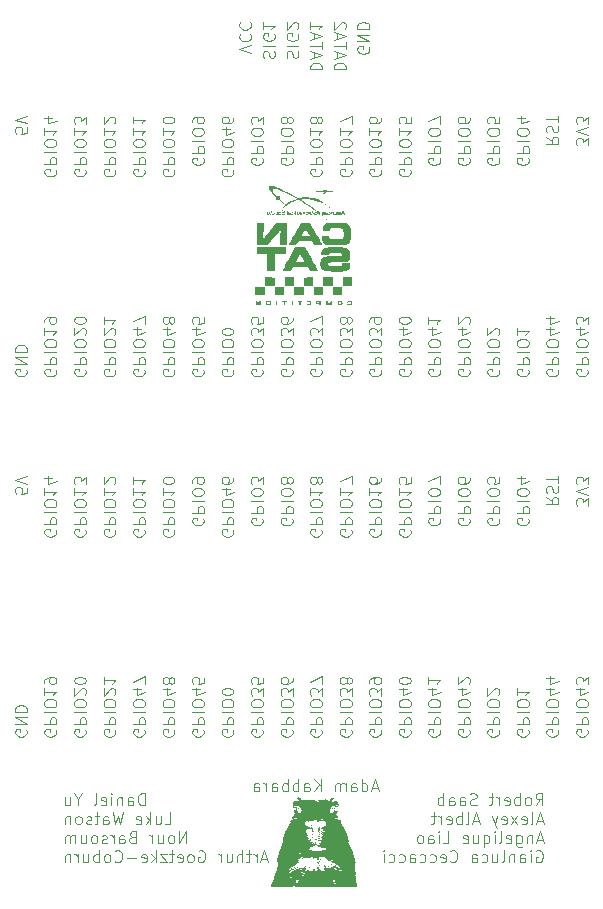
<source format=gbr>
%TF.GenerationSoftware,KiCad,Pcbnew,8.0.5*%
%TF.CreationDate,2025-05-01T20:48:06-04:00*%
%TF.ProjectId,CanSat_Camera_Board,43616e53-6174-45f4-9361-6d6572615f42,rev?*%
%TF.SameCoordinates,Original*%
%TF.FileFunction,Legend,Bot*%
%TF.FilePolarity,Positive*%
%FSLAX46Y46*%
G04 Gerber Fmt 4.6, Leading zero omitted, Abs format (unit mm)*
G04 Created by KiCad (PCBNEW 8.0.5) date 2025-05-01 20:48:06*
%MOMM*%
%LPD*%
G01*
G04 APERTURE LIST*
%ADD10C,0.100000*%
%ADD11C,0.000000*%
G04 APERTURE END LIST*
D10*
X143994961Y-96172306D02*
X144042580Y-96267544D01*
X144042580Y-96267544D02*
X144042580Y-96410401D01*
X144042580Y-96410401D02*
X143994961Y-96553258D01*
X143994961Y-96553258D02*
X143899723Y-96648496D01*
X143899723Y-96648496D02*
X143804485Y-96696115D01*
X143804485Y-96696115D02*
X143614009Y-96743734D01*
X143614009Y-96743734D02*
X143471152Y-96743734D01*
X143471152Y-96743734D02*
X143280676Y-96696115D01*
X143280676Y-96696115D02*
X143185438Y-96648496D01*
X143185438Y-96648496D02*
X143090200Y-96553258D01*
X143090200Y-96553258D02*
X143042580Y-96410401D01*
X143042580Y-96410401D02*
X143042580Y-96315163D01*
X143042580Y-96315163D02*
X143090200Y-96172306D01*
X143090200Y-96172306D02*
X143137819Y-96124687D01*
X143137819Y-96124687D02*
X143471152Y-96124687D01*
X143471152Y-96124687D02*
X143471152Y-96315163D01*
X143042580Y-95696115D02*
X144042580Y-95696115D01*
X144042580Y-95696115D02*
X144042580Y-95315163D01*
X144042580Y-95315163D02*
X143994961Y-95219925D01*
X143994961Y-95219925D02*
X143947342Y-95172306D01*
X143947342Y-95172306D02*
X143852104Y-95124687D01*
X143852104Y-95124687D02*
X143709247Y-95124687D01*
X143709247Y-95124687D02*
X143614009Y-95172306D01*
X143614009Y-95172306D02*
X143566390Y-95219925D01*
X143566390Y-95219925D02*
X143518771Y-95315163D01*
X143518771Y-95315163D02*
X143518771Y-95696115D01*
X143042580Y-94696115D02*
X144042580Y-94696115D01*
X144042580Y-94029449D02*
X144042580Y-93838973D01*
X144042580Y-93838973D02*
X143994961Y-93743735D01*
X143994961Y-93743735D02*
X143899723Y-93648497D01*
X143899723Y-93648497D02*
X143709247Y-93600878D01*
X143709247Y-93600878D02*
X143375914Y-93600878D01*
X143375914Y-93600878D02*
X143185438Y-93648497D01*
X143185438Y-93648497D02*
X143090200Y-93743735D01*
X143090200Y-93743735D02*
X143042580Y-93838973D01*
X143042580Y-93838973D02*
X143042580Y-94029449D01*
X143042580Y-94029449D02*
X143090200Y-94124687D01*
X143090200Y-94124687D02*
X143185438Y-94219925D01*
X143185438Y-94219925D02*
X143375914Y-94267544D01*
X143375914Y-94267544D02*
X143709247Y-94267544D01*
X143709247Y-94267544D02*
X143899723Y-94219925D01*
X143899723Y-94219925D02*
X143994961Y-94124687D01*
X143994961Y-94124687D02*
X144042580Y-94029449D01*
X144042580Y-92981830D02*
X144042580Y-92886592D01*
X144042580Y-92886592D02*
X143994961Y-92791354D01*
X143994961Y-92791354D02*
X143947342Y-92743735D01*
X143947342Y-92743735D02*
X143852104Y-92696116D01*
X143852104Y-92696116D02*
X143661628Y-92648497D01*
X143661628Y-92648497D02*
X143423533Y-92648497D01*
X143423533Y-92648497D02*
X143233057Y-92696116D01*
X143233057Y-92696116D02*
X143137819Y-92743735D01*
X143137819Y-92743735D02*
X143090200Y-92791354D01*
X143090200Y-92791354D02*
X143042580Y-92886592D01*
X143042580Y-92886592D02*
X143042580Y-92981830D01*
X143042580Y-92981830D02*
X143090200Y-93077068D01*
X143090200Y-93077068D02*
X143137819Y-93124687D01*
X143137819Y-93124687D02*
X143233057Y-93172306D01*
X143233057Y-93172306D02*
X143423533Y-93219925D01*
X143423533Y-93219925D02*
X143661628Y-93219925D01*
X143661628Y-93219925D02*
X143852104Y-93172306D01*
X143852104Y-93172306D02*
X143947342Y-93124687D01*
X143947342Y-93124687D02*
X143994961Y-93077068D01*
X143994961Y-93077068D02*
X144042580Y-92981830D01*
X166494961Y-126672306D02*
X166542580Y-126767544D01*
X166542580Y-126767544D02*
X166542580Y-126910401D01*
X166542580Y-126910401D02*
X166494961Y-127053258D01*
X166494961Y-127053258D02*
X166399723Y-127148496D01*
X166399723Y-127148496D02*
X166304485Y-127196115D01*
X166304485Y-127196115D02*
X166114009Y-127243734D01*
X166114009Y-127243734D02*
X165971152Y-127243734D01*
X165971152Y-127243734D02*
X165780676Y-127196115D01*
X165780676Y-127196115D02*
X165685438Y-127148496D01*
X165685438Y-127148496D02*
X165590200Y-127053258D01*
X165590200Y-127053258D02*
X165542580Y-126910401D01*
X165542580Y-126910401D02*
X165542580Y-126815163D01*
X165542580Y-126815163D02*
X165590200Y-126672306D01*
X165590200Y-126672306D02*
X165637819Y-126624687D01*
X165637819Y-126624687D02*
X165971152Y-126624687D01*
X165971152Y-126624687D02*
X165971152Y-126815163D01*
X165542580Y-126196115D02*
X166542580Y-126196115D01*
X166542580Y-126196115D02*
X166542580Y-125815163D01*
X166542580Y-125815163D02*
X166494961Y-125719925D01*
X166494961Y-125719925D02*
X166447342Y-125672306D01*
X166447342Y-125672306D02*
X166352104Y-125624687D01*
X166352104Y-125624687D02*
X166209247Y-125624687D01*
X166209247Y-125624687D02*
X166114009Y-125672306D01*
X166114009Y-125672306D02*
X166066390Y-125719925D01*
X166066390Y-125719925D02*
X166018771Y-125815163D01*
X166018771Y-125815163D02*
X166018771Y-126196115D01*
X165542580Y-125196115D02*
X166542580Y-125196115D01*
X166542580Y-124529449D02*
X166542580Y-124338973D01*
X166542580Y-124338973D02*
X166494961Y-124243735D01*
X166494961Y-124243735D02*
X166399723Y-124148497D01*
X166399723Y-124148497D02*
X166209247Y-124100878D01*
X166209247Y-124100878D02*
X165875914Y-124100878D01*
X165875914Y-124100878D02*
X165685438Y-124148497D01*
X165685438Y-124148497D02*
X165590200Y-124243735D01*
X165590200Y-124243735D02*
X165542580Y-124338973D01*
X165542580Y-124338973D02*
X165542580Y-124529449D01*
X165542580Y-124529449D02*
X165590200Y-124624687D01*
X165590200Y-124624687D02*
X165685438Y-124719925D01*
X165685438Y-124719925D02*
X165875914Y-124767544D01*
X165875914Y-124767544D02*
X166209247Y-124767544D01*
X166209247Y-124767544D02*
X166399723Y-124719925D01*
X166399723Y-124719925D02*
X166494961Y-124624687D01*
X166494961Y-124624687D02*
X166542580Y-124529449D01*
X166447342Y-123719925D02*
X166494961Y-123672306D01*
X166494961Y-123672306D02*
X166542580Y-123577068D01*
X166542580Y-123577068D02*
X166542580Y-123338973D01*
X166542580Y-123338973D02*
X166494961Y-123243735D01*
X166494961Y-123243735D02*
X166447342Y-123196116D01*
X166447342Y-123196116D02*
X166352104Y-123148497D01*
X166352104Y-123148497D02*
X166256866Y-123148497D01*
X166256866Y-123148497D02*
X166114009Y-123196116D01*
X166114009Y-123196116D02*
X165542580Y-123767544D01*
X165542580Y-123767544D02*
X165542580Y-123148497D01*
X153994961Y-126672306D02*
X154042580Y-126767544D01*
X154042580Y-126767544D02*
X154042580Y-126910401D01*
X154042580Y-126910401D02*
X153994961Y-127053258D01*
X153994961Y-127053258D02*
X153899723Y-127148496D01*
X153899723Y-127148496D02*
X153804485Y-127196115D01*
X153804485Y-127196115D02*
X153614009Y-127243734D01*
X153614009Y-127243734D02*
X153471152Y-127243734D01*
X153471152Y-127243734D02*
X153280676Y-127196115D01*
X153280676Y-127196115D02*
X153185438Y-127148496D01*
X153185438Y-127148496D02*
X153090200Y-127053258D01*
X153090200Y-127053258D02*
X153042580Y-126910401D01*
X153042580Y-126910401D02*
X153042580Y-126815163D01*
X153042580Y-126815163D02*
X153090200Y-126672306D01*
X153090200Y-126672306D02*
X153137819Y-126624687D01*
X153137819Y-126624687D02*
X153471152Y-126624687D01*
X153471152Y-126624687D02*
X153471152Y-126815163D01*
X153042580Y-126196115D02*
X154042580Y-126196115D01*
X154042580Y-126196115D02*
X154042580Y-125815163D01*
X154042580Y-125815163D02*
X153994961Y-125719925D01*
X153994961Y-125719925D02*
X153947342Y-125672306D01*
X153947342Y-125672306D02*
X153852104Y-125624687D01*
X153852104Y-125624687D02*
X153709247Y-125624687D01*
X153709247Y-125624687D02*
X153614009Y-125672306D01*
X153614009Y-125672306D02*
X153566390Y-125719925D01*
X153566390Y-125719925D02*
X153518771Y-125815163D01*
X153518771Y-125815163D02*
X153518771Y-126196115D01*
X153042580Y-125196115D02*
X154042580Y-125196115D01*
X154042580Y-124529449D02*
X154042580Y-124338973D01*
X154042580Y-124338973D02*
X153994961Y-124243735D01*
X153994961Y-124243735D02*
X153899723Y-124148497D01*
X153899723Y-124148497D02*
X153709247Y-124100878D01*
X153709247Y-124100878D02*
X153375914Y-124100878D01*
X153375914Y-124100878D02*
X153185438Y-124148497D01*
X153185438Y-124148497D02*
X153090200Y-124243735D01*
X153090200Y-124243735D02*
X153042580Y-124338973D01*
X153042580Y-124338973D02*
X153042580Y-124529449D01*
X153042580Y-124529449D02*
X153090200Y-124624687D01*
X153090200Y-124624687D02*
X153185438Y-124719925D01*
X153185438Y-124719925D02*
X153375914Y-124767544D01*
X153375914Y-124767544D02*
X153709247Y-124767544D01*
X153709247Y-124767544D02*
X153899723Y-124719925D01*
X153899723Y-124719925D02*
X153994961Y-124624687D01*
X153994961Y-124624687D02*
X154042580Y-124529449D01*
X154042580Y-123767544D02*
X154042580Y-123148497D01*
X154042580Y-123148497D02*
X153661628Y-123481830D01*
X153661628Y-123481830D02*
X153661628Y-123338973D01*
X153661628Y-123338973D02*
X153614009Y-123243735D01*
X153614009Y-123243735D02*
X153566390Y-123196116D01*
X153566390Y-123196116D02*
X153471152Y-123148497D01*
X153471152Y-123148497D02*
X153233057Y-123148497D01*
X153233057Y-123148497D02*
X153137819Y-123196116D01*
X153137819Y-123196116D02*
X153090200Y-123243735D01*
X153090200Y-123243735D02*
X153042580Y-123338973D01*
X153042580Y-123338973D02*
X153042580Y-123624687D01*
X153042580Y-123624687D02*
X153090200Y-123719925D01*
X153090200Y-123719925D02*
X153137819Y-123767544D01*
X153614009Y-122577068D02*
X153661628Y-122672306D01*
X153661628Y-122672306D02*
X153709247Y-122719925D01*
X153709247Y-122719925D02*
X153804485Y-122767544D01*
X153804485Y-122767544D02*
X153852104Y-122767544D01*
X153852104Y-122767544D02*
X153947342Y-122719925D01*
X153947342Y-122719925D02*
X153994961Y-122672306D01*
X153994961Y-122672306D02*
X154042580Y-122577068D01*
X154042580Y-122577068D02*
X154042580Y-122386592D01*
X154042580Y-122386592D02*
X153994961Y-122291354D01*
X153994961Y-122291354D02*
X153947342Y-122243735D01*
X153947342Y-122243735D02*
X153852104Y-122196116D01*
X153852104Y-122196116D02*
X153804485Y-122196116D01*
X153804485Y-122196116D02*
X153709247Y-122243735D01*
X153709247Y-122243735D02*
X153661628Y-122291354D01*
X153661628Y-122291354D02*
X153614009Y-122386592D01*
X153614009Y-122386592D02*
X153614009Y-122577068D01*
X153614009Y-122577068D02*
X153566390Y-122672306D01*
X153566390Y-122672306D02*
X153518771Y-122719925D01*
X153518771Y-122719925D02*
X153423533Y-122767544D01*
X153423533Y-122767544D02*
X153233057Y-122767544D01*
X153233057Y-122767544D02*
X153137819Y-122719925D01*
X153137819Y-122719925D02*
X153090200Y-122672306D01*
X153090200Y-122672306D02*
X153042580Y-122577068D01*
X153042580Y-122577068D02*
X153042580Y-122386592D01*
X153042580Y-122386592D02*
X153090200Y-122291354D01*
X153090200Y-122291354D02*
X153137819Y-122243735D01*
X153137819Y-122243735D02*
X153233057Y-122196116D01*
X153233057Y-122196116D02*
X153423533Y-122196116D01*
X153423533Y-122196116D02*
X153518771Y-122243735D01*
X153518771Y-122243735D02*
X153566390Y-122291354D01*
X153566390Y-122291354D02*
X153614009Y-122386592D01*
X174042580Y-77184836D02*
X174042580Y-76565789D01*
X174042580Y-76565789D02*
X173661628Y-76899122D01*
X173661628Y-76899122D02*
X173661628Y-76756265D01*
X173661628Y-76756265D02*
X173614009Y-76661027D01*
X173614009Y-76661027D02*
X173566390Y-76613408D01*
X173566390Y-76613408D02*
X173471152Y-76565789D01*
X173471152Y-76565789D02*
X173233057Y-76565789D01*
X173233057Y-76565789D02*
X173137819Y-76613408D01*
X173137819Y-76613408D02*
X173090200Y-76661027D01*
X173090200Y-76661027D02*
X173042580Y-76756265D01*
X173042580Y-76756265D02*
X173042580Y-77041979D01*
X173042580Y-77041979D02*
X173090200Y-77137217D01*
X173090200Y-77137217D02*
X173137819Y-77184836D01*
X174042580Y-76280074D02*
X173042580Y-75946741D01*
X173042580Y-75946741D02*
X174042580Y-75613408D01*
X174042580Y-75375312D02*
X174042580Y-74756265D01*
X174042580Y-74756265D02*
X173661628Y-75089598D01*
X173661628Y-75089598D02*
X173661628Y-74946741D01*
X173661628Y-74946741D02*
X173614009Y-74851503D01*
X173614009Y-74851503D02*
X173566390Y-74803884D01*
X173566390Y-74803884D02*
X173471152Y-74756265D01*
X173471152Y-74756265D02*
X173233057Y-74756265D01*
X173233057Y-74756265D02*
X173137819Y-74803884D01*
X173137819Y-74803884D02*
X173090200Y-74851503D01*
X173090200Y-74851503D02*
X173042580Y-74946741D01*
X173042580Y-74946741D02*
X173042580Y-75232455D01*
X173042580Y-75232455D02*
X173090200Y-75327693D01*
X173090200Y-75327693D02*
X173137819Y-75375312D01*
X128994961Y-79232455D02*
X129042580Y-79327693D01*
X129042580Y-79327693D02*
X129042580Y-79470550D01*
X129042580Y-79470550D02*
X128994961Y-79613407D01*
X128994961Y-79613407D02*
X128899723Y-79708645D01*
X128899723Y-79708645D02*
X128804485Y-79756264D01*
X128804485Y-79756264D02*
X128614009Y-79803883D01*
X128614009Y-79803883D02*
X128471152Y-79803883D01*
X128471152Y-79803883D02*
X128280676Y-79756264D01*
X128280676Y-79756264D02*
X128185438Y-79708645D01*
X128185438Y-79708645D02*
X128090200Y-79613407D01*
X128090200Y-79613407D02*
X128042580Y-79470550D01*
X128042580Y-79470550D02*
X128042580Y-79375312D01*
X128042580Y-79375312D02*
X128090200Y-79232455D01*
X128090200Y-79232455D02*
X128137819Y-79184836D01*
X128137819Y-79184836D02*
X128471152Y-79184836D01*
X128471152Y-79184836D02*
X128471152Y-79375312D01*
X128042580Y-78756264D02*
X129042580Y-78756264D01*
X129042580Y-78756264D02*
X129042580Y-78375312D01*
X129042580Y-78375312D02*
X128994961Y-78280074D01*
X128994961Y-78280074D02*
X128947342Y-78232455D01*
X128947342Y-78232455D02*
X128852104Y-78184836D01*
X128852104Y-78184836D02*
X128709247Y-78184836D01*
X128709247Y-78184836D02*
X128614009Y-78232455D01*
X128614009Y-78232455D02*
X128566390Y-78280074D01*
X128566390Y-78280074D02*
X128518771Y-78375312D01*
X128518771Y-78375312D02*
X128518771Y-78756264D01*
X128042580Y-77756264D02*
X129042580Y-77756264D01*
X129042580Y-77089598D02*
X129042580Y-76899122D01*
X129042580Y-76899122D02*
X128994961Y-76803884D01*
X128994961Y-76803884D02*
X128899723Y-76708646D01*
X128899723Y-76708646D02*
X128709247Y-76661027D01*
X128709247Y-76661027D02*
X128375914Y-76661027D01*
X128375914Y-76661027D02*
X128185438Y-76708646D01*
X128185438Y-76708646D02*
X128090200Y-76803884D01*
X128090200Y-76803884D02*
X128042580Y-76899122D01*
X128042580Y-76899122D02*
X128042580Y-77089598D01*
X128042580Y-77089598D02*
X128090200Y-77184836D01*
X128090200Y-77184836D02*
X128185438Y-77280074D01*
X128185438Y-77280074D02*
X128375914Y-77327693D01*
X128375914Y-77327693D02*
X128709247Y-77327693D01*
X128709247Y-77327693D02*
X128899723Y-77280074D01*
X128899723Y-77280074D02*
X128994961Y-77184836D01*
X128994961Y-77184836D02*
X129042580Y-77089598D01*
X128042580Y-75708646D02*
X128042580Y-76280074D01*
X128042580Y-75994360D02*
X129042580Y-75994360D01*
X129042580Y-75994360D02*
X128899723Y-76089598D01*
X128899723Y-76089598D02*
X128804485Y-76184836D01*
X128804485Y-76184836D02*
X128756866Y-76280074D01*
X128709247Y-74851503D02*
X128042580Y-74851503D01*
X129090200Y-75089598D02*
X128375914Y-75327693D01*
X128375914Y-75327693D02*
X128375914Y-74708646D01*
X148994961Y-126672306D02*
X149042580Y-126767544D01*
X149042580Y-126767544D02*
X149042580Y-126910401D01*
X149042580Y-126910401D02*
X148994961Y-127053258D01*
X148994961Y-127053258D02*
X148899723Y-127148496D01*
X148899723Y-127148496D02*
X148804485Y-127196115D01*
X148804485Y-127196115D02*
X148614009Y-127243734D01*
X148614009Y-127243734D02*
X148471152Y-127243734D01*
X148471152Y-127243734D02*
X148280676Y-127196115D01*
X148280676Y-127196115D02*
X148185438Y-127148496D01*
X148185438Y-127148496D02*
X148090200Y-127053258D01*
X148090200Y-127053258D02*
X148042580Y-126910401D01*
X148042580Y-126910401D02*
X148042580Y-126815163D01*
X148042580Y-126815163D02*
X148090200Y-126672306D01*
X148090200Y-126672306D02*
X148137819Y-126624687D01*
X148137819Y-126624687D02*
X148471152Y-126624687D01*
X148471152Y-126624687D02*
X148471152Y-126815163D01*
X148042580Y-126196115D02*
X149042580Y-126196115D01*
X149042580Y-126196115D02*
X149042580Y-125815163D01*
X149042580Y-125815163D02*
X148994961Y-125719925D01*
X148994961Y-125719925D02*
X148947342Y-125672306D01*
X148947342Y-125672306D02*
X148852104Y-125624687D01*
X148852104Y-125624687D02*
X148709247Y-125624687D01*
X148709247Y-125624687D02*
X148614009Y-125672306D01*
X148614009Y-125672306D02*
X148566390Y-125719925D01*
X148566390Y-125719925D02*
X148518771Y-125815163D01*
X148518771Y-125815163D02*
X148518771Y-126196115D01*
X148042580Y-125196115D02*
X149042580Y-125196115D01*
X149042580Y-124529449D02*
X149042580Y-124338973D01*
X149042580Y-124338973D02*
X148994961Y-124243735D01*
X148994961Y-124243735D02*
X148899723Y-124148497D01*
X148899723Y-124148497D02*
X148709247Y-124100878D01*
X148709247Y-124100878D02*
X148375914Y-124100878D01*
X148375914Y-124100878D02*
X148185438Y-124148497D01*
X148185438Y-124148497D02*
X148090200Y-124243735D01*
X148090200Y-124243735D02*
X148042580Y-124338973D01*
X148042580Y-124338973D02*
X148042580Y-124529449D01*
X148042580Y-124529449D02*
X148090200Y-124624687D01*
X148090200Y-124624687D02*
X148185438Y-124719925D01*
X148185438Y-124719925D02*
X148375914Y-124767544D01*
X148375914Y-124767544D02*
X148709247Y-124767544D01*
X148709247Y-124767544D02*
X148899723Y-124719925D01*
X148899723Y-124719925D02*
X148994961Y-124624687D01*
X148994961Y-124624687D02*
X149042580Y-124529449D01*
X149042580Y-123767544D02*
X149042580Y-123148497D01*
X149042580Y-123148497D02*
X148661628Y-123481830D01*
X148661628Y-123481830D02*
X148661628Y-123338973D01*
X148661628Y-123338973D02*
X148614009Y-123243735D01*
X148614009Y-123243735D02*
X148566390Y-123196116D01*
X148566390Y-123196116D02*
X148471152Y-123148497D01*
X148471152Y-123148497D02*
X148233057Y-123148497D01*
X148233057Y-123148497D02*
X148137819Y-123196116D01*
X148137819Y-123196116D02*
X148090200Y-123243735D01*
X148090200Y-123243735D02*
X148042580Y-123338973D01*
X148042580Y-123338973D02*
X148042580Y-123624687D01*
X148042580Y-123624687D02*
X148090200Y-123719925D01*
X148090200Y-123719925D02*
X148137819Y-123767544D01*
X149042580Y-122291354D02*
X149042580Y-122481830D01*
X149042580Y-122481830D02*
X148994961Y-122577068D01*
X148994961Y-122577068D02*
X148947342Y-122624687D01*
X148947342Y-122624687D02*
X148804485Y-122719925D01*
X148804485Y-122719925D02*
X148614009Y-122767544D01*
X148614009Y-122767544D02*
X148233057Y-122767544D01*
X148233057Y-122767544D02*
X148137819Y-122719925D01*
X148137819Y-122719925D02*
X148090200Y-122672306D01*
X148090200Y-122672306D02*
X148042580Y-122577068D01*
X148042580Y-122577068D02*
X148042580Y-122386592D01*
X148042580Y-122386592D02*
X148090200Y-122291354D01*
X148090200Y-122291354D02*
X148137819Y-122243735D01*
X148137819Y-122243735D02*
X148233057Y-122196116D01*
X148233057Y-122196116D02*
X148471152Y-122196116D01*
X148471152Y-122196116D02*
X148566390Y-122243735D01*
X148566390Y-122243735D02*
X148614009Y-122291354D01*
X148614009Y-122291354D02*
X148661628Y-122386592D01*
X148661628Y-122386592D02*
X148661628Y-122577068D01*
X148661628Y-122577068D02*
X148614009Y-122672306D01*
X148614009Y-122672306D02*
X148566390Y-122719925D01*
X148566390Y-122719925D02*
X148471152Y-122767544D01*
X173994961Y-126672306D02*
X174042580Y-126767544D01*
X174042580Y-126767544D02*
X174042580Y-126910401D01*
X174042580Y-126910401D02*
X173994961Y-127053258D01*
X173994961Y-127053258D02*
X173899723Y-127148496D01*
X173899723Y-127148496D02*
X173804485Y-127196115D01*
X173804485Y-127196115D02*
X173614009Y-127243734D01*
X173614009Y-127243734D02*
X173471152Y-127243734D01*
X173471152Y-127243734D02*
X173280676Y-127196115D01*
X173280676Y-127196115D02*
X173185438Y-127148496D01*
X173185438Y-127148496D02*
X173090200Y-127053258D01*
X173090200Y-127053258D02*
X173042580Y-126910401D01*
X173042580Y-126910401D02*
X173042580Y-126815163D01*
X173042580Y-126815163D02*
X173090200Y-126672306D01*
X173090200Y-126672306D02*
X173137819Y-126624687D01*
X173137819Y-126624687D02*
X173471152Y-126624687D01*
X173471152Y-126624687D02*
X173471152Y-126815163D01*
X173042580Y-126196115D02*
X174042580Y-126196115D01*
X174042580Y-126196115D02*
X174042580Y-125815163D01*
X174042580Y-125815163D02*
X173994961Y-125719925D01*
X173994961Y-125719925D02*
X173947342Y-125672306D01*
X173947342Y-125672306D02*
X173852104Y-125624687D01*
X173852104Y-125624687D02*
X173709247Y-125624687D01*
X173709247Y-125624687D02*
X173614009Y-125672306D01*
X173614009Y-125672306D02*
X173566390Y-125719925D01*
X173566390Y-125719925D02*
X173518771Y-125815163D01*
X173518771Y-125815163D02*
X173518771Y-126196115D01*
X173042580Y-125196115D02*
X174042580Y-125196115D01*
X174042580Y-124529449D02*
X174042580Y-124338973D01*
X174042580Y-124338973D02*
X173994961Y-124243735D01*
X173994961Y-124243735D02*
X173899723Y-124148497D01*
X173899723Y-124148497D02*
X173709247Y-124100878D01*
X173709247Y-124100878D02*
X173375914Y-124100878D01*
X173375914Y-124100878D02*
X173185438Y-124148497D01*
X173185438Y-124148497D02*
X173090200Y-124243735D01*
X173090200Y-124243735D02*
X173042580Y-124338973D01*
X173042580Y-124338973D02*
X173042580Y-124529449D01*
X173042580Y-124529449D02*
X173090200Y-124624687D01*
X173090200Y-124624687D02*
X173185438Y-124719925D01*
X173185438Y-124719925D02*
X173375914Y-124767544D01*
X173375914Y-124767544D02*
X173709247Y-124767544D01*
X173709247Y-124767544D02*
X173899723Y-124719925D01*
X173899723Y-124719925D02*
X173994961Y-124624687D01*
X173994961Y-124624687D02*
X174042580Y-124529449D01*
X173709247Y-123243735D02*
X173042580Y-123243735D01*
X174090200Y-123481830D02*
X173375914Y-123719925D01*
X173375914Y-123719925D02*
X173375914Y-123100878D01*
X174042580Y-122815163D02*
X174042580Y-122196116D01*
X174042580Y-122196116D02*
X173661628Y-122529449D01*
X173661628Y-122529449D02*
X173661628Y-122386592D01*
X173661628Y-122386592D02*
X173614009Y-122291354D01*
X173614009Y-122291354D02*
X173566390Y-122243735D01*
X173566390Y-122243735D02*
X173471152Y-122196116D01*
X173471152Y-122196116D02*
X173233057Y-122196116D01*
X173233057Y-122196116D02*
X173137819Y-122243735D01*
X173137819Y-122243735D02*
X173090200Y-122291354D01*
X173090200Y-122291354D02*
X173042580Y-122386592D01*
X173042580Y-122386592D02*
X173042580Y-122672306D01*
X173042580Y-122672306D02*
X173090200Y-122767544D01*
X173090200Y-122767544D02*
X173137819Y-122815163D01*
X156494961Y-96172306D02*
X156542580Y-96267544D01*
X156542580Y-96267544D02*
X156542580Y-96410401D01*
X156542580Y-96410401D02*
X156494961Y-96553258D01*
X156494961Y-96553258D02*
X156399723Y-96648496D01*
X156399723Y-96648496D02*
X156304485Y-96696115D01*
X156304485Y-96696115D02*
X156114009Y-96743734D01*
X156114009Y-96743734D02*
X155971152Y-96743734D01*
X155971152Y-96743734D02*
X155780676Y-96696115D01*
X155780676Y-96696115D02*
X155685438Y-96648496D01*
X155685438Y-96648496D02*
X155590200Y-96553258D01*
X155590200Y-96553258D02*
X155542580Y-96410401D01*
X155542580Y-96410401D02*
X155542580Y-96315163D01*
X155542580Y-96315163D02*
X155590200Y-96172306D01*
X155590200Y-96172306D02*
X155637819Y-96124687D01*
X155637819Y-96124687D02*
X155971152Y-96124687D01*
X155971152Y-96124687D02*
X155971152Y-96315163D01*
X155542580Y-95696115D02*
X156542580Y-95696115D01*
X156542580Y-95696115D02*
X156542580Y-95315163D01*
X156542580Y-95315163D02*
X156494961Y-95219925D01*
X156494961Y-95219925D02*
X156447342Y-95172306D01*
X156447342Y-95172306D02*
X156352104Y-95124687D01*
X156352104Y-95124687D02*
X156209247Y-95124687D01*
X156209247Y-95124687D02*
X156114009Y-95172306D01*
X156114009Y-95172306D02*
X156066390Y-95219925D01*
X156066390Y-95219925D02*
X156018771Y-95315163D01*
X156018771Y-95315163D02*
X156018771Y-95696115D01*
X155542580Y-94696115D02*
X156542580Y-94696115D01*
X156542580Y-94029449D02*
X156542580Y-93838973D01*
X156542580Y-93838973D02*
X156494961Y-93743735D01*
X156494961Y-93743735D02*
X156399723Y-93648497D01*
X156399723Y-93648497D02*
X156209247Y-93600878D01*
X156209247Y-93600878D02*
X155875914Y-93600878D01*
X155875914Y-93600878D02*
X155685438Y-93648497D01*
X155685438Y-93648497D02*
X155590200Y-93743735D01*
X155590200Y-93743735D02*
X155542580Y-93838973D01*
X155542580Y-93838973D02*
X155542580Y-94029449D01*
X155542580Y-94029449D02*
X155590200Y-94124687D01*
X155590200Y-94124687D02*
X155685438Y-94219925D01*
X155685438Y-94219925D02*
X155875914Y-94267544D01*
X155875914Y-94267544D02*
X156209247Y-94267544D01*
X156209247Y-94267544D02*
X156399723Y-94219925D01*
X156399723Y-94219925D02*
X156494961Y-94124687D01*
X156494961Y-94124687D02*
X156542580Y-94029449D01*
X156542580Y-93267544D02*
X156542580Y-92648497D01*
X156542580Y-92648497D02*
X156161628Y-92981830D01*
X156161628Y-92981830D02*
X156161628Y-92838973D01*
X156161628Y-92838973D02*
X156114009Y-92743735D01*
X156114009Y-92743735D02*
X156066390Y-92696116D01*
X156066390Y-92696116D02*
X155971152Y-92648497D01*
X155971152Y-92648497D02*
X155733057Y-92648497D01*
X155733057Y-92648497D02*
X155637819Y-92696116D01*
X155637819Y-92696116D02*
X155590200Y-92743735D01*
X155590200Y-92743735D02*
X155542580Y-92838973D01*
X155542580Y-92838973D02*
X155542580Y-93124687D01*
X155542580Y-93124687D02*
X155590200Y-93219925D01*
X155590200Y-93219925D02*
X155637819Y-93267544D01*
X155542580Y-92172306D02*
X155542580Y-91981830D01*
X155542580Y-91981830D02*
X155590200Y-91886592D01*
X155590200Y-91886592D02*
X155637819Y-91838973D01*
X155637819Y-91838973D02*
X155780676Y-91743735D01*
X155780676Y-91743735D02*
X155971152Y-91696116D01*
X155971152Y-91696116D02*
X156352104Y-91696116D01*
X156352104Y-91696116D02*
X156447342Y-91743735D01*
X156447342Y-91743735D02*
X156494961Y-91791354D01*
X156494961Y-91791354D02*
X156542580Y-91886592D01*
X156542580Y-91886592D02*
X156542580Y-92077068D01*
X156542580Y-92077068D02*
X156494961Y-92172306D01*
X156494961Y-92172306D02*
X156447342Y-92219925D01*
X156447342Y-92219925D02*
X156352104Y-92267544D01*
X156352104Y-92267544D02*
X156114009Y-92267544D01*
X156114009Y-92267544D02*
X156018771Y-92219925D01*
X156018771Y-92219925D02*
X155971152Y-92172306D01*
X155971152Y-92172306D02*
X155923533Y-92077068D01*
X155923533Y-92077068D02*
X155923533Y-91886592D01*
X155923533Y-91886592D02*
X155971152Y-91791354D01*
X155971152Y-91791354D02*
X156018771Y-91743735D01*
X156018771Y-91743735D02*
X156114009Y-91696116D01*
X146494961Y-78280074D02*
X146542580Y-78375312D01*
X146542580Y-78375312D02*
X146542580Y-78518169D01*
X146542580Y-78518169D02*
X146494961Y-78661026D01*
X146494961Y-78661026D02*
X146399723Y-78756264D01*
X146399723Y-78756264D02*
X146304485Y-78803883D01*
X146304485Y-78803883D02*
X146114009Y-78851502D01*
X146114009Y-78851502D02*
X145971152Y-78851502D01*
X145971152Y-78851502D02*
X145780676Y-78803883D01*
X145780676Y-78803883D02*
X145685438Y-78756264D01*
X145685438Y-78756264D02*
X145590200Y-78661026D01*
X145590200Y-78661026D02*
X145542580Y-78518169D01*
X145542580Y-78518169D02*
X145542580Y-78422931D01*
X145542580Y-78422931D02*
X145590200Y-78280074D01*
X145590200Y-78280074D02*
X145637819Y-78232455D01*
X145637819Y-78232455D02*
X145971152Y-78232455D01*
X145971152Y-78232455D02*
X145971152Y-78422931D01*
X145542580Y-77803883D02*
X146542580Y-77803883D01*
X146542580Y-77803883D02*
X146542580Y-77422931D01*
X146542580Y-77422931D02*
X146494961Y-77327693D01*
X146494961Y-77327693D02*
X146447342Y-77280074D01*
X146447342Y-77280074D02*
X146352104Y-77232455D01*
X146352104Y-77232455D02*
X146209247Y-77232455D01*
X146209247Y-77232455D02*
X146114009Y-77280074D01*
X146114009Y-77280074D02*
X146066390Y-77327693D01*
X146066390Y-77327693D02*
X146018771Y-77422931D01*
X146018771Y-77422931D02*
X146018771Y-77803883D01*
X145542580Y-76803883D02*
X146542580Y-76803883D01*
X146542580Y-76137217D02*
X146542580Y-75946741D01*
X146542580Y-75946741D02*
X146494961Y-75851503D01*
X146494961Y-75851503D02*
X146399723Y-75756265D01*
X146399723Y-75756265D02*
X146209247Y-75708646D01*
X146209247Y-75708646D02*
X145875914Y-75708646D01*
X145875914Y-75708646D02*
X145685438Y-75756265D01*
X145685438Y-75756265D02*
X145590200Y-75851503D01*
X145590200Y-75851503D02*
X145542580Y-75946741D01*
X145542580Y-75946741D02*
X145542580Y-76137217D01*
X145542580Y-76137217D02*
X145590200Y-76232455D01*
X145590200Y-76232455D02*
X145685438Y-76327693D01*
X145685438Y-76327693D02*
X145875914Y-76375312D01*
X145875914Y-76375312D02*
X146209247Y-76375312D01*
X146209247Y-76375312D02*
X146399723Y-76327693D01*
X146399723Y-76327693D02*
X146494961Y-76232455D01*
X146494961Y-76232455D02*
X146542580Y-76137217D01*
X146542580Y-75375312D02*
X146542580Y-74756265D01*
X146542580Y-74756265D02*
X146161628Y-75089598D01*
X146161628Y-75089598D02*
X146161628Y-74946741D01*
X146161628Y-74946741D02*
X146114009Y-74851503D01*
X146114009Y-74851503D02*
X146066390Y-74803884D01*
X146066390Y-74803884D02*
X145971152Y-74756265D01*
X145971152Y-74756265D02*
X145733057Y-74756265D01*
X145733057Y-74756265D02*
X145637819Y-74803884D01*
X145637819Y-74803884D02*
X145590200Y-74851503D01*
X145590200Y-74851503D02*
X145542580Y-74946741D01*
X145542580Y-74946741D02*
X145542580Y-75232455D01*
X145542580Y-75232455D02*
X145590200Y-75327693D01*
X145590200Y-75327693D02*
X145637819Y-75375312D01*
X145542580Y-69327693D02*
X144542580Y-68994360D01*
X144542580Y-68994360D02*
X145542580Y-68661027D01*
X144637819Y-67756265D02*
X144590200Y-67803884D01*
X144590200Y-67803884D02*
X144542580Y-67946741D01*
X144542580Y-67946741D02*
X144542580Y-68041979D01*
X144542580Y-68041979D02*
X144590200Y-68184836D01*
X144590200Y-68184836D02*
X144685438Y-68280074D01*
X144685438Y-68280074D02*
X144780676Y-68327693D01*
X144780676Y-68327693D02*
X144971152Y-68375312D01*
X144971152Y-68375312D02*
X145114009Y-68375312D01*
X145114009Y-68375312D02*
X145304485Y-68327693D01*
X145304485Y-68327693D02*
X145399723Y-68280074D01*
X145399723Y-68280074D02*
X145494961Y-68184836D01*
X145494961Y-68184836D02*
X145542580Y-68041979D01*
X145542580Y-68041979D02*
X145542580Y-67946741D01*
X145542580Y-67946741D02*
X145494961Y-67803884D01*
X145494961Y-67803884D02*
X145447342Y-67756265D01*
X144637819Y-66756265D02*
X144590200Y-66803884D01*
X144590200Y-66803884D02*
X144542580Y-66946741D01*
X144542580Y-66946741D02*
X144542580Y-67041979D01*
X144542580Y-67041979D02*
X144590200Y-67184836D01*
X144590200Y-67184836D02*
X144685438Y-67280074D01*
X144685438Y-67280074D02*
X144780676Y-67327693D01*
X144780676Y-67327693D02*
X144971152Y-67375312D01*
X144971152Y-67375312D02*
X145114009Y-67375312D01*
X145114009Y-67375312D02*
X145304485Y-67327693D01*
X145304485Y-67327693D02*
X145399723Y-67280074D01*
X145399723Y-67280074D02*
X145494961Y-67184836D01*
X145494961Y-67184836D02*
X145542580Y-67041979D01*
X145542580Y-67041979D02*
X145542580Y-66946741D01*
X145542580Y-66946741D02*
X145494961Y-66803884D01*
X145494961Y-66803884D02*
X145447342Y-66756265D01*
X148994961Y-78280074D02*
X149042580Y-78375312D01*
X149042580Y-78375312D02*
X149042580Y-78518169D01*
X149042580Y-78518169D02*
X148994961Y-78661026D01*
X148994961Y-78661026D02*
X148899723Y-78756264D01*
X148899723Y-78756264D02*
X148804485Y-78803883D01*
X148804485Y-78803883D02*
X148614009Y-78851502D01*
X148614009Y-78851502D02*
X148471152Y-78851502D01*
X148471152Y-78851502D02*
X148280676Y-78803883D01*
X148280676Y-78803883D02*
X148185438Y-78756264D01*
X148185438Y-78756264D02*
X148090200Y-78661026D01*
X148090200Y-78661026D02*
X148042580Y-78518169D01*
X148042580Y-78518169D02*
X148042580Y-78422931D01*
X148042580Y-78422931D02*
X148090200Y-78280074D01*
X148090200Y-78280074D02*
X148137819Y-78232455D01*
X148137819Y-78232455D02*
X148471152Y-78232455D01*
X148471152Y-78232455D02*
X148471152Y-78422931D01*
X148042580Y-77803883D02*
X149042580Y-77803883D01*
X149042580Y-77803883D02*
X149042580Y-77422931D01*
X149042580Y-77422931D02*
X148994961Y-77327693D01*
X148994961Y-77327693D02*
X148947342Y-77280074D01*
X148947342Y-77280074D02*
X148852104Y-77232455D01*
X148852104Y-77232455D02*
X148709247Y-77232455D01*
X148709247Y-77232455D02*
X148614009Y-77280074D01*
X148614009Y-77280074D02*
X148566390Y-77327693D01*
X148566390Y-77327693D02*
X148518771Y-77422931D01*
X148518771Y-77422931D02*
X148518771Y-77803883D01*
X148042580Y-76803883D02*
X149042580Y-76803883D01*
X149042580Y-76137217D02*
X149042580Y-75946741D01*
X149042580Y-75946741D02*
X148994961Y-75851503D01*
X148994961Y-75851503D02*
X148899723Y-75756265D01*
X148899723Y-75756265D02*
X148709247Y-75708646D01*
X148709247Y-75708646D02*
X148375914Y-75708646D01*
X148375914Y-75708646D02*
X148185438Y-75756265D01*
X148185438Y-75756265D02*
X148090200Y-75851503D01*
X148090200Y-75851503D02*
X148042580Y-75946741D01*
X148042580Y-75946741D02*
X148042580Y-76137217D01*
X148042580Y-76137217D02*
X148090200Y-76232455D01*
X148090200Y-76232455D02*
X148185438Y-76327693D01*
X148185438Y-76327693D02*
X148375914Y-76375312D01*
X148375914Y-76375312D02*
X148709247Y-76375312D01*
X148709247Y-76375312D02*
X148899723Y-76327693D01*
X148899723Y-76327693D02*
X148994961Y-76232455D01*
X148994961Y-76232455D02*
X149042580Y-76137217D01*
X148614009Y-75137217D02*
X148661628Y-75232455D01*
X148661628Y-75232455D02*
X148709247Y-75280074D01*
X148709247Y-75280074D02*
X148804485Y-75327693D01*
X148804485Y-75327693D02*
X148852104Y-75327693D01*
X148852104Y-75327693D02*
X148947342Y-75280074D01*
X148947342Y-75280074D02*
X148994961Y-75232455D01*
X148994961Y-75232455D02*
X149042580Y-75137217D01*
X149042580Y-75137217D02*
X149042580Y-74946741D01*
X149042580Y-74946741D02*
X148994961Y-74851503D01*
X148994961Y-74851503D02*
X148947342Y-74803884D01*
X148947342Y-74803884D02*
X148852104Y-74756265D01*
X148852104Y-74756265D02*
X148804485Y-74756265D01*
X148804485Y-74756265D02*
X148709247Y-74803884D01*
X148709247Y-74803884D02*
X148661628Y-74851503D01*
X148661628Y-74851503D02*
X148614009Y-74946741D01*
X148614009Y-74946741D02*
X148614009Y-75137217D01*
X148614009Y-75137217D02*
X148566390Y-75232455D01*
X148566390Y-75232455D02*
X148518771Y-75280074D01*
X148518771Y-75280074D02*
X148423533Y-75327693D01*
X148423533Y-75327693D02*
X148233057Y-75327693D01*
X148233057Y-75327693D02*
X148137819Y-75280074D01*
X148137819Y-75280074D02*
X148090200Y-75232455D01*
X148090200Y-75232455D02*
X148042580Y-75137217D01*
X148042580Y-75137217D02*
X148042580Y-74946741D01*
X148042580Y-74946741D02*
X148090200Y-74851503D01*
X148090200Y-74851503D02*
X148137819Y-74803884D01*
X148137819Y-74803884D02*
X148233057Y-74756265D01*
X148233057Y-74756265D02*
X148423533Y-74756265D01*
X148423533Y-74756265D02*
X148518771Y-74803884D01*
X148518771Y-74803884D02*
X148566390Y-74851503D01*
X148566390Y-74851503D02*
X148614009Y-74946741D01*
X171494961Y-96172306D02*
X171542580Y-96267544D01*
X171542580Y-96267544D02*
X171542580Y-96410401D01*
X171542580Y-96410401D02*
X171494961Y-96553258D01*
X171494961Y-96553258D02*
X171399723Y-96648496D01*
X171399723Y-96648496D02*
X171304485Y-96696115D01*
X171304485Y-96696115D02*
X171114009Y-96743734D01*
X171114009Y-96743734D02*
X170971152Y-96743734D01*
X170971152Y-96743734D02*
X170780676Y-96696115D01*
X170780676Y-96696115D02*
X170685438Y-96648496D01*
X170685438Y-96648496D02*
X170590200Y-96553258D01*
X170590200Y-96553258D02*
X170542580Y-96410401D01*
X170542580Y-96410401D02*
X170542580Y-96315163D01*
X170542580Y-96315163D02*
X170590200Y-96172306D01*
X170590200Y-96172306D02*
X170637819Y-96124687D01*
X170637819Y-96124687D02*
X170971152Y-96124687D01*
X170971152Y-96124687D02*
X170971152Y-96315163D01*
X170542580Y-95696115D02*
X171542580Y-95696115D01*
X171542580Y-95696115D02*
X171542580Y-95315163D01*
X171542580Y-95315163D02*
X171494961Y-95219925D01*
X171494961Y-95219925D02*
X171447342Y-95172306D01*
X171447342Y-95172306D02*
X171352104Y-95124687D01*
X171352104Y-95124687D02*
X171209247Y-95124687D01*
X171209247Y-95124687D02*
X171114009Y-95172306D01*
X171114009Y-95172306D02*
X171066390Y-95219925D01*
X171066390Y-95219925D02*
X171018771Y-95315163D01*
X171018771Y-95315163D02*
X171018771Y-95696115D01*
X170542580Y-94696115D02*
X171542580Y-94696115D01*
X171542580Y-94029449D02*
X171542580Y-93838973D01*
X171542580Y-93838973D02*
X171494961Y-93743735D01*
X171494961Y-93743735D02*
X171399723Y-93648497D01*
X171399723Y-93648497D02*
X171209247Y-93600878D01*
X171209247Y-93600878D02*
X170875914Y-93600878D01*
X170875914Y-93600878D02*
X170685438Y-93648497D01*
X170685438Y-93648497D02*
X170590200Y-93743735D01*
X170590200Y-93743735D02*
X170542580Y-93838973D01*
X170542580Y-93838973D02*
X170542580Y-94029449D01*
X170542580Y-94029449D02*
X170590200Y-94124687D01*
X170590200Y-94124687D02*
X170685438Y-94219925D01*
X170685438Y-94219925D02*
X170875914Y-94267544D01*
X170875914Y-94267544D02*
X171209247Y-94267544D01*
X171209247Y-94267544D02*
X171399723Y-94219925D01*
X171399723Y-94219925D02*
X171494961Y-94124687D01*
X171494961Y-94124687D02*
X171542580Y-94029449D01*
X171209247Y-92743735D02*
X170542580Y-92743735D01*
X171590200Y-92981830D02*
X170875914Y-93219925D01*
X170875914Y-93219925D02*
X170875914Y-92600878D01*
X171209247Y-91791354D02*
X170542580Y-91791354D01*
X171590200Y-92029449D02*
X170875914Y-92267544D01*
X170875914Y-92267544D02*
X170875914Y-91648497D01*
X171494961Y-126672306D02*
X171542580Y-126767544D01*
X171542580Y-126767544D02*
X171542580Y-126910401D01*
X171542580Y-126910401D02*
X171494961Y-127053258D01*
X171494961Y-127053258D02*
X171399723Y-127148496D01*
X171399723Y-127148496D02*
X171304485Y-127196115D01*
X171304485Y-127196115D02*
X171114009Y-127243734D01*
X171114009Y-127243734D02*
X170971152Y-127243734D01*
X170971152Y-127243734D02*
X170780676Y-127196115D01*
X170780676Y-127196115D02*
X170685438Y-127148496D01*
X170685438Y-127148496D02*
X170590200Y-127053258D01*
X170590200Y-127053258D02*
X170542580Y-126910401D01*
X170542580Y-126910401D02*
X170542580Y-126815163D01*
X170542580Y-126815163D02*
X170590200Y-126672306D01*
X170590200Y-126672306D02*
X170637819Y-126624687D01*
X170637819Y-126624687D02*
X170971152Y-126624687D01*
X170971152Y-126624687D02*
X170971152Y-126815163D01*
X170542580Y-126196115D02*
X171542580Y-126196115D01*
X171542580Y-126196115D02*
X171542580Y-125815163D01*
X171542580Y-125815163D02*
X171494961Y-125719925D01*
X171494961Y-125719925D02*
X171447342Y-125672306D01*
X171447342Y-125672306D02*
X171352104Y-125624687D01*
X171352104Y-125624687D02*
X171209247Y-125624687D01*
X171209247Y-125624687D02*
X171114009Y-125672306D01*
X171114009Y-125672306D02*
X171066390Y-125719925D01*
X171066390Y-125719925D02*
X171018771Y-125815163D01*
X171018771Y-125815163D02*
X171018771Y-126196115D01*
X170542580Y-125196115D02*
X171542580Y-125196115D01*
X171542580Y-124529449D02*
X171542580Y-124338973D01*
X171542580Y-124338973D02*
X171494961Y-124243735D01*
X171494961Y-124243735D02*
X171399723Y-124148497D01*
X171399723Y-124148497D02*
X171209247Y-124100878D01*
X171209247Y-124100878D02*
X170875914Y-124100878D01*
X170875914Y-124100878D02*
X170685438Y-124148497D01*
X170685438Y-124148497D02*
X170590200Y-124243735D01*
X170590200Y-124243735D02*
X170542580Y-124338973D01*
X170542580Y-124338973D02*
X170542580Y-124529449D01*
X170542580Y-124529449D02*
X170590200Y-124624687D01*
X170590200Y-124624687D02*
X170685438Y-124719925D01*
X170685438Y-124719925D02*
X170875914Y-124767544D01*
X170875914Y-124767544D02*
X171209247Y-124767544D01*
X171209247Y-124767544D02*
X171399723Y-124719925D01*
X171399723Y-124719925D02*
X171494961Y-124624687D01*
X171494961Y-124624687D02*
X171542580Y-124529449D01*
X171209247Y-123243735D02*
X170542580Y-123243735D01*
X171590200Y-123481830D02*
X170875914Y-123719925D01*
X170875914Y-123719925D02*
X170875914Y-123100878D01*
X171209247Y-122291354D02*
X170542580Y-122291354D01*
X171590200Y-122529449D02*
X170875914Y-122767544D01*
X170875914Y-122767544D02*
X170875914Y-122148497D01*
X128994961Y-126672306D02*
X129042580Y-126767544D01*
X129042580Y-126767544D02*
X129042580Y-126910401D01*
X129042580Y-126910401D02*
X128994961Y-127053258D01*
X128994961Y-127053258D02*
X128899723Y-127148496D01*
X128899723Y-127148496D02*
X128804485Y-127196115D01*
X128804485Y-127196115D02*
X128614009Y-127243734D01*
X128614009Y-127243734D02*
X128471152Y-127243734D01*
X128471152Y-127243734D02*
X128280676Y-127196115D01*
X128280676Y-127196115D02*
X128185438Y-127148496D01*
X128185438Y-127148496D02*
X128090200Y-127053258D01*
X128090200Y-127053258D02*
X128042580Y-126910401D01*
X128042580Y-126910401D02*
X128042580Y-126815163D01*
X128042580Y-126815163D02*
X128090200Y-126672306D01*
X128090200Y-126672306D02*
X128137819Y-126624687D01*
X128137819Y-126624687D02*
X128471152Y-126624687D01*
X128471152Y-126624687D02*
X128471152Y-126815163D01*
X128042580Y-126196115D02*
X129042580Y-126196115D01*
X129042580Y-126196115D02*
X129042580Y-125815163D01*
X129042580Y-125815163D02*
X128994961Y-125719925D01*
X128994961Y-125719925D02*
X128947342Y-125672306D01*
X128947342Y-125672306D02*
X128852104Y-125624687D01*
X128852104Y-125624687D02*
X128709247Y-125624687D01*
X128709247Y-125624687D02*
X128614009Y-125672306D01*
X128614009Y-125672306D02*
X128566390Y-125719925D01*
X128566390Y-125719925D02*
X128518771Y-125815163D01*
X128518771Y-125815163D02*
X128518771Y-126196115D01*
X128042580Y-125196115D02*
X129042580Y-125196115D01*
X129042580Y-124529449D02*
X129042580Y-124338973D01*
X129042580Y-124338973D02*
X128994961Y-124243735D01*
X128994961Y-124243735D02*
X128899723Y-124148497D01*
X128899723Y-124148497D02*
X128709247Y-124100878D01*
X128709247Y-124100878D02*
X128375914Y-124100878D01*
X128375914Y-124100878D02*
X128185438Y-124148497D01*
X128185438Y-124148497D02*
X128090200Y-124243735D01*
X128090200Y-124243735D02*
X128042580Y-124338973D01*
X128042580Y-124338973D02*
X128042580Y-124529449D01*
X128042580Y-124529449D02*
X128090200Y-124624687D01*
X128090200Y-124624687D02*
X128185438Y-124719925D01*
X128185438Y-124719925D02*
X128375914Y-124767544D01*
X128375914Y-124767544D02*
X128709247Y-124767544D01*
X128709247Y-124767544D02*
X128899723Y-124719925D01*
X128899723Y-124719925D02*
X128994961Y-124624687D01*
X128994961Y-124624687D02*
X129042580Y-124529449D01*
X128042580Y-123148497D02*
X128042580Y-123719925D01*
X128042580Y-123434211D02*
X129042580Y-123434211D01*
X129042580Y-123434211D02*
X128899723Y-123529449D01*
X128899723Y-123529449D02*
X128804485Y-123624687D01*
X128804485Y-123624687D02*
X128756866Y-123719925D01*
X128042580Y-122672306D02*
X128042580Y-122481830D01*
X128042580Y-122481830D02*
X128090200Y-122386592D01*
X128090200Y-122386592D02*
X128137819Y-122338973D01*
X128137819Y-122338973D02*
X128280676Y-122243735D01*
X128280676Y-122243735D02*
X128471152Y-122196116D01*
X128471152Y-122196116D02*
X128852104Y-122196116D01*
X128852104Y-122196116D02*
X128947342Y-122243735D01*
X128947342Y-122243735D02*
X128994961Y-122291354D01*
X128994961Y-122291354D02*
X129042580Y-122386592D01*
X129042580Y-122386592D02*
X129042580Y-122577068D01*
X129042580Y-122577068D02*
X128994961Y-122672306D01*
X128994961Y-122672306D02*
X128947342Y-122719925D01*
X128947342Y-122719925D02*
X128852104Y-122767544D01*
X128852104Y-122767544D02*
X128614009Y-122767544D01*
X128614009Y-122767544D02*
X128518771Y-122719925D01*
X128518771Y-122719925D02*
X128471152Y-122672306D01*
X128471152Y-122672306D02*
X128423533Y-122577068D01*
X128423533Y-122577068D02*
X128423533Y-122386592D01*
X128423533Y-122386592D02*
X128471152Y-122291354D01*
X128471152Y-122291354D02*
X128518771Y-122243735D01*
X128518771Y-122243735D02*
X128614009Y-122196116D01*
X136494961Y-79232455D02*
X136542580Y-79327693D01*
X136542580Y-79327693D02*
X136542580Y-79470550D01*
X136542580Y-79470550D02*
X136494961Y-79613407D01*
X136494961Y-79613407D02*
X136399723Y-79708645D01*
X136399723Y-79708645D02*
X136304485Y-79756264D01*
X136304485Y-79756264D02*
X136114009Y-79803883D01*
X136114009Y-79803883D02*
X135971152Y-79803883D01*
X135971152Y-79803883D02*
X135780676Y-79756264D01*
X135780676Y-79756264D02*
X135685438Y-79708645D01*
X135685438Y-79708645D02*
X135590200Y-79613407D01*
X135590200Y-79613407D02*
X135542580Y-79470550D01*
X135542580Y-79470550D02*
X135542580Y-79375312D01*
X135542580Y-79375312D02*
X135590200Y-79232455D01*
X135590200Y-79232455D02*
X135637819Y-79184836D01*
X135637819Y-79184836D02*
X135971152Y-79184836D01*
X135971152Y-79184836D02*
X135971152Y-79375312D01*
X135542580Y-78756264D02*
X136542580Y-78756264D01*
X136542580Y-78756264D02*
X136542580Y-78375312D01*
X136542580Y-78375312D02*
X136494961Y-78280074D01*
X136494961Y-78280074D02*
X136447342Y-78232455D01*
X136447342Y-78232455D02*
X136352104Y-78184836D01*
X136352104Y-78184836D02*
X136209247Y-78184836D01*
X136209247Y-78184836D02*
X136114009Y-78232455D01*
X136114009Y-78232455D02*
X136066390Y-78280074D01*
X136066390Y-78280074D02*
X136018771Y-78375312D01*
X136018771Y-78375312D02*
X136018771Y-78756264D01*
X135542580Y-77756264D02*
X136542580Y-77756264D01*
X136542580Y-77089598D02*
X136542580Y-76899122D01*
X136542580Y-76899122D02*
X136494961Y-76803884D01*
X136494961Y-76803884D02*
X136399723Y-76708646D01*
X136399723Y-76708646D02*
X136209247Y-76661027D01*
X136209247Y-76661027D02*
X135875914Y-76661027D01*
X135875914Y-76661027D02*
X135685438Y-76708646D01*
X135685438Y-76708646D02*
X135590200Y-76803884D01*
X135590200Y-76803884D02*
X135542580Y-76899122D01*
X135542580Y-76899122D02*
X135542580Y-77089598D01*
X135542580Y-77089598D02*
X135590200Y-77184836D01*
X135590200Y-77184836D02*
X135685438Y-77280074D01*
X135685438Y-77280074D02*
X135875914Y-77327693D01*
X135875914Y-77327693D02*
X136209247Y-77327693D01*
X136209247Y-77327693D02*
X136399723Y-77280074D01*
X136399723Y-77280074D02*
X136494961Y-77184836D01*
X136494961Y-77184836D02*
X136542580Y-77089598D01*
X135542580Y-75708646D02*
X135542580Y-76280074D01*
X135542580Y-75994360D02*
X136542580Y-75994360D01*
X136542580Y-75994360D02*
X136399723Y-76089598D01*
X136399723Y-76089598D02*
X136304485Y-76184836D01*
X136304485Y-76184836D02*
X136256866Y-76280074D01*
X135542580Y-74756265D02*
X135542580Y-75327693D01*
X135542580Y-75041979D02*
X136542580Y-75041979D01*
X136542580Y-75041979D02*
X136399723Y-75137217D01*
X136399723Y-75137217D02*
X136304485Y-75232455D01*
X136304485Y-75232455D02*
X136256866Y-75327693D01*
X148994961Y-96172306D02*
X149042580Y-96267544D01*
X149042580Y-96267544D02*
X149042580Y-96410401D01*
X149042580Y-96410401D02*
X148994961Y-96553258D01*
X148994961Y-96553258D02*
X148899723Y-96648496D01*
X148899723Y-96648496D02*
X148804485Y-96696115D01*
X148804485Y-96696115D02*
X148614009Y-96743734D01*
X148614009Y-96743734D02*
X148471152Y-96743734D01*
X148471152Y-96743734D02*
X148280676Y-96696115D01*
X148280676Y-96696115D02*
X148185438Y-96648496D01*
X148185438Y-96648496D02*
X148090200Y-96553258D01*
X148090200Y-96553258D02*
X148042580Y-96410401D01*
X148042580Y-96410401D02*
X148042580Y-96315163D01*
X148042580Y-96315163D02*
X148090200Y-96172306D01*
X148090200Y-96172306D02*
X148137819Y-96124687D01*
X148137819Y-96124687D02*
X148471152Y-96124687D01*
X148471152Y-96124687D02*
X148471152Y-96315163D01*
X148042580Y-95696115D02*
X149042580Y-95696115D01*
X149042580Y-95696115D02*
X149042580Y-95315163D01*
X149042580Y-95315163D02*
X148994961Y-95219925D01*
X148994961Y-95219925D02*
X148947342Y-95172306D01*
X148947342Y-95172306D02*
X148852104Y-95124687D01*
X148852104Y-95124687D02*
X148709247Y-95124687D01*
X148709247Y-95124687D02*
X148614009Y-95172306D01*
X148614009Y-95172306D02*
X148566390Y-95219925D01*
X148566390Y-95219925D02*
X148518771Y-95315163D01*
X148518771Y-95315163D02*
X148518771Y-95696115D01*
X148042580Y-94696115D02*
X149042580Y-94696115D01*
X149042580Y-94029449D02*
X149042580Y-93838973D01*
X149042580Y-93838973D02*
X148994961Y-93743735D01*
X148994961Y-93743735D02*
X148899723Y-93648497D01*
X148899723Y-93648497D02*
X148709247Y-93600878D01*
X148709247Y-93600878D02*
X148375914Y-93600878D01*
X148375914Y-93600878D02*
X148185438Y-93648497D01*
X148185438Y-93648497D02*
X148090200Y-93743735D01*
X148090200Y-93743735D02*
X148042580Y-93838973D01*
X148042580Y-93838973D02*
X148042580Y-94029449D01*
X148042580Y-94029449D02*
X148090200Y-94124687D01*
X148090200Y-94124687D02*
X148185438Y-94219925D01*
X148185438Y-94219925D02*
X148375914Y-94267544D01*
X148375914Y-94267544D02*
X148709247Y-94267544D01*
X148709247Y-94267544D02*
X148899723Y-94219925D01*
X148899723Y-94219925D02*
X148994961Y-94124687D01*
X148994961Y-94124687D02*
X149042580Y-94029449D01*
X149042580Y-93267544D02*
X149042580Y-92648497D01*
X149042580Y-92648497D02*
X148661628Y-92981830D01*
X148661628Y-92981830D02*
X148661628Y-92838973D01*
X148661628Y-92838973D02*
X148614009Y-92743735D01*
X148614009Y-92743735D02*
X148566390Y-92696116D01*
X148566390Y-92696116D02*
X148471152Y-92648497D01*
X148471152Y-92648497D02*
X148233057Y-92648497D01*
X148233057Y-92648497D02*
X148137819Y-92696116D01*
X148137819Y-92696116D02*
X148090200Y-92743735D01*
X148090200Y-92743735D02*
X148042580Y-92838973D01*
X148042580Y-92838973D02*
X148042580Y-93124687D01*
X148042580Y-93124687D02*
X148090200Y-93219925D01*
X148090200Y-93219925D02*
X148137819Y-93267544D01*
X149042580Y-91791354D02*
X149042580Y-91981830D01*
X149042580Y-91981830D02*
X148994961Y-92077068D01*
X148994961Y-92077068D02*
X148947342Y-92124687D01*
X148947342Y-92124687D02*
X148804485Y-92219925D01*
X148804485Y-92219925D02*
X148614009Y-92267544D01*
X148614009Y-92267544D02*
X148233057Y-92267544D01*
X148233057Y-92267544D02*
X148137819Y-92219925D01*
X148137819Y-92219925D02*
X148090200Y-92172306D01*
X148090200Y-92172306D02*
X148042580Y-92077068D01*
X148042580Y-92077068D02*
X148042580Y-91886592D01*
X148042580Y-91886592D02*
X148090200Y-91791354D01*
X148090200Y-91791354D02*
X148137819Y-91743735D01*
X148137819Y-91743735D02*
X148233057Y-91696116D01*
X148233057Y-91696116D02*
X148471152Y-91696116D01*
X148471152Y-91696116D02*
X148566390Y-91743735D01*
X148566390Y-91743735D02*
X148614009Y-91791354D01*
X148614009Y-91791354D02*
X148661628Y-91886592D01*
X148661628Y-91886592D02*
X148661628Y-92077068D01*
X148661628Y-92077068D02*
X148614009Y-92172306D01*
X148614009Y-92172306D02*
X148566390Y-92219925D01*
X148566390Y-92219925D02*
X148471152Y-92267544D01*
X150542580Y-70756265D02*
X151542580Y-70756265D01*
X151542580Y-70756265D02*
X151542580Y-70518170D01*
X151542580Y-70518170D02*
X151494961Y-70375313D01*
X151494961Y-70375313D02*
X151399723Y-70280075D01*
X151399723Y-70280075D02*
X151304485Y-70232456D01*
X151304485Y-70232456D02*
X151114009Y-70184837D01*
X151114009Y-70184837D02*
X150971152Y-70184837D01*
X150971152Y-70184837D02*
X150780676Y-70232456D01*
X150780676Y-70232456D02*
X150685438Y-70280075D01*
X150685438Y-70280075D02*
X150590200Y-70375313D01*
X150590200Y-70375313D02*
X150542580Y-70518170D01*
X150542580Y-70518170D02*
X150542580Y-70756265D01*
X150828295Y-69803884D02*
X150828295Y-69327694D01*
X150542580Y-69899122D02*
X151542580Y-69565789D01*
X151542580Y-69565789D02*
X150542580Y-69232456D01*
X151542580Y-69041979D02*
X151542580Y-68470551D01*
X150542580Y-68756265D02*
X151542580Y-68756265D01*
X150828295Y-68184836D02*
X150828295Y-67708646D01*
X150542580Y-68280074D02*
X151542580Y-67946741D01*
X151542580Y-67946741D02*
X150542580Y-67613408D01*
X150542580Y-66756265D02*
X150542580Y-67327693D01*
X150542580Y-67041979D02*
X151542580Y-67041979D01*
X151542580Y-67041979D02*
X151399723Y-67137217D01*
X151399723Y-67137217D02*
X151304485Y-67232455D01*
X151304485Y-67232455D02*
X151256866Y-67327693D01*
X158994961Y-126672306D02*
X159042580Y-126767544D01*
X159042580Y-126767544D02*
X159042580Y-126910401D01*
X159042580Y-126910401D02*
X158994961Y-127053258D01*
X158994961Y-127053258D02*
X158899723Y-127148496D01*
X158899723Y-127148496D02*
X158804485Y-127196115D01*
X158804485Y-127196115D02*
X158614009Y-127243734D01*
X158614009Y-127243734D02*
X158471152Y-127243734D01*
X158471152Y-127243734D02*
X158280676Y-127196115D01*
X158280676Y-127196115D02*
X158185438Y-127148496D01*
X158185438Y-127148496D02*
X158090200Y-127053258D01*
X158090200Y-127053258D02*
X158042580Y-126910401D01*
X158042580Y-126910401D02*
X158042580Y-126815163D01*
X158042580Y-126815163D02*
X158090200Y-126672306D01*
X158090200Y-126672306D02*
X158137819Y-126624687D01*
X158137819Y-126624687D02*
X158471152Y-126624687D01*
X158471152Y-126624687D02*
X158471152Y-126815163D01*
X158042580Y-126196115D02*
X159042580Y-126196115D01*
X159042580Y-126196115D02*
X159042580Y-125815163D01*
X159042580Y-125815163D02*
X158994961Y-125719925D01*
X158994961Y-125719925D02*
X158947342Y-125672306D01*
X158947342Y-125672306D02*
X158852104Y-125624687D01*
X158852104Y-125624687D02*
X158709247Y-125624687D01*
X158709247Y-125624687D02*
X158614009Y-125672306D01*
X158614009Y-125672306D02*
X158566390Y-125719925D01*
X158566390Y-125719925D02*
X158518771Y-125815163D01*
X158518771Y-125815163D02*
X158518771Y-126196115D01*
X158042580Y-125196115D02*
X159042580Y-125196115D01*
X159042580Y-124529449D02*
X159042580Y-124338973D01*
X159042580Y-124338973D02*
X158994961Y-124243735D01*
X158994961Y-124243735D02*
X158899723Y-124148497D01*
X158899723Y-124148497D02*
X158709247Y-124100878D01*
X158709247Y-124100878D02*
X158375914Y-124100878D01*
X158375914Y-124100878D02*
X158185438Y-124148497D01*
X158185438Y-124148497D02*
X158090200Y-124243735D01*
X158090200Y-124243735D02*
X158042580Y-124338973D01*
X158042580Y-124338973D02*
X158042580Y-124529449D01*
X158042580Y-124529449D02*
X158090200Y-124624687D01*
X158090200Y-124624687D02*
X158185438Y-124719925D01*
X158185438Y-124719925D02*
X158375914Y-124767544D01*
X158375914Y-124767544D02*
X158709247Y-124767544D01*
X158709247Y-124767544D02*
X158899723Y-124719925D01*
X158899723Y-124719925D02*
X158994961Y-124624687D01*
X158994961Y-124624687D02*
X159042580Y-124529449D01*
X158709247Y-123243735D02*
X158042580Y-123243735D01*
X159090200Y-123481830D02*
X158375914Y-123719925D01*
X158375914Y-123719925D02*
X158375914Y-123100878D01*
X159042580Y-122529449D02*
X159042580Y-122434211D01*
X159042580Y-122434211D02*
X158994961Y-122338973D01*
X158994961Y-122338973D02*
X158947342Y-122291354D01*
X158947342Y-122291354D02*
X158852104Y-122243735D01*
X158852104Y-122243735D02*
X158661628Y-122196116D01*
X158661628Y-122196116D02*
X158423533Y-122196116D01*
X158423533Y-122196116D02*
X158233057Y-122243735D01*
X158233057Y-122243735D02*
X158137819Y-122291354D01*
X158137819Y-122291354D02*
X158090200Y-122338973D01*
X158090200Y-122338973D02*
X158042580Y-122434211D01*
X158042580Y-122434211D02*
X158042580Y-122529449D01*
X158042580Y-122529449D02*
X158090200Y-122624687D01*
X158090200Y-122624687D02*
X158137819Y-122672306D01*
X158137819Y-122672306D02*
X158233057Y-122719925D01*
X158233057Y-122719925D02*
X158423533Y-122767544D01*
X158423533Y-122767544D02*
X158661628Y-122767544D01*
X158661628Y-122767544D02*
X158852104Y-122719925D01*
X158852104Y-122719925D02*
X158947342Y-122672306D01*
X158947342Y-122672306D02*
X158994961Y-122624687D01*
X158994961Y-122624687D02*
X159042580Y-122529449D01*
X138994961Y-79232455D02*
X139042580Y-79327693D01*
X139042580Y-79327693D02*
X139042580Y-79470550D01*
X139042580Y-79470550D02*
X138994961Y-79613407D01*
X138994961Y-79613407D02*
X138899723Y-79708645D01*
X138899723Y-79708645D02*
X138804485Y-79756264D01*
X138804485Y-79756264D02*
X138614009Y-79803883D01*
X138614009Y-79803883D02*
X138471152Y-79803883D01*
X138471152Y-79803883D02*
X138280676Y-79756264D01*
X138280676Y-79756264D02*
X138185438Y-79708645D01*
X138185438Y-79708645D02*
X138090200Y-79613407D01*
X138090200Y-79613407D02*
X138042580Y-79470550D01*
X138042580Y-79470550D02*
X138042580Y-79375312D01*
X138042580Y-79375312D02*
X138090200Y-79232455D01*
X138090200Y-79232455D02*
X138137819Y-79184836D01*
X138137819Y-79184836D02*
X138471152Y-79184836D01*
X138471152Y-79184836D02*
X138471152Y-79375312D01*
X138042580Y-78756264D02*
X139042580Y-78756264D01*
X139042580Y-78756264D02*
X139042580Y-78375312D01*
X139042580Y-78375312D02*
X138994961Y-78280074D01*
X138994961Y-78280074D02*
X138947342Y-78232455D01*
X138947342Y-78232455D02*
X138852104Y-78184836D01*
X138852104Y-78184836D02*
X138709247Y-78184836D01*
X138709247Y-78184836D02*
X138614009Y-78232455D01*
X138614009Y-78232455D02*
X138566390Y-78280074D01*
X138566390Y-78280074D02*
X138518771Y-78375312D01*
X138518771Y-78375312D02*
X138518771Y-78756264D01*
X138042580Y-77756264D02*
X139042580Y-77756264D01*
X139042580Y-77089598D02*
X139042580Y-76899122D01*
X139042580Y-76899122D02*
X138994961Y-76803884D01*
X138994961Y-76803884D02*
X138899723Y-76708646D01*
X138899723Y-76708646D02*
X138709247Y-76661027D01*
X138709247Y-76661027D02*
X138375914Y-76661027D01*
X138375914Y-76661027D02*
X138185438Y-76708646D01*
X138185438Y-76708646D02*
X138090200Y-76803884D01*
X138090200Y-76803884D02*
X138042580Y-76899122D01*
X138042580Y-76899122D02*
X138042580Y-77089598D01*
X138042580Y-77089598D02*
X138090200Y-77184836D01*
X138090200Y-77184836D02*
X138185438Y-77280074D01*
X138185438Y-77280074D02*
X138375914Y-77327693D01*
X138375914Y-77327693D02*
X138709247Y-77327693D01*
X138709247Y-77327693D02*
X138899723Y-77280074D01*
X138899723Y-77280074D02*
X138994961Y-77184836D01*
X138994961Y-77184836D02*
X139042580Y-77089598D01*
X138042580Y-75708646D02*
X138042580Y-76280074D01*
X138042580Y-75994360D02*
X139042580Y-75994360D01*
X139042580Y-75994360D02*
X138899723Y-76089598D01*
X138899723Y-76089598D02*
X138804485Y-76184836D01*
X138804485Y-76184836D02*
X138756866Y-76280074D01*
X139042580Y-75089598D02*
X139042580Y-74994360D01*
X139042580Y-74994360D02*
X138994961Y-74899122D01*
X138994961Y-74899122D02*
X138947342Y-74851503D01*
X138947342Y-74851503D02*
X138852104Y-74803884D01*
X138852104Y-74803884D02*
X138661628Y-74756265D01*
X138661628Y-74756265D02*
X138423533Y-74756265D01*
X138423533Y-74756265D02*
X138233057Y-74803884D01*
X138233057Y-74803884D02*
X138137819Y-74851503D01*
X138137819Y-74851503D02*
X138090200Y-74899122D01*
X138090200Y-74899122D02*
X138042580Y-74994360D01*
X138042580Y-74994360D02*
X138042580Y-75089598D01*
X138042580Y-75089598D02*
X138090200Y-75184836D01*
X138090200Y-75184836D02*
X138137819Y-75232455D01*
X138137819Y-75232455D02*
X138233057Y-75280074D01*
X138233057Y-75280074D02*
X138423533Y-75327693D01*
X138423533Y-75327693D02*
X138661628Y-75327693D01*
X138661628Y-75327693D02*
X138852104Y-75280074D01*
X138852104Y-75280074D02*
X138947342Y-75232455D01*
X138947342Y-75232455D02*
X138994961Y-75184836D01*
X138994961Y-75184836D02*
X139042580Y-75089598D01*
X128994961Y-96172306D02*
X129042580Y-96267544D01*
X129042580Y-96267544D02*
X129042580Y-96410401D01*
X129042580Y-96410401D02*
X128994961Y-96553258D01*
X128994961Y-96553258D02*
X128899723Y-96648496D01*
X128899723Y-96648496D02*
X128804485Y-96696115D01*
X128804485Y-96696115D02*
X128614009Y-96743734D01*
X128614009Y-96743734D02*
X128471152Y-96743734D01*
X128471152Y-96743734D02*
X128280676Y-96696115D01*
X128280676Y-96696115D02*
X128185438Y-96648496D01*
X128185438Y-96648496D02*
X128090200Y-96553258D01*
X128090200Y-96553258D02*
X128042580Y-96410401D01*
X128042580Y-96410401D02*
X128042580Y-96315163D01*
X128042580Y-96315163D02*
X128090200Y-96172306D01*
X128090200Y-96172306D02*
X128137819Y-96124687D01*
X128137819Y-96124687D02*
X128471152Y-96124687D01*
X128471152Y-96124687D02*
X128471152Y-96315163D01*
X128042580Y-95696115D02*
X129042580Y-95696115D01*
X129042580Y-95696115D02*
X129042580Y-95315163D01*
X129042580Y-95315163D02*
X128994961Y-95219925D01*
X128994961Y-95219925D02*
X128947342Y-95172306D01*
X128947342Y-95172306D02*
X128852104Y-95124687D01*
X128852104Y-95124687D02*
X128709247Y-95124687D01*
X128709247Y-95124687D02*
X128614009Y-95172306D01*
X128614009Y-95172306D02*
X128566390Y-95219925D01*
X128566390Y-95219925D02*
X128518771Y-95315163D01*
X128518771Y-95315163D02*
X128518771Y-95696115D01*
X128042580Y-94696115D02*
X129042580Y-94696115D01*
X129042580Y-94029449D02*
X129042580Y-93838973D01*
X129042580Y-93838973D02*
X128994961Y-93743735D01*
X128994961Y-93743735D02*
X128899723Y-93648497D01*
X128899723Y-93648497D02*
X128709247Y-93600878D01*
X128709247Y-93600878D02*
X128375914Y-93600878D01*
X128375914Y-93600878D02*
X128185438Y-93648497D01*
X128185438Y-93648497D02*
X128090200Y-93743735D01*
X128090200Y-93743735D02*
X128042580Y-93838973D01*
X128042580Y-93838973D02*
X128042580Y-94029449D01*
X128042580Y-94029449D02*
X128090200Y-94124687D01*
X128090200Y-94124687D02*
X128185438Y-94219925D01*
X128185438Y-94219925D02*
X128375914Y-94267544D01*
X128375914Y-94267544D02*
X128709247Y-94267544D01*
X128709247Y-94267544D02*
X128899723Y-94219925D01*
X128899723Y-94219925D02*
X128994961Y-94124687D01*
X128994961Y-94124687D02*
X129042580Y-94029449D01*
X128042580Y-92648497D02*
X128042580Y-93219925D01*
X128042580Y-92934211D02*
X129042580Y-92934211D01*
X129042580Y-92934211D02*
X128899723Y-93029449D01*
X128899723Y-93029449D02*
X128804485Y-93124687D01*
X128804485Y-93124687D02*
X128756866Y-93219925D01*
X128042580Y-92172306D02*
X128042580Y-91981830D01*
X128042580Y-91981830D02*
X128090200Y-91886592D01*
X128090200Y-91886592D02*
X128137819Y-91838973D01*
X128137819Y-91838973D02*
X128280676Y-91743735D01*
X128280676Y-91743735D02*
X128471152Y-91696116D01*
X128471152Y-91696116D02*
X128852104Y-91696116D01*
X128852104Y-91696116D02*
X128947342Y-91743735D01*
X128947342Y-91743735D02*
X128994961Y-91791354D01*
X128994961Y-91791354D02*
X129042580Y-91886592D01*
X129042580Y-91886592D02*
X129042580Y-92077068D01*
X129042580Y-92077068D02*
X128994961Y-92172306D01*
X128994961Y-92172306D02*
X128947342Y-92219925D01*
X128947342Y-92219925D02*
X128852104Y-92267544D01*
X128852104Y-92267544D02*
X128614009Y-92267544D01*
X128614009Y-92267544D02*
X128518771Y-92219925D01*
X128518771Y-92219925D02*
X128471152Y-92172306D01*
X128471152Y-92172306D02*
X128423533Y-92077068D01*
X128423533Y-92077068D02*
X128423533Y-91886592D01*
X128423533Y-91886592D02*
X128471152Y-91791354D01*
X128471152Y-91791354D02*
X128518771Y-91743735D01*
X128518771Y-91743735D02*
X128614009Y-91696116D01*
X170542580Y-106970551D02*
X171018771Y-107303884D01*
X170542580Y-107541979D02*
X171542580Y-107541979D01*
X171542580Y-107541979D02*
X171542580Y-107161027D01*
X171542580Y-107161027D02*
X171494961Y-107065789D01*
X171494961Y-107065789D02*
X171447342Y-107018170D01*
X171447342Y-107018170D02*
X171352104Y-106970551D01*
X171352104Y-106970551D02*
X171209247Y-106970551D01*
X171209247Y-106970551D02*
X171114009Y-107018170D01*
X171114009Y-107018170D02*
X171066390Y-107065789D01*
X171066390Y-107065789D02*
X171018771Y-107161027D01*
X171018771Y-107161027D02*
X171018771Y-107541979D01*
X170590200Y-106589598D02*
X170542580Y-106446741D01*
X170542580Y-106446741D02*
X170542580Y-106208646D01*
X170542580Y-106208646D02*
X170590200Y-106113408D01*
X170590200Y-106113408D02*
X170637819Y-106065789D01*
X170637819Y-106065789D02*
X170733057Y-106018170D01*
X170733057Y-106018170D02*
X170828295Y-106018170D01*
X170828295Y-106018170D02*
X170923533Y-106065789D01*
X170923533Y-106065789D02*
X170971152Y-106113408D01*
X170971152Y-106113408D02*
X171018771Y-106208646D01*
X171018771Y-106208646D02*
X171066390Y-106399122D01*
X171066390Y-106399122D02*
X171114009Y-106494360D01*
X171114009Y-106494360D02*
X171161628Y-106541979D01*
X171161628Y-106541979D02*
X171256866Y-106589598D01*
X171256866Y-106589598D02*
X171352104Y-106589598D01*
X171352104Y-106589598D02*
X171447342Y-106541979D01*
X171447342Y-106541979D02*
X171494961Y-106494360D01*
X171494961Y-106494360D02*
X171542580Y-106399122D01*
X171542580Y-106399122D02*
X171542580Y-106161027D01*
X171542580Y-106161027D02*
X171494961Y-106018170D01*
X171542580Y-105732455D02*
X171542580Y-105161027D01*
X170542580Y-105446741D02*
X171542580Y-105446741D01*
X168994961Y-96172306D02*
X169042580Y-96267544D01*
X169042580Y-96267544D02*
X169042580Y-96410401D01*
X169042580Y-96410401D02*
X168994961Y-96553258D01*
X168994961Y-96553258D02*
X168899723Y-96648496D01*
X168899723Y-96648496D02*
X168804485Y-96696115D01*
X168804485Y-96696115D02*
X168614009Y-96743734D01*
X168614009Y-96743734D02*
X168471152Y-96743734D01*
X168471152Y-96743734D02*
X168280676Y-96696115D01*
X168280676Y-96696115D02*
X168185438Y-96648496D01*
X168185438Y-96648496D02*
X168090200Y-96553258D01*
X168090200Y-96553258D02*
X168042580Y-96410401D01*
X168042580Y-96410401D02*
X168042580Y-96315163D01*
X168042580Y-96315163D02*
X168090200Y-96172306D01*
X168090200Y-96172306D02*
X168137819Y-96124687D01*
X168137819Y-96124687D02*
X168471152Y-96124687D01*
X168471152Y-96124687D02*
X168471152Y-96315163D01*
X168042580Y-95696115D02*
X169042580Y-95696115D01*
X169042580Y-95696115D02*
X169042580Y-95315163D01*
X169042580Y-95315163D02*
X168994961Y-95219925D01*
X168994961Y-95219925D02*
X168947342Y-95172306D01*
X168947342Y-95172306D02*
X168852104Y-95124687D01*
X168852104Y-95124687D02*
X168709247Y-95124687D01*
X168709247Y-95124687D02*
X168614009Y-95172306D01*
X168614009Y-95172306D02*
X168566390Y-95219925D01*
X168566390Y-95219925D02*
X168518771Y-95315163D01*
X168518771Y-95315163D02*
X168518771Y-95696115D01*
X168042580Y-94696115D02*
X169042580Y-94696115D01*
X169042580Y-94029449D02*
X169042580Y-93838973D01*
X169042580Y-93838973D02*
X168994961Y-93743735D01*
X168994961Y-93743735D02*
X168899723Y-93648497D01*
X168899723Y-93648497D02*
X168709247Y-93600878D01*
X168709247Y-93600878D02*
X168375914Y-93600878D01*
X168375914Y-93600878D02*
X168185438Y-93648497D01*
X168185438Y-93648497D02*
X168090200Y-93743735D01*
X168090200Y-93743735D02*
X168042580Y-93838973D01*
X168042580Y-93838973D02*
X168042580Y-94029449D01*
X168042580Y-94029449D02*
X168090200Y-94124687D01*
X168090200Y-94124687D02*
X168185438Y-94219925D01*
X168185438Y-94219925D02*
X168375914Y-94267544D01*
X168375914Y-94267544D02*
X168709247Y-94267544D01*
X168709247Y-94267544D02*
X168899723Y-94219925D01*
X168899723Y-94219925D02*
X168994961Y-94124687D01*
X168994961Y-94124687D02*
X169042580Y-94029449D01*
X168042580Y-92648497D02*
X168042580Y-93219925D01*
X168042580Y-92934211D02*
X169042580Y-92934211D01*
X169042580Y-92934211D02*
X168899723Y-93029449D01*
X168899723Y-93029449D02*
X168804485Y-93124687D01*
X168804485Y-93124687D02*
X168756866Y-93219925D01*
X161494961Y-96172306D02*
X161542580Y-96267544D01*
X161542580Y-96267544D02*
X161542580Y-96410401D01*
X161542580Y-96410401D02*
X161494961Y-96553258D01*
X161494961Y-96553258D02*
X161399723Y-96648496D01*
X161399723Y-96648496D02*
X161304485Y-96696115D01*
X161304485Y-96696115D02*
X161114009Y-96743734D01*
X161114009Y-96743734D02*
X160971152Y-96743734D01*
X160971152Y-96743734D02*
X160780676Y-96696115D01*
X160780676Y-96696115D02*
X160685438Y-96648496D01*
X160685438Y-96648496D02*
X160590200Y-96553258D01*
X160590200Y-96553258D02*
X160542580Y-96410401D01*
X160542580Y-96410401D02*
X160542580Y-96315163D01*
X160542580Y-96315163D02*
X160590200Y-96172306D01*
X160590200Y-96172306D02*
X160637819Y-96124687D01*
X160637819Y-96124687D02*
X160971152Y-96124687D01*
X160971152Y-96124687D02*
X160971152Y-96315163D01*
X160542580Y-95696115D02*
X161542580Y-95696115D01*
X161542580Y-95696115D02*
X161542580Y-95315163D01*
X161542580Y-95315163D02*
X161494961Y-95219925D01*
X161494961Y-95219925D02*
X161447342Y-95172306D01*
X161447342Y-95172306D02*
X161352104Y-95124687D01*
X161352104Y-95124687D02*
X161209247Y-95124687D01*
X161209247Y-95124687D02*
X161114009Y-95172306D01*
X161114009Y-95172306D02*
X161066390Y-95219925D01*
X161066390Y-95219925D02*
X161018771Y-95315163D01*
X161018771Y-95315163D02*
X161018771Y-95696115D01*
X160542580Y-94696115D02*
X161542580Y-94696115D01*
X161542580Y-94029449D02*
X161542580Y-93838973D01*
X161542580Y-93838973D02*
X161494961Y-93743735D01*
X161494961Y-93743735D02*
X161399723Y-93648497D01*
X161399723Y-93648497D02*
X161209247Y-93600878D01*
X161209247Y-93600878D02*
X160875914Y-93600878D01*
X160875914Y-93600878D02*
X160685438Y-93648497D01*
X160685438Y-93648497D02*
X160590200Y-93743735D01*
X160590200Y-93743735D02*
X160542580Y-93838973D01*
X160542580Y-93838973D02*
X160542580Y-94029449D01*
X160542580Y-94029449D02*
X160590200Y-94124687D01*
X160590200Y-94124687D02*
X160685438Y-94219925D01*
X160685438Y-94219925D02*
X160875914Y-94267544D01*
X160875914Y-94267544D02*
X161209247Y-94267544D01*
X161209247Y-94267544D02*
X161399723Y-94219925D01*
X161399723Y-94219925D02*
X161494961Y-94124687D01*
X161494961Y-94124687D02*
X161542580Y-94029449D01*
X161209247Y-92743735D02*
X160542580Y-92743735D01*
X161590200Y-92981830D02*
X160875914Y-93219925D01*
X160875914Y-93219925D02*
X160875914Y-92600878D01*
X160542580Y-91696116D02*
X160542580Y-92267544D01*
X160542580Y-91981830D02*
X161542580Y-91981830D01*
X161542580Y-91981830D02*
X161399723Y-92077068D01*
X161399723Y-92077068D02*
X161304485Y-92172306D01*
X161304485Y-92172306D02*
X161256866Y-92267544D01*
X156494961Y-109732455D02*
X156542580Y-109827693D01*
X156542580Y-109827693D02*
X156542580Y-109970550D01*
X156542580Y-109970550D02*
X156494961Y-110113407D01*
X156494961Y-110113407D02*
X156399723Y-110208645D01*
X156399723Y-110208645D02*
X156304485Y-110256264D01*
X156304485Y-110256264D02*
X156114009Y-110303883D01*
X156114009Y-110303883D02*
X155971152Y-110303883D01*
X155971152Y-110303883D02*
X155780676Y-110256264D01*
X155780676Y-110256264D02*
X155685438Y-110208645D01*
X155685438Y-110208645D02*
X155590200Y-110113407D01*
X155590200Y-110113407D02*
X155542580Y-109970550D01*
X155542580Y-109970550D02*
X155542580Y-109875312D01*
X155542580Y-109875312D02*
X155590200Y-109732455D01*
X155590200Y-109732455D02*
X155637819Y-109684836D01*
X155637819Y-109684836D02*
X155971152Y-109684836D01*
X155971152Y-109684836D02*
X155971152Y-109875312D01*
X155542580Y-109256264D02*
X156542580Y-109256264D01*
X156542580Y-109256264D02*
X156542580Y-108875312D01*
X156542580Y-108875312D02*
X156494961Y-108780074D01*
X156494961Y-108780074D02*
X156447342Y-108732455D01*
X156447342Y-108732455D02*
X156352104Y-108684836D01*
X156352104Y-108684836D02*
X156209247Y-108684836D01*
X156209247Y-108684836D02*
X156114009Y-108732455D01*
X156114009Y-108732455D02*
X156066390Y-108780074D01*
X156066390Y-108780074D02*
X156018771Y-108875312D01*
X156018771Y-108875312D02*
X156018771Y-109256264D01*
X155542580Y-108256264D02*
X156542580Y-108256264D01*
X156542580Y-107589598D02*
X156542580Y-107399122D01*
X156542580Y-107399122D02*
X156494961Y-107303884D01*
X156494961Y-107303884D02*
X156399723Y-107208646D01*
X156399723Y-107208646D02*
X156209247Y-107161027D01*
X156209247Y-107161027D02*
X155875914Y-107161027D01*
X155875914Y-107161027D02*
X155685438Y-107208646D01*
X155685438Y-107208646D02*
X155590200Y-107303884D01*
X155590200Y-107303884D02*
X155542580Y-107399122D01*
X155542580Y-107399122D02*
X155542580Y-107589598D01*
X155542580Y-107589598D02*
X155590200Y-107684836D01*
X155590200Y-107684836D02*
X155685438Y-107780074D01*
X155685438Y-107780074D02*
X155875914Y-107827693D01*
X155875914Y-107827693D02*
X156209247Y-107827693D01*
X156209247Y-107827693D02*
X156399723Y-107780074D01*
X156399723Y-107780074D02*
X156494961Y-107684836D01*
X156494961Y-107684836D02*
X156542580Y-107589598D01*
X155542580Y-106208646D02*
X155542580Y-106780074D01*
X155542580Y-106494360D02*
X156542580Y-106494360D01*
X156542580Y-106494360D02*
X156399723Y-106589598D01*
X156399723Y-106589598D02*
X156304485Y-106684836D01*
X156304485Y-106684836D02*
X156256866Y-106780074D01*
X156542580Y-105351503D02*
X156542580Y-105541979D01*
X156542580Y-105541979D02*
X156494961Y-105637217D01*
X156494961Y-105637217D02*
X156447342Y-105684836D01*
X156447342Y-105684836D02*
X156304485Y-105780074D01*
X156304485Y-105780074D02*
X156114009Y-105827693D01*
X156114009Y-105827693D02*
X155733057Y-105827693D01*
X155733057Y-105827693D02*
X155637819Y-105780074D01*
X155637819Y-105780074D02*
X155590200Y-105732455D01*
X155590200Y-105732455D02*
X155542580Y-105637217D01*
X155542580Y-105637217D02*
X155542580Y-105446741D01*
X155542580Y-105446741D02*
X155590200Y-105351503D01*
X155590200Y-105351503D02*
X155637819Y-105303884D01*
X155637819Y-105303884D02*
X155733057Y-105256265D01*
X155733057Y-105256265D02*
X155971152Y-105256265D01*
X155971152Y-105256265D02*
X156066390Y-105303884D01*
X156066390Y-105303884D02*
X156114009Y-105351503D01*
X156114009Y-105351503D02*
X156161628Y-105446741D01*
X156161628Y-105446741D02*
X156161628Y-105637217D01*
X156161628Y-105637217D02*
X156114009Y-105732455D01*
X156114009Y-105732455D02*
X156066390Y-105780074D01*
X156066390Y-105780074D02*
X155971152Y-105827693D01*
X156494961Y-79232455D02*
X156542580Y-79327693D01*
X156542580Y-79327693D02*
X156542580Y-79470550D01*
X156542580Y-79470550D02*
X156494961Y-79613407D01*
X156494961Y-79613407D02*
X156399723Y-79708645D01*
X156399723Y-79708645D02*
X156304485Y-79756264D01*
X156304485Y-79756264D02*
X156114009Y-79803883D01*
X156114009Y-79803883D02*
X155971152Y-79803883D01*
X155971152Y-79803883D02*
X155780676Y-79756264D01*
X155780676Y-79756264D02*
X155685438Y-79708645D01*
X155685438Y-79708645D02*
X155590200Y-79613407D01*
X155590200Y-79613407D02*
X155542580Y-79470550D01*
X155542580Y-79470550D02*
X155542580Y-79375312D01*
X155542580Y-79375312D02*
X155590200Y-79232455D01*
X155590200Y-79232455D02*
X155637819Y-79184836D01*
X155637819Y-79184836D02*
X155971152Y-79184836D01*
X155971152Y-79184836D02*
X155971152Y-79375312D01*
X155542580Y-78756264D02*
X156542580Y-78756264D01*
X156542580Y-78756264D02*
X156542580Y-78375312D01*
X156542580Y-78375312D02*
X156494961Y-78280074D01*
X156494961Y-78280074D02*
X156447342Y-78232455D01*
X156447342Y-78232455D02*
X156352104Y-78184836D01*
X156352104Y-78184836D02*
X156209247Y-78184836D01*
X156209247Y-78184836D02*
X156114009Y-78232455D01*
X156114009Y-78232455D02*
X156066390Y-78280074D01*
X156066390Y-78280074D02*
X156018771Y-78375312D01*
X156018771Y-78375312D02*
X156018771Y-78756264D01*
X155542580Y-77756264D02*
X156542580Y-77756264D01*
X156542580Y-77089598D02*
X156542580Y-76899122D01*
X156542580Y-76899122D02*
X156494961Y-76803884D01*
X156494961Y-76803884D02*
X156399723Y-76708646D01*
X156399723Y-76708646D02*
X156209247Y-76661027D01*
X156209247Y-76661027D02*
X155875914Y-76661027D01*
X155875914Y-76661027D02*
X155685438Y-76708646D01*
X155685438Y-76708646D02*
X155590200Y-76803884D01*
X155590200Y-76803884D02*
X155542580Y-76899122D01*
X155542580Y-76899122D02*
X155542580Y-77089598D01*
X155542580Y-77089598D02*
X155590200Y-77184836D01*
X155590200Y-77184836D02*
X155685438Y-77280074D01*
X155685438Y-77280074D02*
X155875914Y-77327693D01*
X155875914Y-77327693D02*
X156209247Y-77327693D01*
X156209247Y-77327693D02*
X156399723Y-77280074D01*
X156399723Y-77280074D02*
X156494961Y-77184836D01*
X156494961Y-77184836D02*
X156542580Y-77089598D01*
X155542580Y-75708646D02*
X155542580Y-76280074D01*
X155542580Y-75994360D02*
X156542580Y-75994360D01*
X156542580Y-75994360D02*
X156399723Y-76089598D01*
X156399723Y-76089598D02*
X156304485Y-76184836D01*
X156304485Y-76184836D02*
X156256866Y-76280074D01*
X156542580Y-74851503D02*
X156542580Y-75041979D01*
X156542580Y-75041979D02*
X156494961Y-75137217D01*
X156494961Y-75137217D02*
X156447342Y-75184836D01*
X156447342Y-75184836D02*
X156304485Y-75280074D01*
X156304485Y-75280074D02*
X156114009Y-75327693D01*
X156114009Y-75327693D02*
X155733057Y-75327693D01*
X155733057Y-75327693D02*
X155637819Y-75280074D01*
X155637819Y-75280074D02*
X155590200Y-75232455D01*
X155590200Y-75232455D02*
X155542580Y-75137217D01*
X155542580Y-75137217D02*
X155542580Y-74946741D01*
X155542580Y-74946741D02*
X155590200Y-74851503D01*
X155590200Y-74851503D02*
X155637819Y-74803884D01*
X155637819Y-74803884D02*
X155733057Y-74756265D01*
X155733057Y-74756265D02*
X155971152Y-74756265D01*
X155971152Y-74756265D02*
X156066390Y-74803884D01*
X156066390Y-74803884D02*
X156114009Y-74851503D01*
X156114009Y-74851503D02*
X156161628Y-74946741D01*
X156161628Y-74946741D02*
X156161628Y-75137217D01*
X156161628Y-75137217D02*
X156114009Y-75232455D01*
X156114009Y-75232455D02*
X156066390Y-75280074D01*
X156066390Y-75280074D02*
X155971152Y-75327693D01*
X136494961Y-126672306D02*
X136542580Y-126767544D01*
X136542580Y-126767544D02*
X136542580Y-126910401D01*
X136542580Y-126910401D02*
X136494961Y-127053258D01*
X136494961Y-127053258D02*
X136399723Y-127148496D01*
X136399723Y-127148496D02*
X136304485Y-127196115D01*
X136304485Y-127196115D02*
X136114009Y-127243734D01*
X136114009Y-127243734D02*
X135971152Y-127243734D01*
X135971152Y-127243734D02*
X135780676Y-127196115D01*
X135780676Y-127196115D02*
X135685438Y-127148496D01*
X135685438Y-127148496D02*
X135590200Y-127053258D01*
X135590200Y-127053258D02*
X135542580Y-126910401D01*
X135542580Y-126910401D02*
X135542580Y-126815163D01*
X135542580Y-126815163D02*
X135590200Y-126672306D01*
X135590200Y-126672306D02*
X135637819Y-126624687D01*
X135637819Y-126624687D02*
X135971152Y-126624687D01*
X135971152Y-126624687D02*
X135971152Y-126815163D01*
X135542580Y-126196115D02*
X136542580Y-126196115D01*
X136542580Y-126196115D02*
X136542580Y-125815163D01*
X136542580Y-125815163D02*
X136494961Y-125719925D01*
X136494961Y-125719925D02*
X136447342Y-125672306D01*
X136447342Y-125672306D02*
X136352104Y-125624687D01*
X136352104Y-125624687D02*
X136209247Y-125624687D01*
X136209247Y-125624687D02*
X136114009Y-125672306D01*
X136114009Y-125672306D02*
X136066390Y-125719925D01*
X136066390Y-125719925D02*
X136018771Y-125815163D01*
X136018771Y-125815163D02*
X136018771Y-126196115D01*
X135542580Y-125196115D02*
X136542580Y-125196115D01*
X136542580Y-124529449D02*
X136542580Y-124338973D01*
X136542580Y-124338973D02*
X136494961Y-124243735D01*
X136494961Y-124243735D02*
X136399723Y-124148497D01*
X136399723Y-124148497D02*
X136209247Y-124100878D01*
X136209247Y-124100878D02*
X135875914Y-124100878D01*
X135875914Y-124100878D02*
X135685438Y-124148497D01*
X135685438Y-124148497D02*
X135590200Y-124243735D01*
X135590200Y-124243735D02*
X135542580Y-124338973D01*
X135542580Y-124338973D02*
X135542580Y-124529449D01*
X135542580Y-124529449D02*
X135590200Y-124624687D01*
X135590200Y-124624687D02*
X135685438Y-124719925D01*
X135685438Y-124719925D02*
X135875914Y-124767544D01*
X135875914Y-124767544D02*
X136209247Y-124767544D01*
X136209247Y-124767544D02*
X136399723Y-124719925D01*
X136399723Y-124719925D02*
X136494961Y-124624687D01*
X136494961Y-124624687D02*
X136542580Y-124529449D01*
X136209247Y-123243735D02*
X135542580Y-123243735D01*
X136590200Y-123481830D02*
X135875914Y-123719925D01*
X135875914Y-123719925D02*
X135875914Y-123100878D01*
X136542580Y-122815163D02*
X136542580Y-122148497D01*
X136542580Y-122148497D02*
X135542580Y-122577068D01*
X148590200Y-69756264D02*
X148542580Y-69613407D01*
X148542580Y-69613407D02*
X148542580Y-69375312D01*
X148542580Y-69375312D02*
X148590200Y-69280074D01*
X148590200Y-69280074D02*
X148637819Y-69232455D01*
X148637819Y-69232455D02*
X148733057Y-69184836D01*
X148733057Y-69184836D02*
X148828295Y-69184836D01*
X148828295Y-69184836D02*
X148923533Y-69232455D01*
X148923533Y-69232455D02*
X148971152Y-69280074D01*
X148971152Y-69280074D02*
X149018771Y-69375312D01*
X149018771Y-69375312D02*
X149066390Y-69565788D01*
X149066390Y-69565788D02*
X149114009Y-69661026D01*
X149114009Y-69661026D02*
X149161628Y-69708645D01*
X149161628Y-69708645D02*
X149256866Y-69756264D01*
X149256866Y-69756264D02*
X149352104Y-69756264D01*
X149352104Y-69756264D02*
X149447342Y-69708645D01*
X149447342Y-69708645D02*
X149494961Y-69661026D01*
X149494961Y-69661026D02*
X149542580Y-69565788D01*
X149542580Y-69565788D02*
X149542580Y-69327693D01*
X149542580Y-69327693D02*
X149494961Y-69184836D01*
X148542580Y-68756264D02*
X149542580Y-68756264D01*
X149494961Y-67756265D02*
X149542580Y-67851503D01*
X149542580Y-67851503D02*
X149542580Y-67994360D01*
X149542580Y-67994360D02*
X149494961Y-68137217D01*
X149494961Y-68137217D02*
X149399723Y-68232455D01*
X149399723Y-68232455D02*
X149304485Y-68280074D01*
X149304485Y-68280074D02*
X149114009Y-68327693D01*
X149114009Y-68327693D02*
X148971152Y-68327693D01*
X148971152Y-68327693D02*
X148780676Y-68280074D01*
X148780676Y-68280074D02*
X148685438Y-68232455D01*
X148685438Y-68232455D02*
X148590200Y-68137217D01*
X148590200Y-68137217D02*
X148542580Y-67994360D01*
X148542580Y-67994360D02*
X148542580Y-67899122D01*
X148542580Y-67899122D02*
X148590200Y-67756265D01*
X148590200Y-67756265D02*
X148637819Y-67708646D01*
X148637819Y-67708646D02*
X148971152Y-67708646D01*
X148971152Y-67708646D02*
X148971152Y-67899122D01*
X149447342Y-67327693D02*
X149494961Y-67280074D01*
X149494961Y-67280074D02*
X149542580Y-67184836D01*
X149542580Y-67184836D02*
X149542580Y-66946741D01*
X149542580Y-66946741D02*
X149494961Y-66851503D01*
X149494961Y-66851503D02*
X149447342Y-66803884D01*
X149447342Y-66803884D02*
X149352104Y-66756265D01*
X149352104Y-66756265D02*
X149256866Y-66756265D01*
X149256866Y-66756265D02*
X149114009Y-66803884D01*
X149114009Y-66803884D02*
X148542580Y-67375312D01*
X148542580Y-67375312D02*
X148542580Y-66756265D01*
X170542580Y-76470551D02*
X171018771Y-76803884D01*
X170542580Y-77041979D02*
X171542580Y-77041979D01*
X171542580Y-77041979D02*
X171542580Y-76661027D01*
X171542580Y-76661027D02*
X171494961Y-76565789D01*
X171494961Y-76565789D02*
X171447342Y-76518170D01*
X171447342Y-76518170D02*
X171352104Y-76470551D01*
X171352104Y-76470551D02*
X171209247Y-76470551D01*
X171209247Y-76470551D02*
X171114009Y-76518170D01*
X171114009Y-76518170D02*
X171066390Y-76565789D01*
X171066390Y-76565789D02*
X171018771Y-76661027D01*
X171018771Y-76661027D02*
X171018771Y-77041979D01*
X170590200Y-76089598D02*
X170542580Y-75946741D01*
X170542580Y-75946741D02*
X170542580Y-75708646D01*
X170542580Y-75708646D02*
X170590200Y-75613408D01*
X170590200Y-75613408D02*
X170637819Y-75565789D01*
X170637819Y-75565789D02*
X170733057Y-75518170D01*
X170733057Y-75518170D02*
X170828295Y-75518170D01*
X170828295Y-75518170D02*
X170923533Y-75565789D01*
X170923533Y-75565789D02*
X170971152Y-75613408D01*
X170971152Y-75613408D02*
X171018771Y-75708646D01*
X171018771Y-75708646D02*
X171066390Y-75899122D01*
X171066390Y-75899122D02*
X171114009Y-75994360D01*
X171114009Y-75994360D02*
X171161628Y-76041979D01*
X171161628Y-76041979D02*
X171256866Y-76089598D01*
X171256866Y-76089598D02*
X171352104Y-76089598D01*
X171352104Y-76089598D02*
X171447342Y-76041979D01*
X171447342Y-76041979D02*
X171494961Y-75994360D01*
X171494961Y-75994360D02*
X171542580Y-75899122D01*
X171542580Y-75899122D02*
X171542580Y-75661027D01*
X171542580Y-75661027D02*
X171494961Y-75518170D01*
X171542580Y-75232455D02*
X171542580Y-74661027D01*
X170542580Y-74946741D02*
X171542580Y-74946741D01*
X168994961Y-108780074D02*
X169042580Y-108875312D01*
X169042580Y-108875312D02*
X169042580Y-109018169D01*
X169042580Y-109018169D02*
X168994961Y-109161026D01*
X168994961Y-109161026D02*
X168899723Y-109256264D01*
X168899723Y-109256264D02*
X168804485Y-109303883D01*
X168804485Y-109303883D02*
X168614009Y-109351502D01*
X168614009Y-109351502D02*
X168471152Y-109351502D01*
X168471152Y-109351502D02*
X168280676Y-109303883D01*
X168280676Y-109303883D02*
X168185438Y-109256264D01*
X168185438Y-109256264D02*
X168090200Y-109161026D01*
X168090200Y-109161026D02*
X168042580Y-109018169D01*
X168042580Y-109018169D02*
X168042580Y-108922931D01*
X168042580Y-108922931D02*
X168090200Y-108780074D01*
X168090200Y-108780074D02*
X168137819Y-108732455D01*
X168137819Y-108732455D02*
X168471152Y-108732455D01*
X168471152Y-108732455D02*
X168471152Y-108922931D01*
X168042580Y-108303883D02*
X169042580Y-108303883D01*
X169042580Y-108303883D02*
X169042580Y-107922931D01*
X169042580Y-107922931D02*
X168994961Y-107827693D01*
X168994961Y-107827693D02*
X168947342Y-107780074D01*
X168947342Y-107780074D02*
X168852104Y-107732455D01*
X168852104Y-107732455D02*
X168709247Y-107732455D01*
X168709247Y-107732455D02*
X168614009Y-107780074D01*
X168614009Y-107780074D02*
X168566390Y-107827693D01*
X168566390Y-107827693D02*
X168518771Y-107922931D01*
X168518771Y-107922931D02*
X168518771Y-108303883D01*
X168042580Y-107303883D02*
X169042580Y-107303883D01*
X169042580Y-106637217D02*
X169042580Y-106446741D01*
X169042580Y-106446741D02*
X168994961Y-106351503D01*
X168994961Y-106351503D02*
X168899723Y-106256265D01*
X168899723Y-106256265D02*
X168709247Y-106208646D01*
X168709247Y-106208646D02*
X168375914Y-106208646D01*
X168375914Y-106208646D02*
X168185438Y-106256265D01*
X168185438Y-106256265D02*
X168090200Y-106351503D01*
X168090200Y-106351503D02*
X168042580Y-106446741D01*
X168042580Y-106446741D02*
X168042580Y-106637217D01*
X168042580Y-106637217D02*
X168090200Y-106732455D01*
X168090200Y-106732455D02*
X168185438Y-106827693D01*
X168185438Y-106827693D02*
X168375914Y-106875312D01*
X168375914Y-106875312D02*
X168709247Y-106875312D01*
X168709247Y-106875312D02*
X168899723Y-106827693D01*
X168899723Y-106827693D02*
X168994961Y-106732455D01*
X168994961Y-106732455D02*
X169042580Y-106637217D01*
X168709247Y-105351503D02*
X168042580Y-105351503D01*
X169090200Y-105589598D02*
X168375914Y-105827693D01*
X168375914Y-105827693D02*
X168375914Y-105208646D01*
X163994961Y-96172306D02*
X164042580Y-96267544D01*
X164042580Y-96267544D02*
X164042580Y-96410401D01*
X164042580Y-96410401D02*
X163994961Y-96553258D01*
X163994961Y-96553258D02*
X163899723Y-96648496D01*
X163899723Y-96648496D02*
X163804485Y-96696115D01*
X163804485Y-96696115D02*
X163614009Y-96743734D01*
X163614009Y-96743734D02*
X163471152Y-96743734D01*
X163471152Y-96743734D02*
X163280676Y-96696115D01*
X163280676Y-96696115D02*
X163185438Y-96648496D01*
X163185438Y-96648496D02*
X163090200Y-96553258D01*
X163090200Y-96553258D02*
X163042580Y-96410401D01*
X163042580Y-96410401D02*
X163042580Y-96315163D01*
X163042580Y-96315163D02*
X163090200Y-96172306D01*
X163090200Y-96172306D02*
X163137819Y-96124687D01*
X163137819Y-96124687D02*
X163471152Y-96124687D01*
X163471152Y-96124687D02*
X163471152Y-96315163D01*
X163042580Y-95696115D02*
X164042580Y-95696115D01*
X164042580Y-95696115D02*
X164042580Y-95315163D01*
X164042580Y-95315163D02*
X163994961Y-95219925D01*
X163994961Y-95219925D02*
X163947342Y-95172306D01*
X163947342Y-95172306D02*
X163852104Y-95124687D01*
X163852104Y-95124687D02*
X163709247Y-95124687D01*
X163709247Y-95124687D02*
X163614009Y-95172306D01*
X163614009Y-95172306D02*
X163566390Y-95219925D01*
X163566390Y-95219925D02*
X163518771Y-95315163D01*
X163518771Y-95315163D02*
X163518771Y-95696115D01*
X163042580Y-94696115D02*
X164042580Y-94696115D01*
X164042580Y-94029449D02*
X164042580Y-93838973D01*
X164042580Y-93838973D02*
X163994961Y-93743735D01*
X163994961Y-93743735D02*
X163899723Y-93648497D01*
X163899723Y-93648497D02*
X163709247Y-93600878D01*
X163709247Y-93600878D02*
X163375914Y-93600878D01*
X163375914Y-93600878D02*
X163185438Y-93648497D01*
X163185438Y-93648497D02*
X163090200Y-93743735D01*
X163090200Y-93743735D02*
X163042580Y-93838973D01*
X163042580Y-93838973D02*
X163042580Y-94029449D01*
X163042580Y-94029449D02*
X163090200Y-94124687D01*
X163090200Y-94124687D02*
X163185438Y-94219925D01*
X163185438Y-94219925D02*
X163375914Y-94267544D01*
X163375914Y-94267544D02*
X163709247Y-94267544D01*
X163709247Y-94267544D02*
X163899723Y-94219925D01*
X163899723Y-94219925D02*
X163994961Y-94124687D01*
X163994961Y-94124687D02*
X164042580Y-94029449D01*
X163709247Y-92743735D02*
X163042580Y-92743735D01*
X164090200Y-92981830D02*
X163375914Y-93219925D01*
X163375914Y-93219925D02*
X163375914Y-92600878D01*
X163947342Y-92267544D02*
X163994961Y-92219925D01*
X163994961Y-92219925D02*
X164042580Y-92124687D01*
X164042580Y-92124687D02*
X164042580Y-91886592D01*
X164042580Y-91886592D02*
X163994961Y-91791354D01*
X163994961Y-91791354D02*
X163947342Y-91743735D01*
X163947342Y-91743735D02*
X163852104Y-91696116D01*
X163852104Y-91696116D02*
X163756866Y-91696116D01*
X163756866Y-91696116D02*
X163614009Y-91743735D01*
X163614009Y-91743735D02*
X163042580Y-92315163D01*
X163042580Y-92315163D02*
X163042580Y-91696116D01*
X128994961Y-109732455D02*
X129042580Y-109827693D01*
X129042580Y-109827693D02*
X129042580Y-109970550D01*
X129042580Y-109970550D02*
X128994961Y-110113407D01*
X128994961Y-110113407D02*
X128899723Y-110208645D01*
X128899723Y-110208645D02*
X128804485Y-110256264D01*
X128804485Y-110256264D02*
X128614009Y-110303883D01*
X128614009Y-110303883D02*
X128471152Y-110303883D01*
X128471152Y-110303883D02*
X128280676Y-110256264D01*
X128280676Y-110256264D02*
X128185438Y-110208645D01*
X128185438Y-110208645D02*
X128090200Y-110113407D01*
X128090200Y-110113407D02*
X128042580Y-109970550D01*
X128042580Y-109970550D02*
X128042580Y-109875312D01*
X128042580Y-109875312D02*
X128090200Y-109732455D01*
X128090200Y-109732455D02*
X128137819Y-109684836D01*
X128137819Y-109684836D02*
X128471152Y-109684836D01*
X128471152Y-109684836D02*
X128471152Y-109875312D01*
X128042580Y-109256264D02*
X129042580Y-109256264D01*
X129042580Y-109256264D02*
X129042580Y-108875312D01*
X129042580Y-108875312D02*
X128994961Y-108780074D01*
X128994961Y-108780074D02*
X128947342Y-108732455D01*
X128947342Y-108732455D02*
X128852104Y-108684836D01*
X128852104Y-108684836D02*
X128709247Y-108684836D01*
X128709247Y-108684836D02*
X128614009Y-108732455D01*
X128614009Y-108732455D02*
X128566390Y-108780074D01*
X128566390Y-108780074D02*
X128518771Y-108875312D01*
X128518771Y-108875312D02*
X128518771Y-109256264D01*
X128042580Y-108256264D02*
X129042580Y-108256264D01*
X129042580Y-107589598D02*
X129042580Y-107399122D01*
X129042580Y-107399122D02*
X128994961Y-107303884D01*
X128994961Y-107303884D02*
X128899723Y-107208646D01*
X128899723Y-107208646D02*
X128709247Y-107161027D01*
X128709247Y-107161027D02*
X128375914Y-107161027D01*
X128375914Y-107161027D02*
X128185438Y-107208646D01*
X128185438Y-107208646D02*
X128090200Y-107303884D01*
X128090200Y-107303884D02*
X128042580Y-107399122D01*
X128042580Y-107399122D02*
X128042580Y-107589598D01*
X128042580Y-107589598D02*
X128090200Y-107684836D01*
X128090200Y-107684836D02*
X128185438Y-107780074D01*
X128185438Y-107780074D02*
X128375914Y-107827693D01*
X128375914Y-107827693D02*
X128709247Y-107827693D01*
X128709247Y-107827693D02*
X128899723Y-107780074D01*
X128899723Y-107780074D02*
X128994961Y-107684836D01*
X128994961Y-107684836D02*
X129042580Y-107589598D01*
X128042580Y-106208646D02*
X128042580Y-106780074D01*
X128042580Y-106494360D02*
X129042580Y-106494360D01*
X129042580Y-106494360D02*
X128899723Y-106589598D01*
X128899723Y-106589598D02*
X128804485Y-106684836D01*
X128804485Y-106684836D02*
X128756866Y-106780074D01*
X128709247Y-105351503D02*
X128042580Y-105351503D01*
X129090200Y-105589598D02*
X128375914Y-105827693D01*
X128375914Y-105827693D02*
X128375914Y-105208646D01*
X138994961Y-126672306D02*
X139042580Y-126767544D01*
X139042580Y-126767544D02*
X139042580Y-126910401D01*
X139042580Y-126910401D02*
X138994961Y-127053258D01*
X138994961Y-127053258D02*
X138899723Y-127148496D01*
X138899723Y-127148496D02*
X138804485Y-127196115D01*
X138804485Y-127196115D02*
X138614009Y-127243734D01*
X138614009Y-127243734D02*
X138471152Y-127243734D01*
X138471152Y-127243734D02*
X138280676Y-127196115D01*
X138280676Y-127196115D02*
X138185438Y-127148496D01*
X138185438Y-127148496D02*
X138090200Y-127053258D01*
X138090200Y-127053258D02*
X138042580Y-126910401D01*
X138042580Y-126910401D02*
X138042580Y-126815163D01*
X138042580Y-126815163D02*
X138090200Y-126672306D01*
X138090200Y-126672306D02*
X138137819Y-126624687D01*
X138137819Y-126624687D02*
X138471152Y-126624687D01*
X138471152Y-126624687D02*
X138471152Y-126815163D01*
X138042580Y-126196115D02*
X139042580Y-126196115D01*
X139042580Y-126196115D02*
X139042580Y-125815163D01*
X139042580Y-125815163D02*
X138994961Y-125719925D01*
X138994961Y-125719925D02*
X138947342Y-125672306D01*
X138947342Y-125672306D02*
X138852104Y-125624687D01*
X138852104Y-125624687D02*
X138709247Y-125624687D01*
X138709247Y-125624687D02*
X138614009Y-125672306D01*
X138614009Y-125672306D02*
X138566390Y-125719925D01*
X138566390Y-125719925D02*
X138518771Y-125815163D01*
X138518771Y-125815163D02*
X138518771Y-126196115D01*
X138042580Y-125196115D02*
X139042580Y-125196115D01*
X139042580Y-124529449D02*
X139042580Y-124338973D01*
X139042580Y-124338973D02*
X138994961Y-124243735D01*
X138994961Y-124243735D02*
X138899723Y-124148497D01*
X138899723Y-124148497D02*
X138709247Y-124100878D01*
X138709247Y-124100878D02*
X138375914Y-124100878D01*
X138375914Y-124100878D02*
X138185438Y-124148497D01*
X138185438Y-124148497D02*
X138090200Y-124243735D01*
X138090200Y-124243735D02*
X138042580Y-124338973D01*
X138042580Y-124338973D02*
X138042580Y-124529449D01*
X138042580Y-124529449D02*
X138090200Y-124624687D01*
X138090200Y-124624687D02*
X138185438Y-124719925D01*
X138185438Y-124719925D02*
X138375914Y-124767544D01*
X138375914Y-124767544D02*
X138709247Y-124767544D01*
X138709247Y-124767544D02*
X138899723Y-124719925D01*
X138899723Y-124719925D02*
X138994961Y-124624687D01*
X138994961Y-124624687D02*
X139042580Y-124529449D01*
X138709247Y-123243735D02*
X138042580Y-123243735D01*
X139090200Y-123481830D02*
X138375914Y-123719925D01*
X138375914Y-123719925D02*
X138375914Y-123100878D01*
X138614009Y-122577068D02*
X138661628Y-122672306D01*
X138661628Y-122672306D02*
X138709247Y-122719925D01*
X138709247Y-122719925D02*
X138804485Y-122767544D01*
X138804485Y-122767544D02*
X138852104Y-122767544D01*
X138852104Y-122767544D02*
X138947342Y-122719925D01*
X138947342Y-122719925D02*
X138994961Y-122672306D01*
X138994961Y-122672306D02*
X139042580Y-122577068D01*
X139042580Y-122577068D02*
X139042580Y-122386592D01*
X139042580Y-122386592D02*
X138994961Y-122291354D01*
X138994961Y-122291354D02*
X138947342Y-122243735D01*
X138947342Y-122243735D02*
X138852104Y-122196116D01*
X138852104Y-122196116D02*
X138804485Y-122196116D01*
X138804485Y-122196116D02*
X138709247Y-122243735D01*
X138709247Y-122243735D02*
X138661628Y-122291354D01*
X138661628Y-122291354D02*
X138614009Y-122386592D01*
X138614009Y-122386592D02*
X138614009Y-122577068D01*
X138614009Y-122577068D02*
X138566390Y-122672306D01*
X138566390Y-122672306D02*
X138518771Y-122719925D01*
X138518771Y-122719925D02*
X138423533Y-122767544D01*
X138423533Y-122767544D02*
X138233057Y-122767544D01*
X138233057Y-122767544D02*
X138137819Y-122719925D01*
X138137819Y-122719925D02*
X138090200Y-122672306D01*
X138090200Y-122672306D02*
X138042580Y-122577068D01*
X138042580Y-122577068D02*
X138042580Y-122386592D01*
X138042580Y-122386592D02*
X138090200Y-122291354D01*
X138090200Y-122291354D02*
X138137819Y-122243735D01*
X138137819Y-122243735D02*
X138233057Y-122196116D01*
X138233057Y-122196116D02*
X138423533Y-122196116D01*
X138423533Y-122196116D02*
X138518771Y-122243735D01*
X138518771Y-122243735D02*
X138566390Y-122291354D01*
X138566390Y-122291354D02*
X138614009Y-122386592D01*
X158994961Y-79232455D02*
X159042580Y-79327693D01*
X159042580Y-79327693D02*
X159042580Y-79470550D01*
X159042580Y-79470550D02*
X158994961Y-79613407D01*
X158994961Y-79613407D02*
X158899723Y-79708645D01*
X158899723Y-79708645D02*
X158804485Y-79756264D01*
X158804485Y-79756264D02*
X158614009Y-79803883D01*
X158614009Y-79803883D02*
X158471152Y-79803883D01*
X158471152Y-79803883D02*
X158280676Y-79756264D01*
X158280676Y-79756264D02*
X158185438Y-79708645D01*
X158185438Y-79708645D02*
X158090200Y-79613407D01*
X158090200Y-79613407D02*
X158042580Y-79470550D01*
X158042580Y-79470550D02*
X158042580Y-79375312D01*
X158042580Y-79375312D02*
X158090200Y-79232455D01*
X158090200Y-79232455D02*
X158137819Y-79184836D01*
X158137819Y-79184836D02*
X158471152Y-79184836D01*
X158471152Y-79184836D02*
X158471152Y-79375312D01*
X158042580Y-78756264D02*
X159042580Y-78756264D01*
X159042580Y-78756264D02*
X159042580Y-78375312D01*
X159042580Y-78375312D02*
X158994961Y-78280074D01*
X158994961Y-78280074D02*
X158947342Y-78232455D01*
X158947342Y-78232455D02*
X158852104Y-78184836D01*
X158852104Y-78184836D02*
X158709247Y-78184836D01*
X158709247Y-78184836D02*
X158614009Y-78232455D01*
X158614009Y-78232455D02*
X158566390Y-78280074D01*
X158566390Y-78280074D02*
X158518771Y-78375312D01*
X158518771Y-78375312D02*
X158518771Y-78756264D01*
X158042580Y-77756264D02*
X159042580Y-77756264D01*
X159042580Y-77089598D02*
X159042580Y-76899122D01*
X159042580Y-76899122D02*
X158994961Y-76803884D01*
X158994961Y-76803884D02*
X158899723Y-76708646D01*
X158899723Y-76708646D02*
X158709247Y-76661027D01*
X158709247Y-76661027D02*
X158375914Y-76661027D01*
X158375914Y-76661027D02*
X158185438Y-76708646D01*
X158185438Y-76708646D02*
X158090200Y-76803884D01*
X158090200Y-76803884D02*
X158042580Y-76899122D01*
X158042580Y-76899122D02*
X158042580Y-77089598D01*
X158042580Y-77089598D02*
X158090200Y-77184836D01*
X158090200Y-77184836D02*
X158185438Y-77280074D01*
X158185438Y-77280074D02*
X158375914Y-77327693D01*
X158375914Y-77327693D02*
X158709247Y-77327693D01*
X158709247Y-77327693D02*
X158899723Y-77280074D01*
X158899723Y-77280074D02*
X158994961Y-77184836D01*
X158994961Y-77184836D02*
X159042580Y-77089598D01*
X158042580Y-75708646D02*
X158042580Y-76280074D01*
X158042580Y-75994360D02*
X159042580Y-75994360D01*
X159042580Y-75994360D02*
X158899723Y-76089598D01*
X158899723Y-76089598D02*
X158804485Y-76184836D01*
X158804485Y-76184836D02*
X158756866Y-76280074D01*
X159042580Y-74803884D02*
X159042580Y-75280074D01*
X159042580Y-75280074D02*
X158566390Y-75327693D01*
X158566390Y-75327693D02*
X158614009Y-75280074D01*
X158614009Y-75280074D02*
X158661628Y-75184836D01*
X158661628Y-75184836D02*
X158661628Y-74946741D01*
X158661628Y-74946741D02*
X158614009Y-74851503D01*
X158614009Y-74851503D02*
X158566390Y-74803884D01*
X158566390Y-74803884D02*
X158471152Y-74756265D01*
X158471152Y-74756265D02*
X158233057Y-74756265D01*
X158233057Y-74756265D02*
X158137819Y-74803884D01*
X158137819Y-74803884D02*
X158090200Y-74851503D01*
X158090200Y-74851503D02*
X158042580Y-74946741D01*
X158042580Y-74946741D02*
X158042580Y-75184836D01*
X158042580Y-75184836D02*
X158090200Y-75280074D01*
X158090200Y-75280074D02*
X158137819Y-75327693D01*
X141494961Y-126672306D02*
X141542580Y-126767544D01*
X141542580Y-126767544D02*
X141542580Y-126910401D01*
X141542580Y-126910401D02*
X141494961Y-127053258D01*
X141494961Y-127053258D02*
X141399723Y-127148496D01*
X141399723Y-127148496D02*
X141304485Y-127196115D01*
X141304485Y-127196115D02*
X141114009Y-127243734D01*
X141114009Y-127243734D02*
X140971152Y-127243734D01*
X140971152Y-127243734D02*
X140780676Y-127196115D01*
X140780676Y-127196115D02*
X140685438Y-127148496D01*
X140685438Y-127148496D02*
X140590200Y-127053258D01*
X140590200Y-127053258D02*
X140542580Y-126910401D01*
X140542580Y-126910401D02*
X140542580Y-126815163D01*
X140542580Y-126815163D02*
X140590200Y-126672306D01*
X140590200Y-126672306D02*
X140637819Y-126624687D01*
X140637819Y-126624687D02*
X140971152Y-126624687D01*
X140971152Y-126624687D02*
X140971152Y-126815163D01*
X140542580Y-126196115D02*
X141542580Y-126196115D01*
X141542580Y-126196115D02*
X141542580Y-125815163D01*
X141542580Y-125815163D02*
X141494961Y-125719925D01*
X141494961Y-125719925D02*
X141447342Y-125672306D01*
X141447342Y-125672306D02*
X141352104Y-125624687D01*
X141352104Y-125624687D02*
X141209247Y-125624687D01*
X141209247Y-125624687D02*
X141114009Y-125672306D01*
X141114009Y-125672306D02*
X141066390Y-125719925D01*
X141066390Y-125719925D02*
X141018771Y-125815163D01*
X141018771Y-125815163D02*
X141018771Y-126196115D01*
X140542580Y-125196115D02*
X141542580Y-125196115D01*
X141542580Y-124529449D02*
X141542580Y-124338973D01*
X141542580Y-124338973D02*
X141494961Y-124243735D01*
X141494961Y-124243735D02*
X141399723Y-124148497D01*
X141399723Y-124148497D02*
X141209247Y-124100878D01*
X141209247Y-124100878D02*
X140875914Y-124100878D01*
X140875914Y-124100878D02*
X140685438Y-124148497D01*
X140685438Y-124148497D02*
X140590200Y-124243735D01*
X140590200Y-124243735D02*
X140542580Y-124338973D01*
X140542580Y-124338973D02*
X140542580Y-124529449D01*
X140542580Y-124529449D02*
X140590200Y-124624687D01*
X140590200Y-124624687D02*
X140685438Y-124719925D01*
X140685438Y-124719925D02*
X140875914Y-124767544D01*
X140875914Y-124767544D02*
X141209247Y-124767544D01*
X141209247Y-124767544D02*
X141399723Y-124719925D01*
X141399723Y-124719925D02*
X141494961Y-124624687D01*
X141494961Y-124624687D02*
X141542580Y-124529449D01*
X141209247Y-123243735D02*
X140542580Y-123243735D01*
X141590200Y-123481830D02*
X140875914Y-123719925D01*
X140875914Y-123719925D02*
X140875914Y-123100878D01*
X141542580Y-122243735D02*
X141542580Y-122719925D01*
X141542580Y-122719925D02*
X141066390Y-122767544D01*
X141066390Y-122767544D02*
X141114009Y-122719925D01*
X141114009Y-122719925D02*
X141161628Y-122624687D01*
X141161628Y-122624687D02*
X141161628Y-122386592D01*
X141161628Y-122386592D02*
X141114009Y-122291354D01*
X141114009Y-122291354D02*
X141066390Y-122243735D01*
X141066390Y-122243735D02*
X140971152Y-122196116D01*
X140971152Y-122196116D02*
X140733057Y-122196116D01*
X140733057Y-122196116D02*
X140637819Y-122243735D01*
X140637819Y-122243735D02*
X140590200Y-122291354D01*
X140590200Y-122291354D02*
X140542580Y-122386592D01*
X140542580Y-122386592D02*
X140542580Y-122624687D01*
X140542580Y-122624687D02*
X140590200Y-122719925D01*
X140590200Y-122719925D02*
X140637819Y-122767544D01*
X168994961Y-78280074D02*
X169042580Y-78375312D01*
X169042580Y-78375312D02*
X169042580Y-78518169D01*
X169042580Y-78518169D02*
X168994961Y-78661026D01*
X168994961Y-78661026D02*
X168899723Y-78756264D01*
X168899723Y-78756264D02*
X168804485Y-78803883D01*
X168804485Y-78803883D02*
X168614009Y-78851502D01*
X168614009Y-78851502D02*
X168471152Y-78851502D01*
X168471152Y-78851502D02*
X168280676Y-78803883D01*
X168280676Y-78803883D02*
X168185438Y-78756264D01*
X168185438Y-78756264D02*
X168090200Y-78661026D01*
X168090200Y-78661026D02*
X168042580Y-78518169D01*
X168042580Y-78518169D02*
X168042580Y-78422931D01*
X168042580Y-78422931D02*
X168090200Y-78280074D01*
X168090200Y-78280074D02*
X168137819Y-78232455D01*
X168137819Y-78232455D02*
X168471152Y-78232455D01*
X168471152Y-78232455D02*
X168471152Y-78422931D01*
X168042580Y-77803883D02*
X169042580Y-77803883D01*
X169042580Y-77803883D02*
X169042580Y-77422931D01*
X169042580Y-77422931D02*
X168994961Y-77327693D01*
X168994961Y-77327693D02*
X168947342Y-77280074D01*
X168947342Y-77280074D02*
X168852104Y-77232455D01*
X168852104Y-77232455D02*
X168709247Y-77232455D01*
X168709247Y-77232455D02*
X168614009Y-77280074D01*
X168614009Y-77280074D02*
X168566390Y-77327693D01*
X168566390Y-77327693D02*
X168518771Y-77422931D01*
X168518771Y-77422931D02*
X168518771Y-77803883D01*
X168042580Y-76803883D02*
X169042580Y-76803883D01*
X169042580Y-76137217D02*
X169042580Y-75946741D01*
X169042580Y-75946741D02*
X168994961Y-75851503D01*
X168994961Y-75851503D02*
X168899723Y-75756265D01*
X168899723Y-75756265D02*
X168709247Y-75708646D01*
X168709247Y-75708646D02*
X168375914Y-75708646D01*
X168375914Y-75708646D02*
X168185438Y-75756265D01*
X168185438Y-75756265D02*
X168090200Y-75851503D01*
X168090200Y-75851503D02*
X168042580Y-75946741D01*
X168042580Y-75946741D02*
X168042580Y-76137217D01*
X168042580Y-76137217D02*
X168090200Y-76232455D01*
X168090200Y-76232455D02*
X168185438Y-76327693D01*
X168185438Y-76327693D02*
X168375914Y-76375312D01*
X168375914Y-76375312D02*
X168709247Y-76375312D01*
X168709247Y-76375312D02*
X168899723Y-76327693D01*
X168899723Y-76327693D02*
X168994961Y-76232455D01*
X168994961Y-76232455D02*
X169042580Y-76137217D01*
X168709247Y-74851503D02*
X168042580Y-74851503D01*
X169090200Y-75089598D02*
X168375914Y-75327693D01*
X168375914Y-75327693D02*
X168375914Y-74708646D01*
X136494961Y-109732455D02*
X136542580Y-109827693D01*
X136542580Y-109827693D02*
X136542580Y-109970550D01*
X136542580Y-109970550D02*
X136494961Y-110113407D01*
X136494961Y-110113407D02*
X136399723Y-110208645D01*
X136399723Y-110208645D02*
X136304485Y-110256264D01*
X136304485Y-110256264D02*
X136114009Y-110303883D01*
X136114009Y-110303883D02*
X135971152Y-110303883D01*
X135971152Y-110303883D02*
X135780676Y-110256264D01*
X135780676Y-110256264D02*
X135685438Y-110208645D01*
X135685438Y-110208645D02*
X135590200Y-110113407D01*
X135590200Y-110113407D02*
X135542580Y-109970550D01*
X135542580Y-109970550D02*
X135542580Y-109875312D01*
X135542580Y-109875312D02*
X135590200Y-109732455D01*
X135590200Y-109732455D02*
X135637819Y-109684836D01*
X135637819Y-109684836D02*
X135971152Y-109684836D01*
X135971152Y-109684836D02*
X135971152Y-109875312D01*
X135542580Y-109256264D02*
X136542580Y-109256264D01*
X136542580Y-109256264D02*
X136542580Y-108875312D01*
X136542580Y-108875312D02*
X136494961Y-108780074D01*
X136494961Y-108780074D02*
X136447342Y-108732455D01*
X136447342Y-108732455D02*
X136352104Y-108684836D01*
X136352104Y-108684836D02*
X136209247Y-108684836D01*
X136209247Y-108684836D02*
X136114009Y-108732455D01*
X136114009Y-108732455D02*
X136066390Y-108780074D01*
X136066390Y-108780074D02*
X136018771Y-108875312D01*
X136018771Y-108875312D02*
X136018771Y-109256264D01*
X135542580Y-108256264D02*
X136542580Y-108256264D01*
X136542580Y-107589598D02*
X136542580Y-107399122D01*
X136542580Y-107399122D02*
X136494961Y-107303884D01*
X136494961Y-107303884D02*
X136399723Y-107208646D01*
X136399723Y-107208646D02*
X136209247Y-107161027D01*
X136209247Y-107161027D02*
X135875914Y-107161027D01*
X135875914Y-107161027D02*
X135685438Y-107208646D01*
X135685438Y-107208646D02*
X135590200Y-107303884D01*
X135590200Y-107303884D02*
X135542580Y-107399122D01*
X135542580Y-107399122D02*
X135542580Y-107589598D01*
X135542580Y-107589598D02*
X135590200Y-107684836D01*
X135590200Y-107684836D02*
X135685438Y-107780074D01*
X135685438Y-107780074D02*
X135875914Y-107827693D01*
X135875914Y-107827693D02*
X136209247Y-107827693D01*
X136209247Y-107827693D02*
X136399723Y-107780074D01*
X136399723Y-107780074D02*
X136494961Y-107684836D01*
X136494961Y-107684836D02*
X136542580Y-107589598D01*
X135542580Y-106208646D02*
X135542580Y-106780074D01*
X135542580Y-106494360D02*
X136542580Y-106494360D01*
X136542580Y-106494360D02*
X136399723Y-106589598D01*
X136399723Y-106589598D02*
X136304485Y-106684836D01*
X136304485Y-106684836D02*
X136256866Y-106780074D01*
X135542580Y-105256265D02*
X135542580Y-105827693D01*
X135542580Y-105541979D02*
X136542580Y-105541979D01*
X136542580Y-105541979D02*
X136399723Y-105637217D01*
X136399723Y-105637217D02*
X136304485Y-105732455D01*
X136304485Y-105732455D02*
X136256866Y-105827693D01*
X131494961Y-109732455D02*
X131542580Y-109827693D01*
X131542580Y-109827693D02*
X131542580Y-109970550D01*
X131542580Y-109970550D02*
X131494961Y-110113407D01*
X131494961Y-110113407D02*
X131399723Y-110208645D01*
X131399723Y-110208645D02*
X131304485Y-110256264D01*
X131304485Y-110256264D02*
X131114009Y-110303883D01*
X131114009Y-110303883D02*
X130971152Y-110303883D01*
X130971152Y-110303883D02*
X130780676Y-110256264D01*
X130780676Y-110256264D02*
X130685438Y-110208645D01*
X130685438Y-110208645D02*
X130590200Y-110113407D01*
X130590200Y-110113407D02*
X130542580Y-109970550D01*
X130542580Y-109970550D02*
X130542580Y-109875312D01*
X130542580Y-109875312D02*
X130590200Y-109732455D01*
X130590200Y-109732455D02*
X130637819Y-109684836D01*
X130637819Y-109684836D02*
X130971152Y-109684836D01*
X130971152Y-109684836D02*
X130971152Y-109875312D01*
X130542580Y-109256264D02*
X131542580Y-109256264D01*
X131542580Y-109256264D02*
X131542580Y-108875312D01*
X131542580Y-108875312D02*
X131494961Y-108780074D01*
X131494961Y-108780074D02*
X131447342Y-108732455D01*
X131447342Y-108732455D02*
X131352104Y-108684836D01*
X131352104Y-108684836D02*
X131209247Y-108684836D01*
X131209247Y-108684836D02*
X131114009Y-108732455D01*
X131114009Y-108732455D02*
X131066390Y-108780074D01*
X131066390Y-108780074D02*
X131018771Y-108875312D01*
X131018771Y-108875312D02*
X131018771Y-109256264D01*
X130542580Y-108256264D02*
X131542580Y-108256264D01*
X131542580Y-107589598D02*
X131542580Y-107399122D01*
X131542580Y-107399122D02*
X131494961Y-107303884D01*
X131494961Y-107303884D02*
X131399723Y-107208646D01*
X131399723Y-107208646D02*
X131209247Y-107161027D01*
X131209247Y-107161027D02*
X130875914Y-107161027D01*
X130875914Y-107161027D02*
X130685438Y-107208646D01*
X130685438Y-107208646D02*
X130590200Y-107303884D01*
X130590200Y-107303884D02*
X130542580Y-107399122D01*
X130542580Y-107399122D02*
X130542580Y-107589598D01*
X130542580Y-107589598D02*
X130590200Y-107684836D01*
X130590200Y-107684836D02*
X130685438Y-107780074D01*
X130685438Y-107780074D02*
X130875914Y-107827693D01*
X130875914Y-107827693D02*
X131209247Y-107827693D01*
X131209247Y-107827693D02*
X131399723Y-107780074D01*
X131399723Y-107780074D02*
X131494961Y-107684836D01*
X131494961Y-107684836D02*
X131542580Y-107589598D01*
X130542580Y-106208646D02*
X130542580Y-106780074D01*
X130542580Y-106494360D02*
X131542580Y-106494360D01*
X131542580Y-106494360D02*
X131399723Y-106589598D01*
X131399723Y-106589598D02*
X131304485Y-106684836D01*
X131304485Y-106684836D02*
X131256866Y-106780074D01*
X131542580Y-105875312D02*
X131542580Y-105256265D01*
X131542580Y-105256265D02*
X131161628Y-105589598D01*
X131161628Y-105589598D02*
X131161628Y-105446741D01*
X131161628Y-105446741D02*
X131114009Y-105351503D01*
X131114009Y-105351503D02*
X131066390Y-105303884D01*
X131066390Y-105303884D02*
X130971152Y-105256265D01*
X130971152Y-105256265D02*
X130733057Y-105256265D01*
X130733057Y-105256265D02*
X130637819Y-105303884D01*
X130637819Y-105303884D02*
X130590200Y-105351503D01*
X130590200Y-105351503D02*
X130542580Y-105446741D01*
X130542580Y-105446741D02*
X130542580Y-105732455D01*
X130542580Y-105732455D02*
X130590200Y-105827693D01*
X130590200Y-105827693D02*
X130637819Y-105875312D01*
X133994961Y-96172306D02*
X134042580Y-96267544D01*
X134042580Y-96267544D02*
X134042580Y-96410401D01*
X134042580Y-96410401D02*
X133994961Y-96553258D01*
X133994961Y-96553258D02*
X133899723Y-96648496D01*
X133899723Y-96648496D02*
X133804485Y-96696115D01*
X133804485Y-96696115D02*
X133614009Y-96743734D01*
X133614009Y-96743734D02*
X133471152Y-96743734D01*
X133471152Y-96743734D02*
X133280676Y-96696115D01*
X133280676Y-96696115D02*
X133185438Y-96648496D01*
X133185438Y-96648496D02*
X133090200Y-96553258D01*
X133090200Y-96553258D02*
X133042580Y-96410401D01*
X133042580Y-96410401D02*
X133042580Y-96315163D01*
X133042580Y-96315163D02*
X133090200Y-96172306D01*
X133090200Y-96172306D02*
X133137819Y-96124687D01*
X133137819Y-96124687D02*
X133471152Y-96124687D01*
X133471152Y-96124687D02*
X133471152Y-96315163D01*
X133042580Y-95696115D02*
X134042580Y-95696115D01*
X134042580Y-95696115D02*
X134042580Y-95315163D01*
X134042580Y-95315163D02*
X133994961Y-95219925D01*
X133994961Y-95219925D02*
X133947342Y-95172306D01*
X133947342Y-95172306D02*
X133852104Y-95124687D01*
X133852104Y-95124687D02*
X133709247Y-95124687D01*
X133709247Y-95124687D02*
X133614009Y-95172306D01*
X133614009Y-95172306D02*
X133566390Y-95219925D01*
X133566390Y-95219925D02*
X133518771Y-95315163D01*
X133518771Y-95315163D02*
X133518771Y-95696115D01*
X133042580Y-94696115D02*
X134042580Y-94696115D01*
X134042580Y-94029449D02*
X134042580Y-93838973D01*
X134042580Y-93838973D02*
X133994961Y-93743735D01*
X133994961Y-93743735D02*
X133899723Y-93648497D01*
X133899723Y-93648497D02*
X133709247Y-93600878D01*
X133709247Y-93600878D02*
X133375914Y-93600878D01*
X133375914Y-93600878D02*
X133185438Y-93648497D01*
X133185438Y-93648497D02*
X133090200Y-93743735D01*
X133090200Y-93743735D02*
X133042580Y-93838973D01*
X133042580Y-93838973D02*
X133042580Y-94029449D01*
X133042580Y-94029449D02*
X133090200Y-94124687D01*
X133090200Y-94124687D02*
X133185438Y-94219925D01*
X133185438Y-94219925D02*
X133375914Y-94267544D01*
X133375914Y-94267544D02*
X133709247Y-94267544D01*
X133709247Y-94267544D02*
X133899723Y-94219925D01*
X133899723Y-94219925D02*
X133994961Y-94124687D01*
X133994961Y-94124687D02*
X134042580Y-94029449D01*
X133947342Y-93219925D02*
X133994961Y-93172306D01*
X133994961Y-93172306D02*
X134042580Y-93077068D01*
X134042580Y-93077068D02*
X134042580Y-92838973D01*
X134042580Y-92838973D02*
X133994961Y-92743735D01*
X133994961Y-92743735D02*
X133947342Y-92696116D01*
X133947342Y-92696116D02*
X133852104Y-92648497D01*
X133852104Y-92648497D02*
X133756866Y-92648497D01*
X133756866Y-92648497D02*
X133614009Y-92696116D01*
X133614009Y-92696116D02*
X133042580Y-93267544D01*
X133042580Y-93267544D02*
X133042580Y-92648497D01*
X133042580Y-91696116D02*
X133042580Y-92267544D01*
X133042580Y-91981830D02*
X134042580Y-91981830D01*
X134042580Y-91981830D02*
X133899723Y-92077068D01*
X133899723Y-92077068D02*
X133804485Y-92172306D01*
X133804485Y-92172306D02*
X133756866Y-92267544D01*
X158994961Y-109732455D02*
X159042580Y-109827693D01*
X159042580Y-109827693D02*
X159042580Y-109970550D01*
X159042580Y-109970550D02*
X158994961Y-110113407D01*
X158994961Y-110113407D02*
X158899723Y-110208645D01*
X158899723Y-110208645D02*
X158804485Y-110256264D01*
X158804485Y-110256264D02*
X158614009Y-110303883D01*
X158614009Y-110303883D02*
X158471152Y-110303883D01*
X158471152Y-110303883D02*
X158280676Y-110256264D01*
X158280676Y-110256264D02*
X158185438Y-110208645D01*
X158185438Y-110208645D02*
X158090200Y-110113407D01*
X158090200Y-110113407D02*
X158042580Y-109970550D01*
X158042580Y-109970550D02*
X158042580Y-109875312D01*
X158042580Y-109875312D02*
X158090200Y-109732455D01*
X158090200Y-109732455D02*
X158137819Y-109684836D01*
X158137819Y-109684836D02*
X158471152Y-109684836D01*
X158471152Y-109684836D02*
X158471152Y-109875312D01*
X158042580Y-109256264D02*
X159042580Y-109256264D01*
X159042580Y-109256264D02*
X159042580Y-108875312D01*
X159042580Y-108875312D02*
X158994961Y-108780074D01*
X158994961Y-108780074D02*
X158947342Y-108732455D01*
X158947342Y-108732455D02*
X158852104Y-108684836D01*
X158852104Y-108684836D02*
X158709247Y-108684836D01*
X158709247Y-108684836D02*
X158614009Y-108732455D01*
X158614009Y-108732455D02*
X158566390Y-108780074D01*
X158566390Y-108780074D02*
X158518771Y-108875312D01*
X158518771Y-108875312D02*
X158518771Y-109256264D01*
X158042580Y-108256264D02*
X159042580Y-108256264D01*
X159042580Y-107589598D02*
X159042580Y-107399122D01*
X159042580Y-107399122D02*
X158994961Y-107303884D01*
X158994961Y-107303884D02*
X158899723Y-107208646D01*
X158899723Y-107208646D02*
X158709247Y-107161027D01*
X158709247Y-107161027D02*
X158375914Y-107161027D01*
X158375914Y-107161027D02*
X158185438Y-107208646D01*
X158185438Y-107208646D02*
X158090200Y-107303884D01*
X158090200Y-107303884D02*
X158042580Y-107399122D01*
X158042580Y-107399122D02*
X158042580Y-107589598D01*
X158042580Y-107589598D02*
X158090200Y-107684836D01*
X158090200Y-107684836D02*
X158185438Y-107780074D01*
X158185438Y-107780074D02*
X158375914Y-107827693D01*
X158375914Y-107827693D02*
X158709247Y-107827693D01*
X158709247Y-107827693D02*
X158899723Y-107780074D01*
X158899723Y-107780074D02*
X158994961Y-107684836D01*
X158994961Y-107684836D02*
X159042580Y-107589598D01*
X158042580Y-106208646D02*
X158042580Y-106780074D01*
X158042580Y-106494360D02*
X159042580Y-106494360D01*
X159042580Y-106494360D02*
X158899723Y-106589598D01*
X158899723Y-106589598D02*
X158804485Y-106684836D01*
X158804485Y-106684836D02*
X158756866Y-106780074D01*
X159042580Y-105303884D02*
X159042580Y-105780074D01*
X159042580Y-105780074D02*
X158566390Y-105827693D01*
X158566390Y-105827693D02*
X158614009Y-105780074D01*
X158614009Y-105780074D02*
X158661628Y-105684836D01*
X158661628Y-105684836D02*
X158661628Y-105446741D01*
X158661628Y-105446741D02*
X158614009Y-105351503D01*
X158614009Y-105351503D02*
X158566390Y-105303884D01*
X158566390Y-105303884D02*
X158471152Y-105256265D01*
X158471152Y-105256265D02*
X158233057Y-105256265D01*
X158233057Y-105256265D02*
X158137819Y-105303884D01*
X158137819Y-105303884D02*
X158090200Y-105351503D01*
X158090200Y-105351503D02*
X158042580Y-105446741D01*
X158042580Y-105446741D02*
X158042580Y-105684836D01*
X158042580Y-105684836D02*
X158090200Y-105780074D01*
X158090200Y-105780074D02*
X158137819Y-105827693D01*
X141494961Y-96172306D02*
X141542580Y-96267544D01*
X141542580Y-96267544D02*
X141542580Y-96410401D01*
X141542580Y-96410401D02*
X141494961Y-96553258D01*
X141494961Y-96553258D02*
X141399723Y-96648496D01*
X141399723Y-96648496D02*
X141304485Y-96696115D01*
X141304485Y-96696115D02*
X141114009Y-96743734D01*
X141114009Y-96743734D02*
X140971152Y-96743734D01*
X140971152Y-96743734D02*
X140780676Y-96696115D01*
X140780676Y-96696115D02*
X140685438Y-96648496D01*
X140685438Y-96648496D02*
X140590200Y-96553258D01*
X140590200Y-96553258D02*
X140542580Y-96410401D01*
X140542580Y-96410401D02*
X140542580Y-96315163D01*
X140542580Y-96315163D02*
X140590200Y-96172306D01*
X140590200Y-96172306D02*
X140637819Y-96124687D01*
X140637819Y-96124687D02*
X140971152Y-96124687D01*
X140971152Y-96124687D02*
X140971152Y-96315163D01*
X140542580Y-95696115D02*
X141542580Y-95696115D01*
X141542580Y-95696115D02*
X141542580Y-95315163D01*
X141542580Y-95315163D02*
X141494961Y-95219925D01*
X141494961Y-95219925D02*
X141447342Y-95172306D01*
X141447342Y-95172306D02*
X141352104Y-95124687D01*
X141352104Y-95124687D02*
X141209247Y-95124687D01*
X141209247Y-95124687D02*
X141114009Y-95172306D01*
X141114009Y-95172306D02*
X141066390Y-95219925D01*
X141066390Y-95219925D02*
X141018771Y-95315163D01*
X141018771Y-95315163D02*
X141018771Y-95696115D01*
X140542580Y-94696115D02*
X141542580Y-94696115D01*
X141542580Y-94029449D02*
X141542580Y-93838973D01*
X141542580Y-93838973D02*
X141494961Y-93743735D01*
X141494961Y-93743735D02*
X141399723Y-93648497D01*
X141399723Y-93648497D02*
X141209247Y-93600878D01*
X141209247Y-93600878D02*
X140875914Y-93600878D01*
X140875914Y-93600878D02*
X140685438Y-93648497D01*
X140685438Y-93648497D02*
X140590200Y-93743735D01*
X140590200Y-93743735D02*
X140542580Y-93838973D01*
X140542580Y-93838973D02*
X140542580Y-94029449D01*
X140542580Y-94029449D02*
X140590200Y-94124687D01*
X140590200Y-94124687D02*
X140685438Y-94219925D01*
X140685438Y-94219925D02*
X140875914Y-94267544D01*
X140875914Y-94267544D02*
X141209247Y-94267544D01*
X141209247Y-94267544D02*
X141399723Y-94219925D01*
X141399723Y-94219925D02*
X141494961Y-94124687D01*
X141494961Y-94124687D02*
X141542580Y-94029449D01*
X141209247Y-92743735D02*
X140542580Y-92743735D01*
X141590200Y-92981830D02*
X140875914Y-93219925D01*
X140875914Y-93219925D02*
X140875914Y-92600878D01*
X141542580Y-91743735D02*
X141542580Y-92219925D01*
X141542580Y-92219925D02*
X141066390Y-92267544D01*
X141066390Y-92267544D02*
X141114009Y-92219925D01*
X141114009Y-92219925D02*
X141161628Y-92124687D01*
X141161628Y-92124687D02*
X141161628Y-91886592D01*
X141161628Y-91886592D02*
X141114009Y-91791354D01*
X141114009Y-91791354D02*
X141066390Y-91743735D01*
X141066390Y-91743735D02*
X140971152Y-91696116D01*
X140971152Y-91696116D02*
X140733057Y-91696116D01*
X140733057Y-91696116D02*
X140637819Y-91743735D01*
X140637819Y-91743735D02*
X140590200Y-91791354D01*
X140590200Y-91791354D02*
X140542580Y-91886592D01*
X140542580Y-91886592D02*
X140542580Y-92124687D01*
X140542580Y-92124687D02*
X140590200Y-92219925D01*
X140590200Y-92219925D02*
X140637819Y-92267544D01*
X141494961Y-78280074D02*
X141542580Y-78375312D01*
X141542580Y-78375312D02*
X141542580Y-78518169D01*
X141542580Y-78518169D02*
X141494961Y-78661026D01*
X141494961Y-78661026D02*
X141399723Y-78756264D01*
X141399723Y-78756264D02*
X141304485Y-78803883D01*
X141304485Y-78803883D02*
X141114009Y-78851502D01*
X141114009Y-78851502D02*
X140971152Y-78851502D01*
X140971152Y-78851502D02*
X140780676Y-78803883D01*
X140780676Y-78803883D02*
X140685438Y-78756264D01*
X140685438Y-78756264D02*
X140590200Y-78661026D01*
X140590200Y-78661026D02*
X140542580Y-78518169D01*
X140542580Y-78518169D02*
X140542580Y-78422931D01*
X140542580Y-78422931D02*
X140590200Y-78280074D01*
X140590200Y-78280074D02*
X140637819Y-78232455D01*
X140637819Y-78232455D02*
X140971152Y-78232455D01*
X140971152Y-78232455D02*
X140971152Y-78422931D01*
X140542580Y-77803883D02*
X141542580Y-77803883D01*
X141542580Y-77803883D02*
X141542580Y-77422931D01*
X141542580Y-77422931D02*
X141494961Y-77327693D01*
X141494961Y-77327693D02*
X141447342Y-77280074D01*
X141447342Y-77280074D02*
X141352104Y-77232455D01*
X141352104Y-77232455D02*
X141209247Y-77232455D01*
X141209247Y-77232455D02*
X141114009Y-77280074D01*
X141114009Y-77280074D02*
X141066390Y-77327693D01*
X141066390Y-77327693D02*
X141018771Y-77422931D01*
X141018771Y-77422931D02*
X141018771Y-77803883D01*
X140542580Y-76803883D02*
X141542580Y-76803883D01*
X141542580Y-76137217D02*
X141542580Y-75946741D01*
X141542580Y-75946741D02*
X141494961Y-75851503D01*
X141494961Y-75851503D02*
X141399723Y-75756265D01*
X141399723Y-75756265D02*
X141209247Y-75708646D01*
X141209247Y-75708646D02*
X140875914Y-75708646D01*
X140875914Y-75708646D02*
X140685438Y-75756265D01*
X140685438Y-75756265D02*
X140590200Y-75851503D01*
X140590200Y-75851503D02*
X140542580Y-75946741D01*
X140542580Y-75946741D02*
X140542580Y-76137217D01*
X140542580Y-76137217D02*
X140590200Y-76232455D01*
X140590200Y-76232455D02*
X140685438Y-76327693D01*
X140685438Y-76327693D02*
X140875914Y-76375312D01*
X140875914Y-76375312D02*
X141209247Y-76375312D01*
X141209247Y-76375312D02*
X141399723Y-76327693D01*
X141399723Y-76327693D02*
X141494961Y-76232455D01*
X141494961Y-76232455D02*
X141542580Y-76137217D01*
X140542580Y-75232455D02*
X140542580Y-75041979D01*
X140542580Y-75041979D02*
X140590200Y-74946741D01*
X140590200Y-74946741D02*
X140637819Y-74899122D01*
X140637819Y-74899122D02*
X140780676Y-74803884D01*
X140780676Y-74803884D02*
X140971152Y-74756265D01*
X140971152Y-74756265D02*
X141352104Y-74756265D01*
X141352104Y-74756265D02*
X141447342Y-74803884D01*
X141447342Y-74803884D02*
X141494961Y-74851503D01*
X141494961Y-74851503D02*
X141542580Y-74946741D01*
X141542580Y-74946741D02*
X141542580Y-75137217D01*
X141542580Y-75137217D02*
X141494961Y-75232455D01*
X141494961Y-75232455D02*
X141447342Y-75280074D01*
X141447342Y-75280074D02*
X141352104Y-75327693D01*
X141352104Y-75327693D02*
X141114009Y-75327693D01*
X141114009Y-75327693D02*
X141018771Y-75280074D01*
X141018771Y-75280074D02*
X140971152Y-75232455D01*
X140971152Y-75232455D02*
X140923533Y-75137217D01*
X140923533Y-75137217D02*
X140923533Y-74946741D01*
X140923533Y-74946741D02*
X140971152Y-74851503D01*
X140971152Y-74851503D02*
X141018771Y-74803884D01*
X141018771Y-74803884D02*
X141114009Y-74756265D01*
X136494961Y-96172306D02*
X136542580Y-96267544D01*
X136542580Y-96267544D02*
X136542580Y-96410401D01*
X136542580Y-96410401D02*
X136494961Y-96553258D01*
X136494961Y-96553258D02*
X136399723Y-96648496D01*
X136399723Y-96648496D02*
X136304485Y-96696115D01*
X136304485Y-96696115D02*
X136114009Y-96743734D01*
X136114009Y-96743734D02*
X135971152Y-96743734D01*
X135971152Y-96743734D02*
X135780676Y-96696115D01*
X135780676Y-96696115D02*
X135685438Y-96648496D01*
X135685438Y-96648496D02*
X135590200Y-96553258D01*
X135590200Y-96553258D02*
X135542580Y-96410401D01*
X135542580Y-96410401D02*
X135542580Y-96315163D01*
X135542580Y-96315163D02*
X135590200Y-96172306D01*
X135590200Y-96172306D02*
X135637819Y-96124687D01*
X135637819Y-96124687D02*
X135971152Y-96124687D01*
X135971152Y-96124687D02*
X135971152Y-96315163D01*
X135542580Y-95696115D02*
X136542580Y-95696115D01*
X136542580Y-95696115D02*
X136542580Y-95315163D01*
X136542580Y-95315163D02*
X136494961Y-95219925D01*
X136494961Y-95219925D02*
X136447342Y-95172306D01*
X136447342Y-95172306D02*
X136352104Y-95124687D01*
X136352104Y-95124687D02*
X136209247Y-95124687D01*
X136209247Y-95124687D02*
X136114009Y-95172306D01*
X136114009Y-95172306D02*
X136066390Y-95219925D01*
X136066390Y-95219925D02*
X136018771Y-95315163D01*
X136018771Y-95315163D02*
X136018771Y-95696115D01*
X135542580Y-94696115D02*
X136542580Y-94696115D01*
X136542580Y-94029449D02*
X136542580Y-93838973D01*
X136542580Y-93838973D02*
X136494961Y-93743735D01*
X136494961Y-93743735D02*
X136399723Y-93648497D01*
X136399723Y-93648497D02*
X136209247Y-93600878D01*
X136209247Y-93600878D02*
X135875914Y-93600878D01*
X135875914Y-93600878D02*
X135685438Y-93648497D01*
X135685438Y-93648497D02*
X135590200Y-93743735D01*
X135590200Y-93743735D02*
X135542580Y-93838973D01*
X135542580Y-93838973D02*
X135542580Y-94029449D01*
X135542580Y-94029449D02*
X135590200Y-94124687D01*
X135590200Y-94124687D02*
X135685438Y-94219925D01*
X135685438Y-94219925D02*
X135875914Y-94267544D01*
X135875914Y-94267544D02*
X136209247Y-94267544D01*
X136209247Y-94267544D02*
X136399723Y-94219925D01*
X136399723Y-94219925D02*
X136494961Y-94124687D01*
X136494961Y-94124687D02*
X136542580Y-94029449D01*
X136209247Y-92743735D02*
X135542580Y-92743735D01*
X136590200Y-92981830D02*
X135875914Y-93219925D01*
X135875914Y-93219925D02*
X135875914Y-92600878D01*
X136542580Y-92315163D02*
X136542580Y-91648497D01*
X136542580Y-91648497D02*
X135542580Y-92077068D01*
X131494961Y-126672306D02*
X131542580Y-126767544D01*
X131542580Y-126767544D02*
X131542580Y-126910401D01*
X131542580Y-126910401D02*
X131494961Y-127053258D01*
X131494961Y-127053258D02*
X131399723Y-127148496D01*
X131399723Y-127148496D02*
X131304485Y-127196115D01*
X131304485Y-127196115D02*
X131114009Y-127243734D01*
X131114009Y-127243734D02*
X130971152Y-127243734D01*
X130971152Y-127243734D02*
X130780676Y-127196115D01*
X130780676Y-127196115D02*
X130685438Y-127148496D01*
X130685438Y-127148496D02*
X130590200Y-127053258D01*
X130590200Y-127053258D02*
X130542580Y-126910401D01*
X130542580Y-126910401D02*
X130542580Y-126815163D01*
X130542580Y-126815163D02*
X130590200Y-126672306D01*
X130590200Y-126672306D02*
X130637819Y-126624687D01*
X130637819Y-126624687D02*
X130971152Y-126624687D01*
X130971152Y-126624687D02*
X130971152Y-126815163D01*
X130542580Y-126196115D02*
X131542580Y-126196115D01*
X131542580Y-126196115D02*
X131542580Y-125815163D01*
X131542580Y-125815163D02*
X131494961Y-125719925D01*
X131494961Y-125719925D02*
X131447342Y-125672306D01*
X131447342Y-125672306D02*
X131352104Y-125624687D01*
X131352104Y-125624687D02*
X131209247Y-125624687D01*
X131209247Y-125624687D02*
X131114009Y-125672306D01*
X131114009Y-125672306D02*
X131066390Y-125719925D01*
X131066390Y-125719925D02*
X131018771Y-125815163D01*
X131018771Y-125815163D02*
X131018771Y-126196115D01*
X130542580Y-125196115D02*
X131542580Y-125196115D01*
X131542580Y-124529449D02*
X131542580Y-124338973D01*
X131542580Y-124338973D02*
X131494961Y-124243735D01*
X131494961Y-124243735D02*
X131399723Y-124148497D01*
X131399723Y-124148497D02*
X131209247Y-124100878D01*
X131209247Y-124100878D02*
X130875914Y-124100878D01*
X130875914Y-124100878D02*
X130685438Y-124148497D01*
X130685438Y-124148497D02*
X130590200Y-124243735D01*
X130590200Y-124243735D02*
X130542580Y-124338973D01*
X130542580Y-124338973D02*
X130542580Y-124529449D01*
X130542580Y-124529449D02*
X130590200Y-124624687D01*
X130590200Y-124624687D02*
X130685438Y-124719925D01*
X130685438Y-124719925D02*
X130875914Y-124767544D01*
X130875914Y-124767544D02*
X131209247Y-124767544D01*
X131209247Y-124767544D02*
X131399723Y-124719925D01*
X131399723Y-124719925D02*
X131494961Y-124624687D01*
X131494961Y-124624687D02*
X131542580Y-124529449D01*
X131447342Y-123719925D02*
X131494961Y-123672306D01*
X131494961Y-123672306D02*
X131542580Y-123577068D01*
X131542580Y-123577068D02*
X131542580Y-123338973D01*
X131542580Y-123338973D02*
X131494961Y-123243735D01*
X131494961Y-123243735D02*
X131447342Y-123196116D01*
X131447342Y-123196116D02*
X131352104Y-123148497D01*
X131352104Y-123148497D02*
X131256866Y-123148497D01*
X131256866Y-123148497D02*
X131114009Y-123196116D01*
X131114009Y-123196116D02*
X130542580Y-123767544D01*
X130542580Y-123767544D02*
X130542580Y-123148497D01*
X131542580Y-122529449D02*
X131542580Y-122434211D01*
X131542580Y-122434211D02*
X131494961Y-122338973D01*
X131494961Y-122338973D02*
X131447342Y-122291354D01*
X131447342Y-122291354D02*
X131352104Y-122243735D01*
X131352104Y-122243735D02*
X131161628Y-122196116D01*
X131161628Y-122196116D02*
X130923533Y-122196116D01*
X130923533Y-122196116D02*
X130733057Y-122243735D01*
X130733057Y-122243735D02*
X130637819Y-122291354D01*
X130637819Y-122291354D02*
X130590200Y-122338973D01*
X130590200Y-122338973D02*
X130542580Y-122434211D01*
X130542580Y-122434211D02*
X130542580Y-122529449D01*
X130542580Y-122529449D02*
X130590200Y-122624687D01*
X130590200Y-122624687D02*
X130637819Y-122672306D01*
X130637819Y-122672306D02*
X130733057Y-122719925D01*
X130733057Y-122719925D02*
X130923533Y-122767544D01*
X130923533Y-122767544D02*
X131161628Y-122767544D01*
X131161628Y-122767544D02*
X131352104Y-122719925D01*
X131352104Y-122719925D02*
X131447342Y-122672306D01*
X131447342Y-122672306D02*
X131494961Y-122624687D01*
X131494961Y-122624687D02*
X131542580Y-122529449D01*
X136518170Y-133042503D02*
X136518170Y-132042503D01*
X136518170Y-132042503D02*
X136280075Y-132042503D01*
X136280075Y-132042503D02*
X136137218Y-132090122D01*
X136137218Y-132090122D02*
X136041980Y-132185360D01*
X136041980Y-132185360D02*
X135994361Y-132280598D01*
X135994361Y-132280598D02*
X135946742Y-132471074D01*
X135946742Y-132471074D02*
X135946742Y-132613931D01*
X135946742Y-132613931D02*
X135994361Y-132804407D01*
X135994361Y-132804407D02*
X136041980Y-132899645D01*
X136041980Y-132899645D02*
X136137218Y-132994884D01*
X136137218Y-132994884D02*
X136280075Y-133042503D01*
X136280075Y-133042503D02*
X136518170Y-133042503D01*
X135089599Y-133042503D02*
X135089599Y-132518693D01*
X135089599Y-132518693D02*
X135137218Y-132423455D01*
X135137218Y-132423455D02*
X135232456Y-132375836D01*
X135232456Y-132375836D02*
X135422932Y-132375836D01*
X135422932Y-132375836D02*
X135518170Y-132423455D01*
X135089599Y-132994884D02*
X135184837Y-133042503D01*
X135184837Y-133042503D02*
X135422932Y-133042503D01*
X135422932Y-133042503D02*
X135518170Y-132994884D01*
X135518170Y-132994884D02*
X135565789Y-132899645D01*
X135565789Y-132899645D02*
X135565789Y-132804407D01*
X135565789Y-132804407D02*
X135518170Y-132709169D01*
X135518170Y-132709169D02*
X135422932Y-132661550D01*
X135422932Y-132661550D02*
X135184837Y-132661550D01*
X135184837Y-132661550D02*
X135089599Y-132613931D01*
X134613408Y-132375836D02*
X134613408Y-133042503D01*
X134613408Y-132471074D02*
X134565789Y-132423455D01*
X134565789Y-132423455D02*
X134470551Y-132375836D01*
X134470551Y-132375836D02*
X134327694Y-132375836D01*
X134327694Y-132375836D02*
X134232456Y-132423455D01*
X134232456Y-132423455D02*
X134184837Y-132518693D01*
X134184837Y-132518693D02*
X134184837Y-133042503D01*
X133708646Y-133042503D02*
X133708646Y-132375836D01*
X133708646Y-132042503D02*
X133756265Y-132090122D01*
X133756265Y-132090122D02*
X133708646Y-132137741D01*
X133708646Y-132137741D02*
X133661027Y-132090122D01*
X133661027Y-132090122D02*
X133708646Y-132042503D01*
X133708646Y-132042503D02*
X133708646Y-132137741D01*
X132851504Y-132994884D02*
X132946742Y-133042503D01*
X132946742Y-133042503D02*
X133137218Y-133042503D01*
X133137218Y-133042503D02*
X133232456Y-132994884D01*
X133232456Y-132994884D02*
X133280075Y-132899645D01*
X133280075Y-132899645D02*
X133280075Y-132518693D01*
X133280075Y-132518693D02*
X133232456Y-132423455D01*
X133232456Y-132423455D02*
X133137218Y-132375836D01*
X133137218Y-132375836D02*
X132946742Y-132375836D01*
X132946742Y-132375836D02*
X132851504Y-132423455D01*
X132851504Y-132423455D02*
X132803885Y-132518693D01*
X132803885Y-132518693D02*
X132803885Y-132613931D01*
X132803885Y-132613931D02*
X133280075Y-132709169D01*
X132232456Y-133042503D02*
X132327694Y-132994884D01*
X132327694Y-132994884D02*
X132375313Y-132899645D01*
X132375313Y-132899645D02*
X132375313Y-132042503D01*
X130899122Y-132566312D02*
X130899122Y-133042503D01*
X131232455Y-132042503D02*
X130899122Y-132566312D01*
X130899122Y-132566312D02*
X130565789Y-132042503D01*
X129803884Y-132375836D02*
X129803884Y-133042503D01*
X130232455Y-132375836D02*
X130232455Y-132899645D01*
X130232455Y-132899645D02*
X130184836Y-132994884D01*
X130184836Y-132994884D02*
X130089598Y-133042503D01*
X130089598Y-133042503D02*
X129946741Y-133042503D01*
X129946741Y-133042503D02*
X129851503Y-132994884D01*
X129851503Y-132994884D02*
X129803884Y-132947264D01*
X138232457Y-134652447D02*
X138708647Y-134652447D01*
X138708647Y-134652447D02*
X138708647Y-133652447D01*
X137470552Y-133985780D02*
X137470552Y-134652447D01*
X137899123Y-133985780D02*
X137899123Y-134509589D01*
X137899123Y-134509589D02*
X137851504Y-134604828D01*
X137851504Y-134604828D02*
X137756266Y-134652447D01*
X137756266Y-134652447D02*
X137613409Y-134652447D01*
X137613409Y-134652447D02*
X137518171Y-134604828D01*
X137518171Y-134604828D02*
X137470552Y-134557208D01*
X136994361Y-134652447D02*
X136994361Y-133652447D01*
X136899123Y-134271494D02*
X136613409Y-134652447D01*
X136613409Y-133985780D02*
X136994361Y-134366732D01*
X135803885Y-134604828D02*
X135899123Y-134652447D01*
X135899123Y-134652447D02*
X136089599Y-134652447D01*
X136089599Y-134652447D02*
X136184837Y-134604828D01*
X136184837Y-134604828D02*
X136232456Y-134509589D01*
X136232456Y-134509589D02*
X136232456Y-134128637D01*
X136232456Y-134128637D02*
X136184837Y-134033399D01*
X136184837Y-134033399D02*
X136089599Y-133985780D01*
X136089599Y-133985780D02*
X135899123Y-133985780D01*
X135899123Y-133985780D02*
X135803885Y-134033399D01*
X135803885Y-134033399D02*
X135756266Y-134128637D01*
X135756266Y-134128637D02*
X135756266Y-134223875D01*
X135756266Y-134223875D02*
X136232456Y-134319113D01*
X134661027Y-133652447D02*
X134422932Y-134652447D01*
X134422932Y-134652447D02*
X134232456Y-133938161D01*
X134232456Y-133938161D02*
X134041980Y-134652447D01*
X134041980Y-134652447D02*
X133803885Y-133652447D01*
X132994361Y-134652447D02*
X132994361Y-134128637D01*
X132994361Y-134128637D02*
X133041980Y-134033399D01*
X133041980Y-134033399D02*
X133137218Y-133985780D01*
X133137218Y-133985780D02*
X133327694Y-133985780D01*
X133327694Y-133985780D02*
X133422932Y-134033399D01*
X132994361Y-134604828D02*
X133089599Y-134652447D01*
X133089599Y-134652447D02*
X133327694Y-134652447D01*
X133327694Y-134652447D02*
X133422932Y-134604828D01*
X133422932Y-134604828D02*
X133470551Y-134509589D01*
X133470551Y-134509589D02*
X133470551Y-134414351D01*
X133470551Y-134414351D02*
X133422932Y-134319113D01*
X133422932Y-134319113D02*
X133327694Y-134271494D01*
X133327694Y-134271494D02*
X133089599Y-134271494D01*
X133089599Y-134271494D02*
X132994361Y-134223875D01*
X132661027Y-133985780D02*
X132280075Y-133985780D01*
X132518170Y-133652447D02*
X132518170Y-134509589D01*
X132518170Y-134509589D02*
X132470551Y-134604828D01*
X132470551Y-134604828D02*
X132375313Y-134652447D01*
X132375313Y-134652447D02*
X132280075Y-134652447D01*
X131994360Y-134604828D02*
X131899122Y-134652447D01*
X131899122Y-134652447D02*
X131708646Y-134652447D01*
X131708646Y-134652447D02*
X131613408Y-134604828D01*
X131613408Y-134604828D02*
X131565789Y-134509589D01*
X131565789Y-134509589D02*
X131565789Y-134461970D01*
X131565789Y-134461970D02*
X131613408Y-134366732D01*
X131613408Y-134366732D02*
X131708646Y-134319113D01*
X131708646Y-134319113D02*
X131851503Y-134319113D01*
X131851503Y-134319113D02*
X131946741Y-134271494D01*
X131946741Y-134271494D02*
X131994360Y-134176256D01*
X131994360Y-134176256D02*
X131994360Y-134128637D01*
X131994360Y-134128637D02*
X131946741Y-134033399D01*
X131946741Y-134033399D02*
X131851503Y-133985780D01*
X131851503Y-133985780D02*
X131708646Y-133985780D01*
X131708646Y-133985780D02*
X131613408Y-134033399D01*
X130994360Y-134652447D02*
X131089598Y-134604828D01*
X131089598Y-134604828D02*
X131137217Y-134557208D01*
X131137217Y-134557208D02*
X131184836Y-134461970D01*
X131184836Y-134461970D02*
X131184836Y-134176256D01*
X131184836Y-134176256D02*
X131137217Y-134081018D01*
X131137217Y-134081018D02*
X131089598Y-134033399D01*
X131089598Y-134033399D02*
X130994360Y-133985780D01*
X130994360Y-133985780D02*
X130851503Y-133985780D01*
X130851503Y-133985780D02*
X130756265Y-134033399D01*
X130756265Y-134033399D02*
X130708646Y-134081018D01*
X130708646Y-134081018D02*
X130661027Y-134176256D01*
X130661027Y-134176256D02*
X130661027Y-134461970D01*
X130661027Y-134461970D02*
X130708646Y-134557208D01*
X130708646Y-134557208D02*
X130756265Y-134604828D01*
X130756265Y-134604828D02*
X130851503Y-134652447D01*
X130851503Y-134652447D02*
X130994360Y-134652447D01*
X130232455Y-133985780D02*
X130232455Y-134652447D01*
X130232455Y-134081018D02*
X130184836Y-134033399D01*
X130184836Y-134033399D02*
X130089598Y-133985780D01*
X130089598Y-133985780D02*
X129946741Y-133985780D01*
X129946741Y-133985780D02*
X129851503Y-134033399D01*
X129851503Y-134033399D02*
X129803884Y-134128637D01*
X129803884Y-134128637D02*
X129803884Y-134652447D01*
X140041980Y-136262391D02*
X140041980Y-135262391D01*
X140041980Y-135262391D02*
X139470552Y-136262391D01*
X139470552Y-136262391D02*
X139470552Y-135262391D01*
X138851504Y-136262391D02*
X138946742Y-136214772D01*
X138946742Y-136214772D02*
X138994361Y-136167152D01*
X138994361Y-136167152D02*
X139041980Y-136071914D01*
X139041980Y-136071914D02*
X139041980Y-135786200D01*
X139041980Y-135786200D02*
X138994361Y-135690962D01*
X138994361Y-135690962D02*
X138946742Y-135643343D01*
X138946742Y-135643343D02*
X138851504Y-135595724D01*
X138851504Y-135595724D02*
X138708647Y-135595724D01*
X138708647Y-135595724D02*
X138613409Y-135643343D01*
X138613409Y-135643343D02*
X138565790Y-135690962D01*
X138565790Y-135690962D02*
X138518171Y-135786200D01*
X138518171Y-135786200D02*
X138518171Y-136071914D01*
X138518171Y-136071914D02*
X138565790Y-136167152D01*
X138565790Y-136167152D02*
X138613409Y-136214772D01*
X138613409Y-136214772D02*
X138708647Y-136262391D01*
X138708647Y-136262391D02*
X138851504Y-136262391D01*
X137661028Y-135595724D02*
X137661028Y-136262391D01*
X138089599Y-135595724D02*
X138089599Y-136119533D01*
X138089599Y-136119533D02*
X138041980Y-136214772D01*
X138041980Y-136214772D02*
X137946742Y-136262391D01*
X137946742Y-136262391D02*
X137803885Y-136262391D01*
X137803885Y-136262391D02*
X137708647Y-136214772D01*
X137708647Y-136214772D02*
X137661028Y-136167152D01*
X137184837Y-136262391D02*
X137184837Y-135595724D01*
X137184837Y-135786200D02*
X137137218Y-135690962D01*
X137137218Y-135690962D02*
X137089599Y-135643343D01*
X137089599Y-135643343D02*
X136994361Y-135595724D01*
X136994361Y-135595724D02*
X136899123Y-135595724D01*
X135470551Y-135738581D02*
X135327694Y-135786200D01*
X135327694Y-135786200D02*
X135280075Y-135833819D01*
X135280075Y-135833819D02*
X135232456Y-135929057D01*
X135232456Y-135929057D02*
X135232456Y-136071914D01*
X135232456Y-136071914D02*
X135280075Y-136167152D01*
X135280075Y-136167152D02*
X135327694Y-136214772D01*
X135327694Y-136214772D02*
X135422932Y-136262391D01*
X135422932Y-136262391D02*
X135803884Y-136262391D01*
X135803884Y-136262391D02*
X135803884Y-135262391D01*
X135803884Y-135262391D02*
X135470551Y-135262391D01*
X135470551Y-135262391D02*
X135375313Y-135310010D01*
X135375313Y-135310010D02*
X135327694Y-135357629D01*
X135327694Y-135357629D02*
X135280075Y-135452867D01*
X135280075Y-135452867D02*
X135280075Y-135548105D01*
X135280075Y-135548105D02*
X135327694Y-135643343D01*
X135327694Y-135643343D02*
X135375313Y-135690962D01*
X135375313Y-135690962D02*
X135470551Y-135738581D01*
X135470551Y-135738581D02*
X135803884Y-135738581D01*
X134375313Y-136262391D02*
X134375313Y-135738581D01*
X134375313Y-135738581D02*
X134422932Y-135643343D01*
X134422932Y-135643343D02*
X134518170Y-135595724D01*
X134518170Y-135595724D02*
X134708646Y-135595724D01*
X134708646Y-135595724D02*
X134803884Y-135643343D01*
X134375313Y-136214772D02*
X134470551Y-136262391D01*
X134470551Y-136262391D02*
X134708646Y-136262391D01*
X134708646Y-136262391D02*
X134803884Y-136214772D01*
X134803884Y-136214772D02*
X134851503Y-136119533D01*
X134851503Y-136119533D02*
X134851503Y-136024295D01*
X134851503Y-136024295D02*
X134803884Y-135929057D01*
X134803884Y-135929057D02*
X134708646Y-135881438D01*
X134708646Y-135881438D02*
X134470551Y-135881438D01*
X134470551Y-135881438D02*
X134375313Y-135833819D01*
X133899122Y-136262391D02*
X133899122Y-135595724D01*
X133899122Y-135786200D02*
X133851503Y-135690962D01*
X133851503Y-135690962D02*
X133803884Y-135643343D01*
X133803884Y-135643343D02*
X133708646Y-135595724D01*
X133708646Y-135595724D02*
X133613408Y-135595724D01*
X133327693Y-136214772D02*
X133232455Y-136262391D01*
X133232455Y-136262391D02*
X133041979Y-136262391D01*
X133041979Y-136262391D02*
X132946741Y-136214772D01*
X132946741Y-136214772D02*
X132899122Y-136119533D01*
X132899122Y-136119533D02*
X132899122Y-136071914D01*
X132899122Y-136071914D02*
X132946741Y-135976676D01*
X132946741Y-135976676D02*
X133041979Y-135929057D01*
X133041979Y-135929057D02*
X133184836Y-135929057D01*
X133184836Y-135929057D02*
X133280074Y-135881438D01*
X133280074Y-135881438D02*
X133327693Y-135786200D01*
X133327693Y-135786200D02*
X133327693Y-135738581D01*
X133327693Y-135738581D02*
X133280074Y-135643343D01*
X133280074Y-135643343D02*
X133184836Y-135595724D01*
X133184836Y-135595724D02*
X133041979Y-135595724D01*
X133041979Y-135595724D02*
X132946741Y-135643343D01*
X132327693Y-136262391D02*
X132422931Y-136214772D01*
X132422931Y-136214772D02*
X132470550Y-136167152D01*
X132470550Y-136167152D02*
X132518169Y-136071914D01*
X132518169Y-136071914D02*
X132518169Y-135786200D01*
X132518169Y-135786200D02*
X132470550Y-135690962D01*
X132470550Y-135690962D02*
X132422931Y-135643343D01*
X132422931Y-135643343D02*
X132327693Y-135595724D01*
X132327693Y-135595724D02*
X132184836Y-135595724D01*
X132184836Y-135595724D02*
X132089598Y-135643343D01*
X132089598Y-135643343D02*
X132041979Y-135690962D01*
X132041979Y-135690962D02*
X131994360Y-135786200D01*
X131994360Y-135786200D02*
X131994360Y-136071914D01*
X131994360Y-136071914D02*
X132041979Y-136167152D01*
X132041979Y-136167152D02*
X132089598Y-136214772D01*
X132089598Y-136214772D02*
X132184836Y-136262391D01*
X132184836Y-136262391D02*
X132327693Y-136262391D01*
X131137217Y-135595724D02*
X131137217Y-136262391D01*
X131565788Y-135595724D02*
X131565788Y-136119533D01*
X131565788Y-136119533D02*
X131518169Y-136214772D01*
X131518169Y-136214772D02*
X131422931Y-136262391D01*
X131422931Y-136262391D02*
X131280074Y-136262391D01*
X131280074Y-136262391D02*
X131184836Y-136214772D01*
X131184836Y-136214772D02*
X131137217Y-136167152D01*
X130661026Y-136262391D02*
X130661026Y-135595724D01*
X130661026Y-135690962D02*
X130613407Y-135643343D01*
X130613407Y-135643343D02*
X130518169Y-135595724D01*
X130518169Y-135595724D02*
X130375312Y-135595724D01*
X130375312Y-135595724D02*
X130280074Y-135643343D01*
X130280074Y-135643343D02*
X130232455Y-135738581D01*
X130232455Y-135738581D02*
X130232455Y-136262391D01*
X130232455Y-135738581D02*
X130184836Y-135643343D01*
X130184836Y-135643343D02*
X130089598Y-135595724D01*
X130089598Y-135595724D02*
X129946741Y-135595724D01*
X129946741Y-135595724D02*
X129851502Y-135643343D01*
X129851502Y-135643343D02*
X129803883Y-135738581D01*
X129803883Y-135738581D02*
X129803883Y-136262391D01*
X146899125Y-137586620D02*
X146422935Y-137586620D01*
X146994363Y-137872335D02*
X146661030Y-136872335D01*
X146661030Y-136872335D02*
X146327697Y-137872335D01*
X145994363Y-137872335D02*
X145994363Y-137205668D01*
X145994363Y-137396144D02*
X145946744Y-137300906D01*
X145946744Y-137300906D02*
X145899125Y-137253287D01*
X145899125Y-137253287D02*
X145803887Y-137205668D01*
X145803887Y-137205668D02*
X145708649Y-137205668D01*
X145518172Y-137205668D02*
X145137220Y-137205668D01*
X145375315Y-136872335D02*
X145375315Y-137729477D01*
X145375315Y-137729477D02*
X145327696Y-137824716D01*
X145327696Y-137824716D02*
X145232458Y-137872335D01*
X145232458Y-137872335D02*
X145137220Y-137872335D01*
X144803886Y-137872335D02*
X144803886Y-136872335D01*
X144375315Y-137872335D02*
X144375315Y-137348525D01*
X144375315Y-137348525D02*
X144422934Y-137253287D01*
X144422934Y-137253287D02*
X144518172Y-137205668D01*
X144518172Y-137205668D02*
X144661029Y-137205668D01*
X144661029Y-137205668D02*
X144756267Y-137253287D01*
X144756267Y-137253287D02*
X144803886Y-137300906D01*
X143470553Y-137205668D02*
X143470553Y-137872335D01*
X143899124Y-137205668D02*
X143899124Y-137729477D01*
X143899124Y-137729477D02*
X143851505Y-137824716D01*
X143851505Y-137824716D02*
X143756267Y-137872335D01*
X143756267Y-137872335D02*
X143613410Y-137872335D01*
X143613410Y-137872335D02*
X143518172Y-137824716D01*
X143518172Y-137824716D02*
X143470553Y-137777096D01*
X142994362Y-137872335D02*
X142994362Y-137205668D01*
X142994362Y-137396144D02*
X142946743Y-137300906D01*
X142946743Y-137300906D02*
X142899124Y-137253287D01*
X142899124Y-137253287D02*
X142803886Y-137205668D01*
X142803886Y-137205668D02*
X142708648Y-137205668D01*
X141089600Y-136919954D02*
X141184838Y-136872335D01*
X141184838Y-136872335D02*
X141327695Y-136872335D01*
X141327695Y-136872335D02*
X141470552Y-136919954D01*
X141470552Y-136919954D02*
X141565790Y-137015192D01*
X141565790Y-137015192D02*
X141613409Y-137110430D01*
X141613409Y-137110430D02*
X141661028Y-137300906D01*
X141661028Y-137300906D02*
X141661028Y-137443763D01*
X141661028Y-137443763D02*
X141613409Y-137634239D01*
X141613409Y-137634239D02*
X141565790Y-137729477D01*
X141565790Y-137729477D02*
X141470552Y-137824716D01*
X141470552Y-137824716D02*
X141327695Y-137872335D01*
X141327695Y-137872335D02*
X141232457Y-137872335D01*
X141232457Y-137872335D02*
X141089600Y-137824716D01*
X141089600Y-137824716D02*
X141041981Y-137777096D01*
X141041981Y-137777096D02*
X141041981Y-137443763D01*
X141041981Y-137443763D02*
X141232457Y-137443763D01*
X140470552Y-137872335D02*
X140565790Y-137824716D01*
X140565790Y-137824716D02*
X140613409Y-137777096D01*
X140613409Y-137777096D02*
X140661028Y-137681858D01*
X140661028Y-137681858D02*
X140661028Y-137396144D01*
X140661028Y-137396144D02*
X140613409Y-137300906D01*
X140613409Y-137300906D02*
X140565790Y-137253287D01*
X140565790Y-137253287D02*
X140470552Y-137205668D01*
X140470552Y-137205668D02*
X140327695Y-137205668D01*
X140327695Y-137205668D02*
X140232457Y-137253287D01*
X140232457Y-137253287D02*
X140184838Y-137300906D01*
X140184838Y-137300906D02*
X140137219Y-137396144D01*
X140137219Y-137396144D02*
X140137219Y-137681858D01*
X140137219Y-137681858D02*
X140184838Y-137777096D01*
X140184838Y-137777096D02*
X140232457Y-137824716D01*
X140232457Y-137824716D02*
X140327695Y-137872335D01*
X140327695Y-137872335D02*
X140470552Y-137872335D01*
X139327695Y-137824716D02*
X139422933Y-137872335D01*
X139422933Y-137872335D02*
X139613409Y-137872335D01*
X139613409Y-137872335D02*
X139708647Y-137824716D01*
X139708647Y-137824716D02*
X139756266Y-137729477D01*
X139756266Y-137729477D02*
X139756266Y-137348525D01*
X139756266Y-137348525D02*
X139708647Y-137253287D01*
X139708647Y-137253287D02*
X139613409Y-137205668D01*
X139613409Y-137205668D02*
X139422933Y-137205668D01*
X139422933Y-137205668D02*
X139327695Y-137253287D01*
X139327695Y-137253287D02*
X139280076Y-137348525D01*
X139280076Y-137348525D02*
X139280076Y-137443763D01*
X139280076Y-137443763D02*
X139756266Y-137539001D01*
X138994361Y-137205668D02*
X138613409Y-137205668D01*
X138851504Y-136872335D02*
X138851504Y-137729477D01*
X138851504Y-137729477D02*
X138803885Y-137824716D01*
X138803885Y-137824716D02*
X138708647Y-137872335D01*
X138708647Y-137872335D02*
X138613409Y-137872335D01*
X138375313Y-137205668D02*
X137851504Y-137205668D01*
X137851504Y-137205668D02*
X138375313Y-137872335D01*
X138375313Y-137872335D02*
X137851504Y-137872335D01*
X137470551Y-137872335D02*
X137470551Y-136872335D01*
X137375313Y-137491382D02*
X137089599Y-137872335D01*
X137089599Y-137205668D02*
X137470551Y-137586620D01*
X136280075Y-137824716D02*
X136375313Y-137872335D01*
X136375313Y-137872335D02*
X136565789Y-137872335D01*
X136565789Y-137872335D02*
X136661027Y-137824716D01*
X136661027Y-137824716D02*
X136708646Y-137729477D01*
X136708646Y-137729477D02*
X136708646Y-137348525D01*
X136708646Y-137348525D02*
X136661027Y-137253287D01*
X136661027Y-137253287D02*
X136565789Y-137205668D01*
X136565789Y-137205668D02*
X136375313Y-137205668D01*
X136375313Y-137205668D02*
X136280075Y-137253287D01*
X136280075Y-137253287D02*
X136232456Y-137348525D01*
X136232456Y-137348525D02*
X136232456Y-137443763D01*
X136232456Y-137443763D02*
X136708646Y-137539001D01*
X135803884Y-137491382D02*
X135041980Y-137491382D01*
X133994361Y-137777096D02*
X134041980Y-137824716D01*
X134041980Y-137824716D02*
X134184837Y-137872335D01*
X134184837Y-137872335D02*
X134280075Y-137872335D01*
X134280075Y-137872335D02*
X134422932Y-137824716D01*
X134422932Y-137824716D02*
X134518170Y-137729477D01*
X134518170Y-137729477D02*
X134565789Y-137634239D01*
X134565789Y-137634239D02*
X134613408Y-137443763D01*
X134613408Y-137443763D02*
X134613408Y-137300906D01*
X134613408Y-137300906D02*
X134565789Y-137110430D01*
X134565789Y-137110430D02*
X134518170Y-137015192D01*
X134518170Y-137015192D02*
X134422932Y-136919954D01*
X134422932Y-136919954D02*
X134280075Y-136872335D01*
X134280075Y-136872335D02*
X134184837Y-136872335D01*
X134184837Y-136872335D02*
X134041980Y-136919954D01*
X134041980Y-136919954D02*
X133994361Y-136967573D01*
X133422932Y-137872335D02*
X133518170Y-137824716D01*
X133518170Y-137824716D02*
X133565789Y-137777096D01*
X133565789Y-137777096D02*
X133613408Y-137681858D01*
X133613408Y-137681858D02*
X133613408Y-137396144D01*
X133613408Y-137396144D02*
X133565789Y-137300906D01*
X133565789Y-137300906D02*
X133518170Y-137253287D01*
X133518170Y-137253287D02*
X133422932Y-137205668D01*
X133422932Y-137205668D02*
X133280075Y-137205668D01*
X133280075Y-137205668D02*
X133184837Y-137253287D01*
X133184837Y-137253287D02*
X133137218Y-137300906D01*
X133137218Y-137300906D02*
X133089599Y-137396144D01*
X133089599Y-137396144D02*
X133089599Y-137681858D01*
X133089599Y-137681858D02*
X133137218Y-137777096D01*
X133137218Y-137777096D02*
X133184837Y-137824716D01*
X133184837Y-137824716D02*
X133280075Y-137872335D01*
X133280075Y-137872335D02*
X133422932Y-137872335D01*
X132661027Y-137872335D02*
X132661027Y-136872335D01*
X132661027Y-137253287D02*
X132565789Y-137205668D01*
X132565789Y-137205668D02*
X132375313Y-137205668D01*
X132375313Y-137205668D02*
X132280075Y-137253287D01*
X132280075Y-137253287D02*
X132232456Y-137300906D01*
X132232456Y-137300906D02*
X132184837Y-137396144D01*
X132184837Y-137396144D02*
X132184837Y-137681858D01*
X132184837Y-137681858D02*
X132232456Y-137777096D01*
X132232456Y-137777096D02*
X132280075Y-137824716D01*
X132280075Y-137824716D02*
X132375313Y-137872335D01*
X132375313Y-137872335D02*
X132565789Y-137872335D01*
X132565789Y-137872335D02*
X132661027Y-137824716D01*
X131327694Y-137205668D02*
X131327694Y-137872335D01*
X131756265Y-137205668D02*
X131756265Y-137729477D01*
X131756265Y-137729477D02*
X131708646Y-137824716D01*
X131708646Y-137824716D02*
X131613408Y-137872335D01*
X131613408Y-137872335D02*
X131470551Y-137872335D01*
X131470551Y-137872335D02*
X131375313Y-137824716D01*
X131375313Y-137824716D02*
X131327694Y-137777096D01*
X130851503Y-137872335D02*
X130851503Y-137205668D01*
X130851503Y-137396144D02*
X130803884Y-137300906D01*
X130803884Y-137300906D02*
X130756265Y-137253287D01*
X130756265Y-137253287D02*
X130661027Y-137205668D01*
X130661027Y-137205668D02*
X130565789Y-137205668D01*
X130232455Y-137205668D02*
X130232455Y-137872335D01*
X130232455Y-137300906D02*
X130184836Y-137253287D01*
X130184836Y-137253287D02*
X130089598Y-137205668D01*
X130089598Y-137205668D02*
X129946741Y-137205668D01*
X129946741Y-137205668D02*
X129851503Y-137253287D01*
X129851503Y-137253287D02*
X129803884Y-137348525D01*
X129803884Y-137348525D02*
X129803884Y-137872335D01*
X163994961Y-108780074D02*
X164042580Y-108875312D01*
X164042580Y-108875312D02*
X164042580Y-109018169D01*
X164042580Y-109018169D02*
X163994961Y-109161026D01*
X163994961Y-109161026D02*
X163899723Y-109256264D01*
X163899723Y-109256264D02*
X163804485Y-109303883D01*
X163804485Y-109303883D02*
X163614009Y-109351502D01*
X163614009Y-109351502D02*
X163471152Y-109351502D01*
X163471152Y-109351502D02*
X163280676Y-109303883D01*
X163280676Y-109303883D02*
X163185438Y-109256264D01*
X163185438Y-109256264D02*
X163090200Y-109161026D01*
X163090200Y-109161026D02*
X163042580Y-109018169D01*
X163042580Y-109018169D02*
X163042580Y-108922931D01*
X163042580Y-108922931D02*
X163090200Y-108780074D01*
X163090200Y-108780074D02*
X163137819Y-108732455D01*
X163137819Y-108732455D02*
X163471152Y-108732455D01*
X163471152Y-108732455D02*
X163471152Y-108922931D01*
X163042580Y-108303883D02*
X164042580Y-108303883D01*
X164042580Y-108303883D02*
X164042580Y-107922931D01*
X164042580Y-107922931D02*
X163994961Y-107827693D01*
X163994961Y-107827693D02*
X163947342Y-107780074D01*
X163947342Y-107780074D02*
X163852104Y-107732455D01*
X163852104Y-107732455D02*
X163709247Y-107732455D01*
X163709247Y-107732455D02*
X163614009Y-107780074D01*
X163614009Y-107780074D02*
X163566390Y-107827693D01*
X163566390Y-107827693D02*
X163518771Y-107922931D01*
X163518771Y-107922931D02*
X163518771Y-108303883D01*
X163042580Y-107303883D02*
X164042580Y-107303883D01*
X164042580Y-106637217D02*
X164042580Y-106446741D01*
X164042580Y-106446741D02*
X163994961Y-106351503D01*
X163994961Y-106351503D02*
X163899723Y-106256265D01*
X163899723Y-106256265D02*
X163709247Y-106208646D01*
X163709247Y-106208646D02*
X163375914Y-106208646D01*
X163375914Y-106208646D02*
X163185438Y-106256265D01*
X163185438Y-106256265D02*
X163090200Y-106351503D01*
X163090200Y-106351503D02*
X163042580Y-106446741D01*
X163042580Y-106446741D02*
X163042580Y-106637217D01*
X163042580Y-106637217D02*
X163090200Y-106732455D01*
X163090200Y-106732455D02*
X163185438Y-106827693D01*
X163185438Y-106827693D02*
X163375914Y-106875312D01*
X163375914Y-106875312D02*
X163709247Y-106875312D01*
X163709247Y-106875312D02*
X163899723Y-106827693D01*
X163899723Y-106827693D02*
X163994961Y-106732455D01*
X163994961Y-106732455D02*
X164042580Y-106637217D01*
X164042580Y-105351503D02*
X164042580Y-105541979D01*
X164042580Y-105541979D02*
X163994961Y-105637217D01*
X163994961Y-105637217D02*
X163947342Y-105684836D01*
X163947342Y-105684836D02*
X163804485Y-105780074D01*
X163804485Y-105780074D02*
X163614009Y-105827693D01*
X163614009Y-105827693D02*
X163233057Y-105827693D01*
X163233057Y-105827693D02*
X163137819Y-105780074D01*
X163137819Y-105780074D02*
X163090200Y-105732455D01*
X163090200Y-105732455D02*
X163042580Y-105637217D01*
X163042580Y-105637217D02*
X163042580Y-105446741D01*
X163042580Y-105446741D02*
X163090200Y-105351503D01*
X163090200Y-105351503D02*
X163137819Y-105303884D01*
X163137819Y-105303884D02*
X163233057Y-105256265D01*
X163233057Y-105256265D02*
X163471152Y-105256265D01*
X163471152Y-105256265D02*
X163566390Y-105303884D01*
X163566390Y-105303884D02*
X163614009Y-105351503D01*
X163614009Y-105351503D02*
X163661628Y-105446741D01*
X163661628Y-105446741D02*
X163661628Y-105637217D01*
X163661628Y-105637217D02*
X163614009Y-105732455D01*
X163614009Y-105732455D02*
X163566390Y-105780074D01*
X163566390Y-105780074D02*
X163471152Y-105827693D01*
X131494961Y-96172306D02*
X131542580Y-96267544D01*
X131542580Y-96267544D02*
X131542580Y-96410401D01*
X131542580Y-96410401D02*
X131494961Y-96553258D01*
X131494961Y-96553258D02*
X131399723Y-96648496D01*
X131399723Y-96648496D02*
X131304485Y-96696115D01*
X131304485Y-96696115D02*
X131114009Y-96743734D01*
X131114009Y-96743734D02*
X130971152Y-96743734D01*
X130971152Y-96743734D02*
X130780676Y-96696115D01*
X130780676Y-96696115D02*
X130685438Y-96648496D01*
X130685438Y-96648496D02*
X130590200Y-96553258D01*
X130590200Y-96553258D02*
X130542580Y-96410401D01*
X130542580Y-96410401D02*
X130542580Y-96315163D01*
X130542580Y-96315163D02*
X130590200Y-96172306D01*
X130590200Y-96172306D02*
X130637819Y-96124687D01*
X130637819Y-96124687D02*
X130971152Y-96124687D01*
X130971152Y-96124687D02*
X130971152Y-96315163D01*
X130542580Y-95696115D02*
X131542580Y-95696115D01*
X131542580Y-95696115D02*
X131542580Y-95315163D01*
X131542580Y-95315163D02*
X131494961Y-95219925D01*
X131494961Y-95219925D02*
X131447342Y-95172306D01*
X131447342Y-95172306D02*
X131352104Y-95124687D01*
X131352104Y-95124687D02*
X131209247Y-95124687D01*
X131209247Y-95124687D02*
X131114009Y-95172306D01*
X131114009Y-95172306D02*
X131066390Y-95219925D01*
X131066390Y-95219925D02*
X131018771Y-95315163D01*
X131018771Y-95315163D02*
X131018771Y-95696115D01*
X130542580Y-94696115D02*
X131542580Y-94696115D01*
X131542580Y-94029449D02*
X131542580Y-93838973D01*
X131542580Y-93838973D02*
X131494961Y-93743735D01*
X131494961Y-93743735D02*
X131399723Y-93648497D01*
X131399723Y-93648497D02*
X131209247Y-93600878D01*
X131209247Y-93600878D02*
X130875914Y-93600878D01*
X130875914Y-93600878D02*
X130685438Y-93648497D01*
X130685438Y-93648497D02*
X130590200Y-93743735D01*
X130590200Y-93743735D02*
X130542580Y-93838973D01*
X130542580Y-93838973D02*
X130542580Y-94029449D01*
X130542580Y-94029449D02*
X130590200Y-94124687D01*
X130590200Y-94124687D02*
X130685438Y-94219925D01*
X130685438Y-94219925D02*
X130875914Y-94267544D01*
X130875914Y-94267544D02*
X131209247Y-94267544D01*
X131209247Y-94267544D02*
X131399723Y-94219925D01*
X131399723Y-94219925D02*
X131494961Y-94124687D01*
X131494961Y-94124687D02*
X131542580Y-94029449D01*
X131447342Y-93219925D02*
X131494961Y-93172306D01*
X131494961Y-93172306D02*
X131542580Y-93077068D01*
X131542580Y-93077068D02*
X131542580Y-92838973D01*
X131542580Y-92838973D02*
X131494961Y-92743735D01*
X131494961Y-92743735D02*
X131447342Y-92696116D01*
X131447342Y-92696116D02*
X131352104Y-92648497D01*
X131352104Y-92648497D02*
X131256866Y-92648497D01*
X131256866Y-92648497D02*
X131114009Y-92696116D01*
X131114009Y-92696116D02*
X130542580Y-93267544D01*
X130542580Y-93267544D02*
X130542580Y-92648497D01*
X131542580Y-92029449D02*
X131542580Y-91934211D01*
X131542580Y-91934211D02*
X131494961Y-91838973D01*
X131494961Y-91838973D02*
X131447342Y-91791354D01*
X131447342Y-91791354D02*
X131352104Y-91743735D01*
X131352104Y-91743735D02*
X131161628Y-91696116D01*
X131161628Y-91696116D02*
X130923533Y-91696116D01*
X130923533Y-91696116D02*
X130733057Y-91743735D01*
X130733057Y-91743735D02*
X130637819Y-91791354D01*
X130637819Y-91791354D02*
X130590200Y-91838973D01*
X130590200Y-91838973D02*
X130542580Y-91934211D01*
X130542580Y-91934211D02*
X130542580Y-92029449D01*
X130542580Y-92029449D02*
X130590200Y-92124687D01*
X130590200Y-92124687D02*
X130637819Y-92172306D01*
X130637819Y-92172306D02*
X130733057Y-92219925D01*
X130733057Y-92219925D02*
X130923533Y-92267544D01*
X130923533Y-92267544D02*
X131161628Y-92267544D01*
X131161628Y-92267544D02*
X131352104Y-92219925D01*
X131352104Y-92219925D02*
X131447342Y-92172306D01*
X131447342Y-92172306D02*
X131494961Y-92124687D01*
X131494961Y-92124687D02*
X131542580Y-92029449D01*
X161494961Y-126672306D02*
X161542580Y-126767544D01*
X161542580Y-126767544D02*
X161542580Y-126910401D01*
X161542580Y-126910401D02*
X161494961Y-127053258D01*
X161494961Y-127053258D02*
X161399723Y-127148496D01*
X161399723Y-127148496D02*
X161304485Y-127196115D01*
X161304485Y-127196115D02*
X161114009Y-127243734D01*
X161114009Y-127243734D02*
X160971152Y-127243734D01*
X160971152Y-127243734D02*
X160780676Y-127196115D01*
X160780676Y-127196115D02*
X160685438Y-127148496D01*
X160685438Y-127148496D02*
X160590200Y-127053258D01*
X160590200Y-127053258D02*
X160542580Y-126910401D01*
X160542580Y-126910401D02*
X160542580Y-126815163D01*
X160542580Y-126815163D02*
X160590200Y-126672306D01*
X160590200Y-126672306D02*
X160637819Y-126624687D01*
X160637819Y-126624687D02*
X160971152Y-126624687D01*
X160971152Y-126624687D02*
X160971152Y-126815163D01*
X160542580Y-126196115D02*
X161542580Y-126196115D01*
X161542580Y-126196115D02*
X161542580Y-125815163D01*
X161542580Y-125815163D02*
X161494961Y-125719925D01*
X161494961Y-125719925D02*
X161447342Y-125672306D01*
X161447342Y-125672306D02*
X161352104Y-125624687D01*
X161352104Y-125624687D02*
X161209247Y-125624687D01*
X161209247Y-125624687D02*
X161114009Y-125672306D01*
X161114009Y-125672306D02*
X161066390Y-125719925D01*
X161066390Y-125719925D02*
X161018771Y-125815163D01*
X161018771Y-125815163D02*
X161018771Y-126196115D01*
X160542580Y-125196115D02*
X161542580Y-125196115D01*
X161542580Y-124529449D02*
X161542580Y-124338973D01*
X161542580Y-124338973D02*
X161494961Y-124243735D01*
X161494961Y-124243735D02*
X161399723Y-124148497D01*
X161399723Y-124148497D02*
X161209247Y-124100878D01*
X161209247Y-124100878D02*
X160875914Y-124100878D01*
X160875914Y-124100878D02*
X160685438Y-124148497D01*
X160685438Y-124148497D02*
X160590200Y-124243735D01*
X160590200Y-124243735D02*
X160542580Y-124338973D01*
X160542580Y-124338973D02*
X160542580Y-124529449D01*
X160542580Y-124529449D02*
X160590200Y-124624687D01*
X160590200Y-124624687D02*
X160685438Y-124719925D01*
X160685438Y-124719925D02*
X160875914Y-124767544D01*
X160875914Y-124767544D02*
X161209247Y-124767544D01*
X161209247Y-124767544D02*
X161399723Y-124719925D01*
X161399723Y-124719925D02*
X161494961Y-124624687D01*
X161494961Y-124624687D02*
X161542580Y-124529449D01*
X161209247Y-123243735D02*
X160542580Y-123243735D01*
X161590200Y-123481830D02*
X160875914Y-123719925D01*
X160875914Y-123719925D02*
X160875914Y-123100878D01*
X160542580Y-122196116D02*
X160542580Y-122767544D01*
X160542580Y-122481830D02*
X161542580Y-122481830D01*
X161542580Y-122481830D02*
X161399723Y-122577068D01*
X161399723Y-122577068D02*
X161304485Y-122672306D01*
X161304485Y-122672306D02*
X161256866Y-122767544D01*
X126542580Y-106161027D02*
X126542580Y-106637217D01*
X126542580Y-106637217D02*
X126066390Y-106684836D01*
X126066390Y-106684836D02*
X126114009Y-106637217D01*
X126114009Y-106637217D02*
X126161628Y-106541979D01*
X126161628Y-106541979D02*
X126161628Y-106303884D01*
X126161628Y-106303884D02*
X126114009Y-106208646D01*
X126114009Y-106208646D02*
X126066390Y-106161027D01*
X126066390Y-106161027D02*
X125971152Y-106113408D01*
X125971152Y-106113408D02*
X125733057Y-106113408D01*
X125733057Y-106113408D02*
X125637819Y-106161027D01*
X125637819Y-106161027D02*
X125590200Y-106208646D01*
X125590200Y-106208646D02*
X125542580Y-106303884D01*
X125542580Y-106303884D02*
X125542580Y-106541979D01*
X125542580Y-106541979D02*
X125590200Y-106637217D01*
X125590200Y-106637217D02*
X125637819Y-106684836D01*
X126542580Y-105827693D02*
X125542580Y-105494360D01*
X125542580Y-105494360D02*
X126542580Y-105161027D01*
X126542580Y-75661027D02*
X126542580Y-76137217D01*
X126542580Y-76137217D02*
X126066390Y-76184836D01*
X126066390Y-76184836D02*
X126114009Y-76137217D01*
X126114009Y-76137217D02*
X126161628Y-76041979D01*
X126161628Y-76041979D02*
X126161628Y-75803884D01*
X126161628Y-75803884D02*
X126114009Y-75708646D01*
X126114009Y-75708646D02*
X126066390Y-75661027D01*
X126066390Y-75661027D02*
X125971152Y-75613408D01*
X125971152Y-75613408D02*
X125733057Y-75613408D01*
X125733057Y-75613408D02*
X125637819Y-75661027D01*
X125637819Y-75661027D02*
X125590200Y-75708646D01*
X125590200Y-75708646D02*
X125542580Y-75803884D01*
X125542580Y-75803884D02*
X125542580Y-76041979D01*
X125542580Y-76041979D02*
X125590200Y-76137217D01*
X125590200Y-76137217D02*
X125637819Y-76184836D01*
X126542580Y-75327693D02*
X125542580Y-74994360D01*
X125542580Y-74994360D02*
X126542580Y-74661027D01*
X151494961Y-126672306D02*
X151542580Y-126767544D01*
X151542580Y-126767544D02*
X151542580Y-126910401D01*
X151542580Y-126910401D02*
X151494961Y-127053258D01*
X151494961Y-127053258D02*
X151399723Y-127148496D01*
X151399723Y-127148496D02*
X151304485Y-127196115D01*
X151304485Y-127196115D02*
X151114009Y-127243734D01*
X151114009Y-127243734D02*
X150971152Y-127243734D01*
X150971152Y-127243734D02*
X150780676Y-127196115D01*
X150780676Y-127196115D02*
X150685438Y-127148496D01*
X150685438Y-127148496D02*
X150590200Y-127053258D01*
X150590200Y-127053258D02*
X150542580Y-126910401D01*
X150542580Y-126910401D02*
X150542580Y-126815163D01*
X150542580Y-126815163D02*
X150590200Y-126672306D01*
X150590200Y-126672306D02*
X150637819Y-126624687D01*
X150637819Y-126624687D02*
X150971152Y-126624687D01*
X150971152Y-126624687D02*
X150971152Y-126815163D01*
X150542580Y-126196115D02*
X151542580Y-126196115D01*
X151542580Y-126196115D02*
X151542580Y-125815163D01*
X151542580Y-125815163D02*
X151494961Y-125719925D01*
X151494961Y-125719925D02*
X151447342Y-125672306D01*
X151447342Y-125672306D02*
X151352104Y-125624687D01*
X151352104Y-125624687D02*
X151209247Y-125624687D01*
X151209247Y-125624687D02*
X151114009Y-125672306D01*
X151114009Y-125672306D02*
X151066390Y-125719925D01*
X151066390Y-125719925D02*
X151018771Y-125815163D01*
X151018771Y-125815163D02*
X151018771Y-126196115D01*
X150542580Y-125196115D02*
X151542580Y-125196115D01*
X151542580Y-124529449D02*
X151542580Y-124338973D01*
X151542580Y-124338973D02*
X151494961Y-124243735D01*
X151494961Y-124243735D02*
X151399723Y-124148497D01*
X151399723Y-124148497D02*
X151209247Y-124100878D01*
X151209247Y-124100878D02*
X150875914Y-124100878D01*
X150875914Y-124100878D02*
X150685438Y-124148497D01*
X150685438Y-124148497D02*
X150590200Y-124243735D01*
X150590200Y-124243735D02*
X150542580Y-124338973D01*
X150542580Y-124338973D02*
X150542580Y-124529449D01*
X150542580Y-124529449D02*
X150590200Y-124624687D01*
X150590200Y-124624687D02*
X150685438Y-124719925D01*
X150685438Y-124719925D02*
X150875914Y-124767544D01*
X150875914Y-124767544D02*
X151209247Y-124767544D01*
X151209247Y-124767544D02*
X151399723Y-124719925D01*
X151399723Y-124719925D02*
X151494961Y-124624687D01*
X151494961Y-124624687D02*
X151542580Y-124529449D01*
X151542580Y-123767544D02*
X151542580Y-123148497D01*
X151542580Y-123148497D02*
X151161628Y-123481830D01*
X151161628Y-123481830D02*
X151161628Y-123338973D01*
X151161628Y-123338973D02*
X151114009Y-123243735D01*
X151114009Y-123243735D02*
X151066390Y-123196116D01*
X151066390Y-123196116D02*
X150971152Y-123148497D01*
X150971152Y-123148497D02*
X150733057Y-123148497D01*
X150733057Y-123148497D02*
X150637819Y-123196116D01*
X150637819Y-123196116D02*
X150590200Y-123243735D01*
X150590200Y-123243735D02*
X150542580Y-123338973D01*
X150542580Y-123338973D02*
X150542580Y-123624687D01*
X150542580Y-123624687D02*
X150590200Y-123719925D01*
X150590200Y-123719925D02*
X150637819Y-123767544D01*
X151542580Y-122815163D02*
X151542580Y-122148497D01*
X151542580Y-122148497D02*
X150542580Y-122577068D01*
X152542580Y-70756265D02*
X153542580Y-70756265D01*
X153542580Y-70756265D02*
X153542580Y-70518170D01*
X153542580Y-70518170D02*
X153494961Y-70375313D01*
X153494961Y-70375313D02*
X153399723Y-70280075D01*
X153399723Y-70280075D02*
X153304485Y-70232456D01*
X153304485Y-70232456D02*
X153114009Y-70184837D01*
X153114009Y-70184837D02*
X152971152Y-70184837D01*
X152971152Y-70184837D02*
X152780676Y-70232456D01*
X152780676Y-70232456D02*
X152685438Y-70280075D01*
X152685438Y-70280075D02*
X152590200Y-70375313D01*
X152590200Y-70375313D02*
X152542580Y-70518170D01*
X152542580Y-70518170D02*
X152542580Y-70756265D01*
X152828295Y-69803884D02*
X152828295Y-69327694D01*
X152542580Y-69899122D02*
X153542580Y-69565789D01*
X153542580Y-69565789D02*
X152542580Y-69232456D01*
X153542580Y-69041979D02*
X153542580Y-68470551D01*
X152542580Y-68756265D02*
X153542580Y-68756265D01*
X152828295Y-68184836D02*
X152828295Y-67708646D01*
X152542580Y-68280074D02*
X153542580Y-67946741D01*
X153542580Y-67946741D02*
X152542580Y-67613408D01*
X153447342Y-67327693D02*
X153494961Y-67280074D01*
X153494961Y-67280074D02*
X153542580Y-67184836D01*
X153542580Y-67184836D02*
X153542580Y-66946741D01*
X153542580Y-66946741D02*
X153494961Y-66851503D01*
X153494961Y-66851503D02*
X153447342Y-66803884D01*
X153447342Y-66803884D02*
X153352104Y-66756265D01*
X153352104Y-66756265D02*
X153256866Y-66756265D01*
X153256866Y-66756265D02*
X153114009Y-66803884D01*
X153114009Y-66803884D02*
X152542580Y-67375312D01*
X152542580Y-67375312D02*
X152542580Y-66756265D01*
X173994961Y-96172306D02*
X174042580Y-96267544D01*
X174042580Y-96267544D02*
X174042580Y-96410401D01*
X174042580Y-96410401D02*
X173994961Y-96553258D01*
X173994961Y-96553258D02*
X173899723Y-96648496D01*
X173899723Y-96648496D02*
X173804485Y-96696115D01*
X173804485Y-96696115D02*
X173614009Y-96743734D01*
X173614009Y-96743734D02*
X173471152Y-96743734D01*
X173471152Y-96743734D02*
X173280676Y-96696115D01*
X173280676Y-96696115D02*
X173185438Y-96648496D01*
X173185438Y-96648496D02*
X173090200Y-96553258D01*
X173090200Y-96553258D02*
X173042580Y-96410401D01*
X173042580Y-96410401D02*
X173042580Y-96315163D01*
X173042580Y-96315163D02*
X173090200Y-96172306D01*
X173090200Y-96172306D02*
X173137819Y-96124687D01*
X173137819Y-96124687D02*
X173471152Y-96124687D01*
X173471152Y-96124687D02*
X173471152Y-96315163D01*
X173042580Y-95696115D02*
X174042580Y-95696115D01*
X174042580Y-95696115D02*
X174042580Y-95315163D01*
X174042580Y-95315163D02*
X173994961Y-95219925D01*
X173994961Y-95219925D02*
X173947342Y-95172306D01*
X173947342Y-95172306D02*
X173852104Y-95124687D01*
X173852104Y-95124687D02*
X173709247Y-95124687D01*
X173709247Y-95124687D02*
X173614009Y-95172306D01*
X173614009Y-95172306D02*
X173566390Y-95219925D01*
X173566390Y-95219925D02*
X173518771Y-95315163D01*
X173518771Y-95315163D02*
X173518771Y-95696115D01*
X173042580Y-94696115D02*
X174042580Y-94696115D01*
X174042580Y-94029449D02*
X174042580Y-93838973D01*
X174042580Y-93838973D02*
X173994961Y-93743735D01*
X173994961Y-93743735D02*
X173899723Y-93648497D01*
X173899723Y-93648497D02*
X173709247Y-93600878D01*
X173709247Y-93600878D02*
X173375914Y-93600878D01*
X173375914Y-93600878D02*
X173185438Y-93648497D01*
X173185438Y-93648497D02*
X173090200Y-93743735D01*
X173090200Y-93743735D02*
X173042580Y-93838973D01*
X173042580Y-93838973D02*
X173042580Y-94029449D01*
X173042580Y-94029449D02*
X173090200Y-94124687D01*
X173090200Y-94124687D02*
X173185438Y-94219925D01*
X173185438Y-94219925D02*
X173375914Y-94267544D01*
X173375914Y-94267544D02*
X173709247Y-94267544D01*
X173709247Y-94267544D02*
X173899723Y-94219925D01*
X173899723Y-94219925D02*
X173994961Y-94124687D01*
X173994961Y-94124687D02*
X174042580Y-94029449D01*
X173709247Y-92743735D02*
X173042580Y-92743735D01*
X174090200Y-92981830D02*
X173375914Y-93219925D01*
X173375914Y-93219925D02*
X173375914Y-92600878D01*
X174042580Y-92315163D02*
X174042580Y-91696116D01*
X174042580Y-91696116D02*
X173661628Y-92029449D01*
X173661628Y-92029449D02*
X173661628Y-91886592D01*
X173661628Y-91886592D02*
X173614009Y-91791354D01*
X173614009Y-91791354D02*
X173566390Y-91743735D01*
X173566390Y-91743735D02*
X173471152Y-91696116D01*
X173471152Y-91696116D02*
X173233057Y-91696116D01*
X173233057Y-91696116D02*
X173137819Y-91743735D01*
X173137819Y-91743735D02*
X173090200Y-91791354D01*
X173090200Y-91791354D02*
X173042580Y-91886592D01*
X173042580Y-91886592D02*
X173042580Y-92172306D01*
X173042580Y-92172306D02*
X173090200Y-92267544D01*
X173090200Y-92267544D02*
X173137819Y-92315163D01*
X146590200Y-69756264D02*
X146542580Y-69613407D01*
X146542580Y-69613407D02*
X146542580Y-69375312D01*
X146542580Y-69375312D02*
X146590200Y-69280074D01*
X146590200Y-69280074D02*
X146637819Y-69232455D01*
X146637819Y-69232455D02*
X146733057Y-69184836D01*
X146733057Y-69184836D02*
X146828295Y-69184836D01*
X146828295Y-69184836D02*
X146923533Y-69232455D01*
X146923533Y-69232455D02*
X146971152Y-69280074D01*
X146971152Y-69280074D02*
X147018771Y-69375312D01*
X147018771Y-69375312D02*
X147066390Y-69565788D01*
X147066390Y-69565788D02*
X147114009Y-69661026D01*
X147114009Y-69661026D02*
X147161628Y-69708645D01*
X147161628Y-69708645D02*
X147256866Y-69756264D01*
X147256866Y-69756264D02*
X147352104Y-69756264D01*
X147352104Y-69756264D02*
X147447342Y-69708645D01*
X147447342Y-69708645D02*
X147494961Y-69661026D01*
X147494961Y-69661026D02*
X147542580Y-69565788D01*
X147542580Y-69565788D02*
X147542580Y-69327693D01*
X147542580Y-69327693D02*
X147494961Y-69184836D01*
X146542580Y-68756264D02*
X147542580Y-68756264D01*
X147494961Y-67756265D02*
X147542580Y-67851503D01*
X147542580Y-67851503D02*
X147542580Y-67994360D01*
X147542580Y-67994360D02*
X147494961Y-68137217D01*
X147494961Y-68137217D02*
X147399723Y-68232455D01*
X147399723Y-68232455D02*
X147304485Y-68280074D01*
X147304485Y-68280074D02*
X147114009Y-68327693D01*
X147114009Y-68327693D02*
X146971152Y-68327693D01*
X146971152Y-68327693D02*
X146780676Y-68280074D01*
X146780676Y-68280074D02*
X146685438Y-68232455D01*
X146685438Y-68232455D02*
X146590200Y-68137217D01*
X146590200Y-68137217D02*
X146542580Y-67994360D01*
X146542580Y-67994360D02*
X146542580Y-67899122D01*
X146542580Y-67899122D02*
X146590200Y-67756265D01*
X146590200Y-67756265D02*
X146637819Y-67708646D01*
X146637819Y-67708646D02*
X146971152Y-67708646D01*
X146971152Y-67708646D02*
X146971152Y-67899122D01*
X146542580Y-66756265D02*
X146542580Y-67327693D01*
X146542580Y-67041979D02*
X147542580Y-67041979D01*
X147542580Y-67041979D02*
X147399723Y-67137217D01*
X147399723Y-67137217D02*
X147304485Y-67232455D01*
X147304485Y-67232455D02*
X147256866Y-67327693D01*
X156494961Y-126672306D02*
X156542580Y-126767544D01*
X156542580Y-126767544D02*
X156542580Y-126910401D01*
X156542580Y-126910401D02*
X156494961Y-127053258D01*
X156494961Y-127053258D02*
X156399723Y-127148496D01*
X156399723Y-127148496D02*
X156304485Y-127196115D01*
X156304485Y-127196115D02*
X156114009Y-127243734D01*
X156114009Y-127243734D02*
X155971152Y-127243734D01*
X155971152Y-127243734D02*
X155780676Y-127196115D01*
X155780676Y-127196115D02*
X155685438Y-127148496D01*
X155685438Y-127148496D02*
X155590200Y-127053258D01*
X155590200Y-127053258D02*
X155542580Y-126910401D01*
X155542580Y-126910401D02*
X155542580Y-126815163D01*
X155542580Y-126815163D02*
X155590200Y-126672306D01*
X155590200Y-126672306D02*
X155637819Y-126624687D01*
X155637819Y-126624687D02*
X155971152Y-126624687D01*
X155971152Y-126624687D02*
X155971152Y-126815163D01*
X155542580Y-126196115D02*
X156542580Y-126196115D01*
X156542580Y-126196115D02*
X156542580Y-125815163D01*
X156542580Y-125815163D02*
X156494961Y-125719925D01*
X156494961Y-125719925D02*
X156447342Y-125672306D01*
X156447342Y-125672306D02*
X156352104Y-125624687D01*
X156352104Y-125624687D02*
X156209247Y-125624687D01*
X156209247Y-125624687D02*
X156114009Y-125672306D01*
X156114009Y-125672306D02*
X156066390Y-125719925D01*
X156066390Y-125719925D02*
X156018771Y-125815163D01*
X156018771Y-125815163D02*
X156018771Y-126196115D01*
X155542580Y-125196115D02*
X156542580Y-125196115D01*
X156542580Y-124529449D02*
X156542580Y-124338973D01*
X156542580Y-124338973D02*
X156494961Y-124243735D01*
X156494961Y-124243735D02*
X156399723Y-124148497D01*
X156399723Y-124148497D02*
X156209247Y-124100878D01*
X156209247Y-124100878D02*
X155875914Y-124100878D01*
X155875914Y-124100878D02*
X155685438Y-124148497D01*
X155685438Y-124148497D02*
X155590200Y-124243735D01*
X155590200Y-124243735D02*
X155542580Y-124338973D01*
X155542580Y-124338973D02*
X155542580Y-124529449D01*
X155542580Y-124529449D02*
X155590200Y-124624687D01*
X155590200Y-124624687D02*
X155685438Y-124719925D01*
X155685438Y-124719925D02*
X155875914Y-124767544D01*
X155875914Y-124767544D02*
X156209247Y-124767544D01*
X156209247Y-124767544D02*
X156399723Y-124719925D01*
X156399723Y-124719925D02*
X156494961Y-124624687D01*
X156494961Y-124624687D02*
X156542580Y-124529449D01*
X156542580Y-123767544D02*
X156542580Y-123148497D01*
X156542580Y-123148497D02*
X156161628Y-123481830D01*
X156161628Y-123481830D02*
X156161628Y-123338973D01*
X156161628Y-123338973D02*
X156114009Y-123243735D01*
X156114009Y-123243735D02*
X156066390Y-123196116D01*
X156066390Y-123196116D02*
X155971152Y-123148497D01*
X155971152Y-123148497D02*
X155733057Y-123148497D01*
X155733057Y-123148497D02*
X155637819Y-123196116D01*
X155637819Y-123196116D02*
X155590200Y-123243735D01*
X155590200Y-123243735D02*
X155542580Y-123338973D01*
X155542580Y-123338973D02*
X155542580Y-123624687D01*
X155542580Y-123624687D02*
X155590200Y-123719925D01*
X155590200Y-123719925D02*
X155637819Y-123767544D01*
X155542580Y-122672306D02*
X155542580Y-122481830D01*
X155542580Y-122481830D02*
X155590200Y-122386592D01*
X155590200Y-122386592D02*
X155637819Y-122338973D01*
X155637819Y-122338973D02*
X155780676Y-122243735D01*
X155780676Y-122243735D02*
X155971152Y-122196116D01*
X155971152Y-122196116D02*
X156352104Y-122196116D01*
X156352104Y-122196116D02*
X156447342Y-122243735D01*
X156447342Y-122243735D02*
X156494961Y-122291354D01*
X156494961Y-122291354D02*
X156542580Y-122386592D01*
X156542580Y-122386592D02*
X156542580Y-122577068D01*
X156542580Y-122577068D02*
X156494961Y-122672306D01*
X156494961Y-122672306D02*
X156447342Y-122719925D01*
X156447342Y-122719925D02*
X156352104Y-122767544D01*
X156352104Y-122767544D02*
X156114009Y-122767544D01*
X156114009Y-122767544D02*
X156018771Y-122719925D01*
X156018771Y-122719925D02*
X155971152Y-122672306D01*
X155971152Y-122672306D02*
X155923533Y-122577068D01*
X155923533Y-122577068D02*
X155923533Y-122386592D01*
X155923533Y-122386592D02*
X155971152Y-122291354D01*
X155971152Y-122291354D02*
X156018771Y-122243735D01*
X156018771Y-122243735D02*
X156114009Y-122196116D01*
X148994961Y-108780074D02*
X149042580Y-108875312D01*
X149042580Y-108875312D02*
X149042580Y-109018169D01*
X149042580Y-109018169D02*
X148994961Y-109161026D01*
X148994961Y-109161026D02*
X148899723Y-109256264D01*
X148899723Y-109256264D02*
X148804485Y-109303883D01*
X148804485Y-109303883D02*
X148614009Y-109351502D01*
X148614009Y-109351502D02*
X148471152Y-109351502D01*
X148471152Y-109351502D02*
X148280676Y-109303883D01*
X148280676Y-109303883D02*
X148185438Y-109256264D01*
X148185438Y-109256264D02*
X148090200Y-109161026D01*
X148090200Y-109161026D02*
X148042580Y-109018169D01*
X148042580Y-109018169D02*
X148042580Y-108922931D01*
X148042580Y-108922931D02*
X148090200Y-108780074D01*
X148090200Y-108780074D02*
X148137819Y-108732455D01*
X148137819Y-108732455D02*
X148471152Y-108732455D01*
X148471152Y-108732455D02*
X148471152Y-108922931D01*
X148042580Y-108303883D02*
X149042580Y-108303883D01*
X149042580Y-108303883D02*
X149042580Y-107922931D01*
X149042580Y-107922931D02*
X148994961Y-107827693D01*
X148994961Y-107827693D02*
X148947342Y-107780074D01*
X148947342Y-107780074D02*
X148852104Y-107732455D01*
X148852104Y-107732455D02*
X148709247Y-107732455D01*
X148709247Y-107732455D02*
X148614009Y-107780074D01*
X148614009Y-107780074D02*
X148566390Y-107827693D01*
X148566390Y-107827693D02*
X148518771Y-107922931D01*
X148518771Y-107922931D02*
X148518771Y-108303883D01*
X148042580Y-107303883D02*
X149042580Y-107303883D01*
X149042580Y-106637217D02*
X149042580Y-106446741D01*
X149042580Y-106446741D02*
X148994961Y-106351503D01*
X148994961Y-106351503D02*
X148899723Y-106256265D01*
X148899723Y-106256265D02*
X148709247Y-106208646D01*
X148709247Y-106208646D02*
X148375914Y-106208646D01*
X148375914Y-106208646D02*
X148185438Y-106256265D01*
X148185438Y-106256265D02*
X148090200Y-106351503D01*
X148090200Y-106351503D02*
X148042580Y-106446741D01*
X148042580Y-106446741D02*
X148042580Y-106637217D01*
X148042580Y-106637217D02*
X148090200Y-106732455D01*
X148090200Y-106732455D02*
X148185438Y-106827693D01*
X148185438Y-106827693D02*
X148375914Y-106875312D01*
X148375914Y-106875312D02*
X148709247Y-106875312D01*
X148709247Y-106875312D02*
X148899723Y-106827693D01*
X148899723Y-106827693D02*
X148994961Y-106732455D01*
X148994961Y-106732455D02*
X149042580Y-106637217D01*
X148614009Y-105637217D02*
X148661628Y-105732455D01*
X148661628Y-105732455D02*
X148709247Y-105780074D01*
X148709247Y-105780074D02*
X148804485Y-105827693D01*
X148804485Y-105827693D02*
X148852104Y-105827693D01*
X148852104Y-105827693D02*
X148947342Y-105780074D01*
X148947342Y-105780074D02*
X148994961Y-105732455D01*
X148994961Y-105732455D02*
X149042580Y-105637217D01*
X149042580Y-105637217D02*
X149042580Y-105446741D01*
X149042580Y-105446741D02*
X148994961Y-105351503D01*
X148994961Y-105351503D02*
X148947342Y-105303884D01*
X148947342Y-105303884D02*
X148852104Y-105256265D01*
X148852104Y-105256265D02*
X148804485Y-105256265D01*
X148804485Y-105256265D02*
X148709247Y-105303884D01*
X148709247Y-105303884D02*
X148661628Y-105351503D01*
X148661628Y-105351503D02*
X148614009Y-105446741D01*
X148614009Y-105446741D02*
X148614009Y-105637217D01*
X148614009Y-105637217D02*
X148566390Y-105732455D01*
X148566390Y-105732455D02*
X148518771Y-105780074D01*
X148518771Y-105780074D02*
X148423533Y-105827693D01*
X148423533Y-105827693D02*
X148233057Y-105827693D01*
X148233057Y-105827693D02*
X148137819Y-105780074D01*
X148137819Y-105780074D02*
X148090200Y-105732455D01*
X148090200Y-105732455D02*
X148042580Y-105637217D01*
X148042580Y-105637217D02*
X148042580Y-105446741D01*
X148042580Y-105446741D02*
X148090200Y-105351503D01*
X148090200Y-105351503D02*
X148137819Y-105303884D01*
X148137819Y-105303884D02*
X148233057Y-105256265D01*
X148233057Y-105256265D02*
X148423533Y-105256265D01*
X148423533Y-105256265D02*
X148518771Y-105303884D01*
X148518771Y-105303884D02*
X148566390Y-105351503D01*
X148566390Y-105351503D02*
X148614009Y-105446741D01*
X143994961Y-79232455D02*
X144042580Y-79327693D01*
X144042580Y-79327693D02*
X144042580Y-79470550D01*
X144042580Y-79470550D02*
X143994961Y-79613407D01*
X143994961Y-79613407D02*
X143899723Y-79708645D01*
X143899723Y-79708645D02*
X143804485Y-79756264D01*
X143804485Y-79756264D02*
X143614009Y-79803883D01*
X143614009Y-79803883D02*
X143471152Y-79803883D01*
X143471152Y-79803883D02*
X143280676Y-79756264D01*
X143280676Y-79756264D02*
X143185438Y-79708645D01*
X143185438Y-79708645D02*
X143090200Y-79613407D01*
X143090200Y-79613407D02*
X143042580Y-79470550D01*
X143042580Y-79470550D02*
X143042580Y-79375312D01*
X143042580Y-79375312D02*
X143090200Y-79232455D01*
X143090200Y-79232455D02*
X143137819Y-79184836D01*
X143137819Y-79184836D02*
X143471152Y-79184836D01*
X143471152Y-79184836D02*
X143471152Y-79375312D01*
X143042580Y-78756264D02*
X144042580Y-78756264D01*
X144042580Y-78756264D02*
X144042580Y-78375312D01*
X144042580Y-78375312D02*
X143994961Y-78280074D01*
X143994961Y-78280074D02*
X143947342Y-78232455D01*
X143947342Y-78232455D02*
X143852104Y-78184836D01*
X143852104Y-78184836D02*
X143709247Y-78184836D01*
X143709247Y-78184836D02*
X143614009Y-78232455D01*
X143614009Y-78232455D02*
X143566390Y-78280074D01*
X143566390Y-78280074D02*
X143518771Y-78375312D01*
X143518771Y-78375312D02*
X143518771Y-78756264D01*
X143042580Y-77756264D02*
X144042580Y-77756264D01*
X144042580Y-77089598D02*
X144042580Y-76899122D01*
X144042580Y-76899122D02*
X143994961Y-76803884D01*
X143994961Y-76803884D02*
X143899723Y-76708646D01*
X143899723Y-76708646D02*
X143709247Y-76661027D01*
X143709247Y-76661027D02*
X143375914Y-76661027D01*
X143375914Y-76661027D02*
X143185438Y-76708646D01*
X143185438Y-76708646D02*
X143090200Y-76803884D01*
X143090200Y-76803884D02*
X143042580Y-76899122D01*
X143042580Y-76899122D02*
X143042580Y-77089598D01*
X143042580Y-77089598D02*
X143090200Y-77184836D01*
X143090200Y-77184836D02*
X143185438Y-77280074D01*
X143185438Y-77280074D02*
X143375914Y-77327693D01*
X143375914Y-77327693D02*
X143709247Y-77327693D01*
X143709247Y-77327693D02*
X143899723Y-77280074D01*
X143899723Y-77280074D02*
X143994961Y-77184836D01*
X143994961Y-77184836D02*
X144042580Y-77089598D01*
X143709247Y-75803884D02*
X143042580Y-75803884D01*
X144090200Y-76041979D02*
X143375914Y-76280074D01*
X143375914Y-76280074D02*
X143375914Y-75661027D01*
X144042580Y-74851503D02*
X144042580Y-75041979D01*
X144042580Y-75041979D02*
X143994961Y-75137217D01*
X143994961Y-75137217D02*
X143947342Y-75184836D01*
X143947342Y-75184836D02*
X143804485Y-75280074D01*
X143804485Y-75280074D02*
X143614009Y-75327693D01*
X143614009Y-75327693D02*
X143233057Y-75327693D01*
X143233057Y-75327693D02*
X143137819Y-75280074D01*
X143137819Y-75280074D02*
X143090200Y-75232455D01*
X143090200Y-75232455D02*
X143042580Y-75137217D01*
X143042580Y-75137217D02*
X143042580Y-74946741D01*
X143042580Y-74946741D02*
X143090200Y-74851503D01*
X143090200Y-74851503D02*
X143137819Y-74803884D01*
X143137819Y-74803884D02*
X143233057Y-74756265D01*
X143233057Y-74756265D02*
X143471152Y-74756265D01*
X143471152Y-74756265D02*
X143566390Y-74803884D01*
X143566390Y-74803884D02*
X143614009Y-74851503D01*
X143614009Y-74851503D02*
X143661628Y-74946741D01*
X143661628Y-74946741D02*
X143661628Y-75137217D01*
X143661628Y-75137217D02*
X143614009Y-75232455D01*
X143614009Y-75232455D02*
X143566390Y-75280074D01*
X143566390Y-75280074D02*
X143471152Y-75327693D01*
X156243734Y-131586704D02*
X155767544Y-131586704D01*
X156338972Y-131872419D02*
X156005639Y-130872419D01*
X156005639Y-130872419D02*
X155672306Y-131872419D01*
X154910401Y-131872419D02*
X154910401Y-130872419D01*
X154910401Y-131824800D02*
X155005639Y-131872419D01*
X155005639Y-131872419D02*
X155196115Y-131872419D01*
X155196115Y-131872419D02*
X155291353Y-131824800D01*
X155291353Y-131824800D02*
X155338972Y-131777180D01*
X155338972Y-131777180D02*
X155386591Y-131681942D01*
X155386591Y-131681942D02*
X155386591Y-131396228D01*
X155386591Y-131396228D02*
X155338972Y-131300990D01*
X155338972Y-131300990D02*
X155291353Y-131253371D01*
X155291353Y-131253371D02*
X155196115Y-131205752D01*
X155196115Y-131205752D02*
X155005639Y-131205752D01*
X155005639Y-131205752D02*
X154910401Y-131253371D01*
X154005639Y-131872419D02*
X154005639Y-131348609D01*
X154005639Y-131348609D02*
X154053258Y-131253371D01*
X154053258Y-131253371D02*
X154148496Y-131205752D01*
X154148496Y-131205752D02*
X154338972Y-131205752D01*
X154338972Y-131205752D02*
X154434210Y-131253371D01*
X154005639Y-131824800D02*
X154100877Y-131872419D01*
X154100877Y-131872419D02*
X154338972Y-131872419D01*
X154338972Y-131872419D02*
X154434210Y-131824800D01*
X154434210Y-131824800D02*
X154481829Y-131729561D01*
X154481829Y-131729561D02*
X154481829Y-131634323D01*
X154481829Y-131634323D02*
X154434210Y-131539085D01*
X154434210Y-131539085D02*
X154338972Y-131491466D01*
X154338972Y-131491466D02*
X154100877Y-131491466D01*
X154100877Y-131491466D02*
X154005639Y-131443847D01*
X153529448Y-131872419D02*
X153529448Y-131205752D01*
X153529448Y-131300990D02*
X153481829Y-131253371D01*
X153481829Y-131253371D02*
X153386591Y-131205752D01*
X153386591Y-131205752D02*
X153243734Y-131205752D01*
X153243734Y-131205752D02*
X153148496Y-131253371D01*
X153148496Y-131253371D02*
X153100877Y-131348609D01*
X153100877Y-131348609D02*
X153100877Y-131872419D01*
X153100877Y-131348609D02*
X153053258Y-131253371D01*
X153053258Y-131253371D02*
X152958020Y-131205752D01*
X152958020Y-131205752D02*
X152815163Y-131205752D01*
X152815163Y-131205752D02*
X152719924Y-131253371D01*
X152719924Y-131253371D02*
X152672305Y-131348609D01*
X152672305Y-131348609D02*
X152672305Y-131872419D01*
X151434210Y-131872419D02*
X151434210Y-130872419D01*
X150862782Y-131872419D02*
X151291353Y-131300990D01*
X150862782Y-130872419D02*
X151434210Y-131443847D01*
X150005639Y-131872419D02*
X150005639Y-131348609D01*
X150005639Y-131348609D02*
X150053258Y-131253371D01*
X150053258Y-131253371D02*
X150148496Y-131205752D01*
X150148496Y-131205752D02*
X150338972Y-131205752D01*
X150338972Y-131205752D02*
X150434210Y-131253371D01*
X150005639Y-131824800D02*
X150100877Y-131872419D01*
X150100877Y-131872419D02*
X150338972Y-131872419D01*
X150338972Y-131872419D02*
X150434210Y-131824800D01*
X150434210Y-131824800D02*
X150481829Y-131729561D01*
X150481829Y-131729561D02*
X150481829Y-131634323D01*
X150481829Y-131634323D02*
X150434210Y-131539085D01*
X150434210Y-131539085D02*
X150338972Y-131491466D01*
X150338972Y-131491466D02*
X150100877Y-131491466D01*
X150100877Y-131491466D02*
X150005639Y-131443847D01*
X149529448Y-131872419D02*
X149529448Y-130872419D01*
X149529448Y-131253371D02*
X149434210Y-131205752D01*
X149434210Y-131205752D02*
X149243734Y-131205752D01*
X149243734Y-131205752D02*
X149148496Y-131253371D01*
X149148496Y-131253371D02*
X149100877Y-131300990D01*
X149100877Y-131300990D02*
X149053258Y-131396228D01*
X149053258Y-131396228D02*
X149053258Y-131681942D01*
X149053258Y-131681942D02*
X149100877Y-131777180D01*
X149100877Y-131777180D02*
X149148496Y-131824800D01*
X149148496Y-131824800D02*
X149243734Y-131872419D01*
X149243734Y-131872419D02*
X149434210Y-131872419D01*
X149434210Y-131872419D02*
X149529448Y-131824800D01*
X148624686Y-131872419D02*
X148624686Y-130872419D01*
X148624686Y-131253371D02*
X148529448Y-131205752D01*
X148529448Y-131205752D02*
X148338972Y-131205752D01*
X148338972Y-131205752D02*
X148243734Y-131253371D01*
X148243734Y-131253371D02*
X148196115Y-131300990D01*
X148196115Y-131300990D02*
X148148496Y-131396228D01*
X148148496Y-131396228D02*
X148148496Y-131681942D01*
X148148496Y-131681942D02*
X148196115Y-131777180D01*
X148196115Y-131777180D02*
X148243734Y-131824800D01*
X148243734Y-131824800D02*
X148338972Y-131872419D01*
X148338972Y-131872419D02*
X148529448Y-131872419D01*
X148529448Y-131872419D02*
X148624686Y-131824800D01*
X147291353Y-131872419D02*
X147291353Y-131348609D01*
X147291353Y-131348609D02*
X147338972Y-131253371D01*
X147338972Y-131253371D02*
X147434210Y-131205752D01*
X147434210Y-131205752D02*
X147624686Y-131205752D01*
X147624686Y-131205752D02*
X147719924Y-131253371D01*
X147291353Y-131824800D02*
X147386591Y-131872419D01*
X147386591Y-131872419D02*
X147624686Y-131872419D01*
X147624686Y-131872419D02*
X147719924Y-131824800D01*
X147719924Y-131824800D02*
X147767543Y-131729561D01*
X147767543Y-131729561D02*
X147767543Y-131634323D01*
X147767543Y-131634323D02*
X147719924Y-131539085D01*
X147719924Y-131539085D02*
X147624686Y-131491466D01*
X147624686Y-131491466D02*
X147386591Y-131491466D01*
X147386591Y-131491466D02*
X147291353Y-131443847D01*
X146815162Y-131872419D02*
X146815162Y-131205752D01*
X146815162Y-131396228D02*
X146767543Y-131300990D01*
X146767543Y-131300990D02*
X146719924Y-131253371D01*
X146719924Y-131253371D02*
X146624686Y-131205752D01*
X146624686Y-131205752D02*
X146529448Y-131205752D01*
X145767543Y-131872419D02*
X145767543Y-131348609D01*
X145767543Y-131348609D02*
X145815162Y-131253371D01*
X145815162Y-131253371D02*
X145910400Y-131205752D01*
X145910400Y-131205752D02*
X146100876Y-131205752D01*
X146100876Y-131205752D02*
X146196114Y-131253371D01*
X145767543Y-131824800D02*
X145862781Y-131872419D01*
X145862781Y-131872419D02*
X146100876Y-131872419D01*
X146100876Y-131872419D02*
X146196114Y-131824800D01*
X146196114Y-131824800D02*
X146243733Y-131729561D01*
X146243733Y-131729561D02*
X146243733Y-131634323D01*
X146243733Y-131634323D02*
X146196114Y-131539085D01*
X146196114Y-131539085D02*
X146100876Y-131491466D01*
X146100876Y-131491466D02*
X145862781Y-131491466D01*
X145862781Y-131491466D02*
X145767543Y-131443847D01*
X155494961Y-68851503D02*
X155542580Y-68946741D01*
X155542580Y-68946741D02*
X155542580Y-69089598D01*
X155542580Y-69089598D02*
X155494961Y-69232455D01*
X155494961Y-69232455D02*
X155399723Y-69327693D01*
X155399723Y-69327693D02*
X155304485Y-69375312D01*
X155304485Y-69375312D02*
X155114009Y-69422931D01*
X155114009Y-69422931D02*
X154971152Y-69422931D01*
X154971152Y-69422931D02*
X154780676Y-69375312D01*
X154780676Y-69375312D02*
X154685438Y-69327693D01*
X154685438Y-69327693D02*
X154590200Y-69232455D01*
X154590200Y-69232455D02*
X154542580Y-69089598D01*
X154542580Y-69089598D02*
X154542580Y-68994360D01*
X154542580Y-68994360D02*
X154590200Y-68851503D01*
X154590200Y-68851503D02*
X154637819Y-68803884D01*
X154637819Y-68803884D02*
X154971152Y-68803884D01*
X154971152Y-68803884D02*
X154971152Y-68994360D01*
X154542580Y-68375312D02*
X155542580Y-68375312D01*
X155542580Y-68375312D02*
X154542580Y-67803884D01*
X154542580Y-67803884D02*
X155542580Y-67803884D01*
X154542580Y-67327693D02*
X155542580Y-67327693D01*
X155542580Y-67327693D02*
X155542580Y-67089598D01*
X155542580Y-67089598D02*
X155494961Y-66946741D01*
X155494961Y-66946741D02*
X155399723Y-66851503D01*
X155399723Y-66851503D02*
X155304485Y-66803884D01*
X155304485Y-66803884D02*
X155114009Y-66756265D01*
X155114009Y-66756265D02*
X154971152Y-66756265D01*
X154971152Y-66756265D02*
X154780676Y-66803884D01*
X154780676Y-66803884D02*
X154685438Y-66851503D01*
X154685438Y-66851503D02*
X154590200Y-66946741D01*
X154590200Y-66946741D02*
X154542580Y-67089598D01*
X154542580Y-67089598D02*
X154542580Y-67327693D01*
X146494961Y-108780074D02*
X146542580Y-108875312D01*
X146542580Y-108875312D02*
X146542580Y-109018169D01*
X146542580Y-109018169D02*
X146494961Y-109161026D01*
X146494961Y-109161026D02*
X146399723Y-109256264D01*
X146399723Y-109256264D02*
X146304485Y-109303883D01*
X146304485Y-109303883D02*
X146114009Y-109351502D01*
X146114009Y-109351502D02*
X145971152Y-109351502D01*
X145971152Y-109351502D02*
X145780676Y-109303883D01*
X145780676Y-109303883D02*
X145685438Y-109256264D01*
X145685438Y-109256264D02*
X145590200Y-109161026D01*
X145590200Y-109161026D02*
X145542580Y-109018169D01*
X145542580Y-109018169D02*
X145542580Y-108922931D01*
X145542580Y-108922931D02*
X145590200Y-108780074D01*
X145590200Y-108780074D02*
X145637819Y-108732455D01*
X145637819Y-108732455D02*
X145971152Y-108732455D01*
X145971152Y-108732455D02*
X145971152Y-108922931D01*
X145542580Y-108303883D02*
X146542580Y-108303883D01*
X146542580Y-108303883D02*
X146542580Y-107922931D01*
X146542580Y-107922931D02*
X146494961Y-107827693D01*
X146494961Y-107827693D02*
X146447342Y-107780074D01*
X146447342Y-107780074D02*
X146352104Y-107732455D01*
X146352104Y-107732455D02*
X146209247Y-107732455D01*
X146209247Y-107732455D02*
X146114009Y-107780074D01*
X146114009Y-107780074D02*
X146066390Y-107827693D01*
X146066390Y-107827693D02*
X146018771Y-107922931D01*
X146018771Y-107922931D02*
X146018771Y-108303883D01*
X145542580Y-107303883D02*
X146542580Y-107303883D01*
X146542580Y-106637217D02*
X146542580Y-106446741D01*
X146542580Y-106446741D02*
X146494961Y-106351503D01*
X146494961Y-106351503D02*
X146399723Y-106256265D01*
X146399723Y-106256265D02*
X146209247Y-106208646D01*
X146209247Y-106208646D02*
X145875914Y-106208646D01*
X145875914Y-106208646D02*
X145685438Y-106256265D01*
X145685438Y-106256265D02*
X145590200Y-106351503D01*
X145590200Y-106351503D02*
X145542580Y-106446741D01*
X145542580Y-106446741D02*
X145542580Y-106637217D01*
X145542580Y-106637217D02*
X145590200Y-106732455D01*
X145590200Y-106732455D02*
X145685438Y-106827693D01*
X145685438Y-106827693D02*
X145875914Y-106875312D01*
X145875914Y-106875312D02*
X146209247Y-106875312D01*
X146209247Y-106875312D02*
X146399723Y-106827693D01*
X146399723Y-106827693D02*
X146494961Y-106732455D01*
X146494961Y-106732455D02*
X146542580Y-106637217D01*
X146542580Y-105875312D02*
X146542580Y-105256265D01*
X146542580Y-105256265D02*
X146161628Y-105589598D01*
X146161628Y-105589598D02*
X146161628Y-105446741D01*
X146161628Y-105446741D02*
X146114009Y-105351503D01*
X146114009Y-105351503D02*
X146066390Y-105303884D01*
X146066390Y-105303884D02*
X145971152Y-105256265D01*
X145971152Y-105256265D02*
X145733057Y-105256265D01*
X145733057Y-105256265D02*
X145637819Y-105303884D01*
X145637819Y-105303884D02*
X145590200Y-105351503D01*
X145590200Y-105351503D02*
X145542580Y-105446741D01*
X145542580Y-105446741D02*
X145542580Y-105732455D01*
X145542580Y-105732455D02*
X145590200Y-105827693D01*
X145590200Y-105827693D02*
X145637819Y-105875312D01*
X138994961Y-109732455D02*
X139042580Y-109827693D01*
X139042580Y-109827693D02*
X139042580Y-109970550D01*
X139042580Y-109970550D02*
X138994961Y-110113407D01*
X138994961Y-110113407D02*
X138899723Y-110208645D01*
X138899723Y-110208645D02*
X138804485Y-110256264D01*
X138804485Y-110256264D02*
X138614009Y-110303883D01*
X138614009Y-110303883D02*
X138471152Y-110303883D01*
X138471152Y-110303883D02*
X138280676Y-110256264D01*
X138280676Y-110256264D02*
X138185438Y-110208645D01*
X138185438Y-110208645D02*
X138090200Y-110113407D01*
X138090200Y-110113407D02*
X138042580Y-109970550D01*
X138042580Y-109970550D02*
X138042580Y-109875312D01*
X138042580Y-109875312D02*
X138090200Y-109732455D01*
X138090200Y-109732455D02*
X138137819Y-109684836D01*
X138137819Y-109684836D02*
X138471152Y-109684836D01*
X138471152Y-109684836D02*
X138471152Y-109875312D01*
X138042580Y-109256264D02*
X139042580Y-109256264D01*
X139042580Y-109256264D02*
X139042580Y-108875312D01*
X139042580Y-108875312D02*
X138994961Y-108780074D01*
X138994961Y-108780074D02*
X138947342Y-108732455D01*
X138947342Y-108732455D02*
X138852104Y-108684836D01*
X138852104Y-108684836D02*
X138709247Y-108684836D01*
X138709247Y-108684836D02*
X138614009Y-108732455D01*
X138614009Y-108732455D02*
X138566390Y-108780074D01*
X138566390Y-108780074D02*
X138518771Y-108875312D01*
X138518771Y-108875312D02*
X138518771Y-109256264D01*
X138042580Y-108256264D02*
X139042580Y-108256264D01*
X139042580Y-107589598D02*
X139042580Y-107399122D01*
X139042580Y-107399122D02*
X138994961Y-107303884D01*
X138994961Y-107303884D02*
X138899723Y-107208646D01*
X138899723Y-107208646D02*
X138709247Y-107161027D01*
X138709247Y-107161027D02*
X138375914Y-107161027D01*
X138375914Y-107161027D02*
X138185438Y-107208646D01*
X138185438Y-107208646D02*
X138090200Y-107303884D01*
X138090200Y-107303884D02*
X138042580Y-107399122D01*
X138042580Y-107399122D02*
X138042580Y-107589598D01*
X138042580Y-107589598D02*
X138090200Y-107684836D01*
X138090200Y-107684836D02*
X138185438Y-107780074D01*
X138185438Y-107780074D02*
X138375914Y-107827693D01*
X138375914Y-107827693D02*
X138709247Y-107827693D01*
X138709247Y-107827693D02*
X138899723Y-107780074D01*
X138899723Y-107780074D02*
X138994961Y-107684836D01*
X138994961Y-107684836D02*
X139042580Y-107589598D01*
X138042580Y-106208646D02*
X138042580Y-106780074D01*
X138042580Y-106494360D02*
X139042580Y-106494360D01*
X139042580Y-106494360D02*
X138899723Y-106589598D01*
X138899723Y-106589598D02*
X138804485Y-106684836D01*
X138804485Y-106684836D02*
X138756866Y-106780074D01*
X139042580Y-105589598D02*
X139042580Y-105494360D01*
X139042580Y-105494360D02*
X138994961Y-105399122D01*
X138994961Y-105399122D02*
X138947342Y-105351503D01*
X138947342Y-105351503D02*
X138852104Y-105303884D01*
X138852104Y-105303884D02*
X138661628Y-105256265D01*
X138661628Y-105256265D02*
X138423533Y-105256265D01*
X138423533Y-105256265D02*
X138233057Y-105303884D01*
X138233057Y-105303884D02*
X138137819Y-105351503D01*
X138137819Y-105351503D02*
X138090200Y-105399122D01*
X138090200Y-105399122D02*
X138042580Y-105494360D01*
X138042580Y-105494360D02*
X138042580Y-105589598D01*
X138042580Y-105589598D02*
X138090200Y-105684836D01*
X138090200Y-105684836D02*
X138137819Y-105732455D01*
X138137819Y-105732455D02*
X138233057Y-105780074D01*
X138233057Y-105780074D02*
X138423533Y-105827693D01*
X138423533Y-105827693D02*
X138661628Y-105827693D01*
X138661628Y-105827693D02*
X138852104Y-105780074D01*
X138852104Y-105780074D02*
X138947342Y-105732455D01*
X138947342Y-105732455D02*
X138994961Y-105684836D01*
X138994961Y-105684836D02*
X139042580Y-105589598D01*
X163994961Y-126672306D02*
X164042580Y-126767544D01*
X164042580Y-126767544D02*
X164042580Y-126910401D01*
X164042580Y-126910401D02*
X163994961Y-127053258D01*
X163994961Y-127053258D02*
X163899723Y-127148496D01*
X163899723Y-127148496D02*
X163804485Y-127196115D01*
X163804485Y-127196115D02*
X163614009Y-127243734D01*
X163614009Y-127243734D02*
X163471152Y-127243734D01*
X163471152Y-127243734D02*
X163280676Y-127196115D01*
X163280676Y-127196115D02*
X163185438Y-127148496D01*
X163185438Y-127148496D02*
X163090200Y-127053258D01*
X163090200Y-127053258D02*
X163042580Y-126910401D01*
X163042580Y-126910401D02*
X163042580Y-126815163D01*
X163042580Y-126815163D02*
X163090200Y-126672306D01*
X163090200Y-126672306D02*
X163137819Y-126624687D01*
X163137819Y-126624687D02*
X163471152Y-126624687D01*
X163471152Y-126624687D02*
X163471152Y-126815163D01*
X163042580Y-126196115D02*
X164042580Y-126196115D01*
X164042580Y-126196115D02*
X164042580Y-125815163D01*
X164042580Y-125815163D02*
X163994961Y-125719925D01*
X163994961Y-125719925D02*
X163947342Y-125672306D01*
X163947342Y-125672306D02*
X163852104Y-125624687D01*
X163852104Y-125624687D02*
X163709247Y-125624687D01*
X163709247Y-125624687D02*
X163614009Y-125672306D01*
X163614009Y-125672306D02*
X163566390Y-125719925D01*
X163566390Y-125719925D02*
X163518771Y-125815163D01*
X163518771Y-125815163D02*
X163518771Y-126196115D01*
X163042580Y-125196115D02*
X164042580Y-125196115D01*
X164042580Y-124529449D02*
X164042580Y-124338973D01*
X164042580Y-124338973D02*
X163994961Y-124243735D01*
X163994961Y-124243735D02*
X163899723Y-124148497D01*
X163899723Y-124148497D02*
X163709247Y-124100878D01*
X163709247Y-124100878D02*
X163375914Y-124100878D01*
X163375914Y-124100878D02*
X163185438Y-124148497D01*
X163185438Y-124148497D02*
X163090200Y-124243735D01*
X163090200Y-124243735D02*
X163042580Y-124338973D01*
X163042580Y-124338973D02*
X163042580Y-124529449D01*
X163042580Y-124529449D02*
X163090200Y-124624687D01*
X163090200Y-124624687D02*
X163185438Y-124719925D01*
X163185438Y-124719925D02*
X163375914Y-124767544D01*
X163375914Y-124767544D02*
X163709247Y-124767544D01*
X163709247Y-124767544D02*
X163899723Y-124719925D01*
X163899723Y-124719925D02*
X163994961Y-124624687D01*
X163994961Y-124624687D02*
X164042580Y-124529449D01*
X163709247Y-123243735D02*
X163042580Y-123243735D01*
X164090200Y-123481830D02*
X163375914Y-123719925D01*
X163375914Y-123719925D02*
X163375914Y-123100878D01*
X163947342Y-122767544D02*
X163994961Y-122719925D01*
X163994961Y-122719925D02*
X164042580Y-122624687D01*
X164042580Y-122624687D02*
X164042580Y-122386592D01*
X164042580Y-122386592D02*
X163994961Y-122291354D01*
X163994961Y-122291354D02*
X163947342Y-122243735D01*
X163947342Y-122243735D02*
X163852104Y-122196116D01*
X163852104Y-122196116D02*
X163756866Y-122196116D01*
X163756866Y-122196116D02*
X163614009Y-122243735D01*
X163614009Y-122243735D02*
X163042580Y-122815163D01*
X163042580Y-122815163D02*
X163042580Y-122196116D01*
X158994961Y-96172306D02*
X159042580Y-96267544D01*
X159042580Y-96267544D02*
X159042580Y-96410401D01*
X159042580Y-96410401D02*
X158994961Y-96553258D01*
X158994961Y-96553258D02*
X158899723Y-96648496D01*
X158899723Y-96648496D02*
X158804485Y-96696115D01*
X158804485Y-96696115D02*
X158614009Y-96743734D01*
X158614009Y-96743734D02*
X158471152Y-96743734D01*
X158471152Y-96743734D02*
X158280676Y-96696115D01*
X158280676Y-96696115D02*
X158185438Y-96648496D01*
X158185438Y-96648496D02*
X158090200Y-96553258D01*
X158090200Y-96553258D02*
X158042580Y-96410401D01*
X158042580Y-96410401D02*
X158042580Y-96315163D01*
X158042580Y-96315163D02*
X158090200Y-96172306D01*
X158090200Y-96172306D02*
X158137819Y-96124687D01*
X158137819Y-96124687D02*
X158471152Y-96124687D01*
X158471152Y-96124687D02*
X158471152Y-96315163D01*
X158042580Y-95696115D02*
X159042580Y-95696115D01*
X159042580Y-95696115D02*
X159042580Y-95315163D01*
X159042580Y-95315163D02*
X158994961Y-95219925D01*
X158994961Y-95219925D02*
X158947342Y-95172306D01*
X158947342Y-95172306D02*
X158852104Y-95124687D01*
X158852104Y-95124687D02*
X158709247Y-95124687D01*
X158709247Y-95124687D02*
X158614009Y-95172306D01*
X158614009Y-95172306D02*
X158566390Y-95219925D01*
X158566390Y-95219925D02*
X158518771Y-95315163D01*
X158518771Y-95315163D02*
X158518771Y-95696115D01*
X158042580Y-94696115D02*
X159042580Y-94696115D01*
X159042580Y-94029449D02*
X159042580Y-93838973D01*
X159042580Y-93838973D02*
X158994961Y-93743735D01*
X158994961Y-93743735D02*
X158899723Y-93648497D01*
X158899723Y-93648497D02*
X158709247Y-93600878D01*
X158709247Y-93600878D02*
X158375914Y-93600878D01*
X158375914Y-93600878D02*
X158185438Y-93648497D01*
X158185438Y-93648497D02*
X158090200Y-93743735D01*
X158090200Y-93743735D02*
X158042580Y-93838973D01*
X158042580Y-93838973D02*
X158042580Y-94029449D01*
X158042580Y-94029449D02*
X158090200Y-94124687D01*
X158090200Y-94124687D02*
X158185438Y-94219925D01*
X158185438Y-94219925D02*
X158375914Y-94267544D01*
X158375914Y-94267544D02*
X158709247Y-94267544D01*
X158709247Y-94267544D02*
X158899723Y-94219925D01*
X158899723Y-94219925D02*
X158994961Y-94124687D01*
X158994961Y-94124687D02*
X159042580Y-94029449D01*
X158709247Y-92743735D02*
X158042580Y-92743735D01*
X159090200Y-92981830D02*
X158375914Y-93219925D01*
X158375914Y-93219925D02*
X158375914Y-92600878D01*
X159042580Y-92029449D02*
X159042580Y-91934211D01*
X159042580Y-91934211D02*
X158994961Y-91838973D01*
X158994961Y-91838973D02*
X158947342Y-91791354D01*
X158947342Y-91791354D02*
X158852104Y-91743735D01*
X158852104Y-91743735D02*
X158661628Y-91696116D01*
X158661628Y-91696116D02*
X158423533Y-91696116D01*
X158423533Y-91696116D02*
X158233057Y-91743735D01*
X158233057Y-91743735D02*
X158137819Y-91791354D01*
X158137819Y-91791354D02*
X158090200Y-91838973D01*
X158090200Y-91838973D02*
X158042580Y-91934211D01*
X158042580Y-91934211D02*
X158042580Y-92029449D01*
X158042580Y-92029449D02*
X158090200Y-92124687D01*
X158090200Y-92124687D02*
X158137819Y-92172306D01*
X158137819Y-92172306D02*
X158233057Y-92219925D01*
X158233057Y-92219925D02*
X1
... [389944 chars truncated]
</source>
